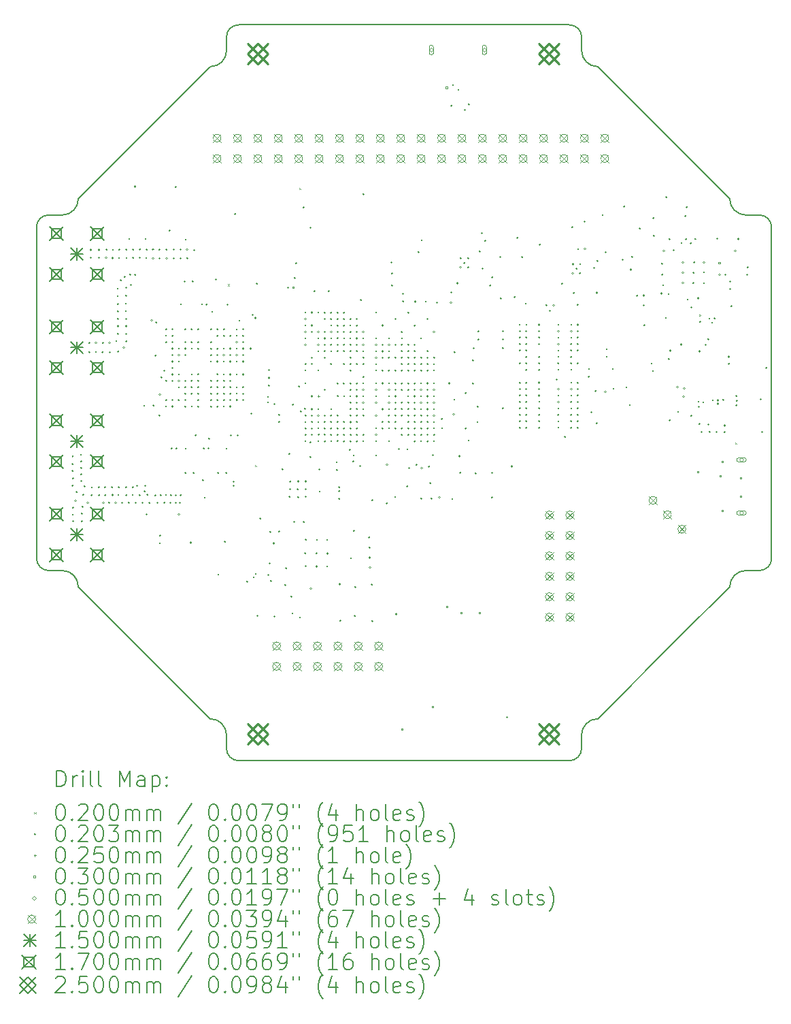
<source format=gbr>
%TF.GenerationSoftware,KiCad,Pcbnew,8.0.6*%
%TF.CreationDate,2025-01-14T20:30:28-08:00*%
%TF.ProjectId,IO_SDR_1.1,494f5f53-4452-45f3-912e-312e6b696361,rev?*%
%TF.SameCoordinates,Original*%
%TF.FileFunction,Drillmap*%
%TF.FilePolarity,Positive*%
%FSLAX45Y45*%
G04 Gerber Fmt 4.5, Leading zero omitted, Abs format (unit mm)*
G04 Created by KiCad (PCBNEW 8.0.6) date 2025-01-14 20:30:28*
%MOMM*%
%LPD*%
G01*
G04 APERTURE LIST*
%ADD10C,0.200000*%
%ADD11C,0.100000*%
%ADD12C,0.150000*%
%ADD13C,0.170000*%
%ADD14C,0.250000*%
G04 APERTURE END LIST*
D10*
X17595739Y-12598400D02*
X16583043Y-13614400D01*
X11762439Y-13614400D02*
G75*
G02*
X11962430Y-13814400I11J-199980D01*
G01*
X11962436Y-5134400D02*
X11962436Y-5304400D01*
X16167739Y-14134400D02*
X16233043Y-14134400D01*
X16233043Y-4984400D02*
X16167739Y-4984400D01*
X11762436Y-5504400D02*
X10117739Y-7149097D01*
X16583043Y-5504400D02*
X18227739Y-7149097D01*
X18747739Y-7564400D02*
X18747739Y-11554400D01*
X9597739Y-11554400D02*
X9597739Y-11619703D01*
X18747739Y-11619690D02*
G75*
G02*
X18599147Y-11769702I-150039J20D01*
G01*
X16233043Y-4984400D02*
G75*
G02*
X16383040Y-5134400I17J-149980D01*
G01*
X9747737Y-11769703D02*
X9917738Y-11769703D01*
X12112449Y-14134400D02*
G75*
G02*
X11962437Y-13985808I1J150020D01*
G01*
X18747739Y-11619690D02*
X18747739Y-11554400D01*
X12177739Y-4984400D02*
X16167739Y-4984400D01*
X16383043Y-5304400D02*
X16383043Y-5134400D01*
X16383043Y-13984400D02*
G75*
G02*
X16233043Y-14134403I-150003J0D01*
G01*
X16383043Y-13984400D02*
X16383043Y-13814400D01*
X18227739Y-11969700D02*
X17595739Y-12598400D01*
X9597739Y-7499097D02*
X9597739Y-7564400D01*
X18597739Y-7349097D02*
X18427739Y-7349097D01*
X10117739Y-7149097D02*
G75*
G02*
X9917739Y-7349099I-199989J-13D01*
G01*
X9597739Y-7499097D02*
G75*
G02*
X9747740Y-7349099I150011J-13D01*
G01*
X11762439Y-13614400D02*
X10117739Y-11970235D01*
X18597739Y-7349097D02*
G75*
G02*
X18747743Y-7499097I11J-149993D01*
G01*
X12112449Y-14134400D02*
X12177739Y-14134400D01*
X9747737Y-11769703D02*
G75*
G02*
X9597737Y-11619703I13J150013D01*
G01*
X18427739Y-11769703D02*
X18599147Y-11769703D01*
X9597739Y-11554400D02*
X9597739Y-7564400D01*
X11962436Y-5304400D02*
G75*
G02*
X11762436Y-5504406I-200006J0D01*
G01*
X16167739Y-14134400D02*
X12177739Y-14134400D01*
X9917738Y-11769703D02*
G75*
G02*
X10117746Y-11970235I-8J-200017D01*
G01*
X16583043Y-5504400D02*
G75*
G02*
X16383040Y-5304400I-3J200000D01*
G01*
X18227739Y-11969700D02*
G75*
G02*
X18427739Y-11769699I200001J0D01*
G01*
X11962436Y-13814400D02*
X11962436Y-13985808D01*
X16383043Y-13814400D02*
G75*
G02*
X16583043Y-13614403I199997J0D01*
G01*
X9917739Y-7349097D02*
X9747740Y-7349097D01*
X11962436Y-5134400D02*
G75*
G02*
X12112436Y-4984396I150014J-10D01*
G01*
X12177739Y-4984400D02*
X12112436Y-4984400D01*
X18427739Y-7349097D02*
G75*
G02*
X18227743Y-7149097I1J199997D01*
G01*
X18747739Y-7564400D02*
X18747739Y-7499097D01*
D11*
X11980000Y-8209000D02*
X12000000Y-8229000D01*
X12000000Y-8209000D02*
X11980000Y-8229000D01*
X12317000Y-10457000D02*
X12337000Y-10477000D01*
X12337000Y-10457000D02*
X12317000Y-10477000D01*
X12867000Y-7011000D02*
X12887000Y-7031000D01*
X12887000Y-7011000D02*
X12867000Y-7031000D01*
X18292998Y-10180003D02*
X18312998Y-10200003D01*
X18312998Y-10180003D02*
X18292998Y-10200003D01*
X10057057Y-10446873D02*
G75*
G02*
X10036737Y-10446873I-10160J0D01*
G01*
X10036737Y-10446873D02*
G75*
G02*
X10057057Y-10446873I10160J0D01*
G01*
X10057057Y-10533317D02*
G75*
G02*
X10036737Y-10533317I-10160J0D01*
G01*
X10036737Y-10533317D02*
G75*
G02*
X10057057Y-10533317I10160J0D01*
G01*
X10058051Y-10349500D02*
G75*
G02*
X10037731Y-10349500I-10160J0D01*
G01*
X10037731Y-10349500D02*
G75*
G02*
X10058051Y-10349500I10160J0D01*
G01*
X10058051Y-10714153D02*
G75*
G02*
X10037731Y-10714153I-10160J0D01*
G01*
X10037731Y-10714153D02*
G75*
G02*
X10058051Y-10714153I10160J0D01*
G01*
X10059166Y-11074224D02*
G75*
G02*
X10038846Y-11074224I-10160J0D01*
G01*
X10038846Y-11074224D02*
G75*
G02*
X10059166Y-11074224I10160J0D01*
G01*
X10061031Y-10623735D02*
G75*
G02*
X10040711Y-10623735I-10160J0D01*
G01*
X10040711Y-10623735D02*
G75*
G02*
X10061031Y-10623735I10160J0D01*
G01*
X10061154Y-10987780D02*
G75*
G02*
X10040834Y-10987780I-10160J0D01*
G01*
X10040834Y-10987780D02*
G75*
G02*
X10061154Y-10987780I10160J0D01*
G01*
X10062147Y-11157687D02*
G75*
G02*
X10041827Y-11157687I-10160J0D01*
G01*
X10041827Y-11157687D02*
G75*
G02*
X10062147Y-11157687I10160J0D01*
G01*
X10093943Y-10902330D02*
G75*
G02*
X10073623Y-10902330I-10160J0D01*
G01*
X10073623Y-10902330D02*
G75*
G02*
X10093943Y-10902330I10160J0D01*
G01*
X10108725Y-10794636D02*
G75*
G02*
X10088405Y-10794636I-10160J0D01*
G01*
X10088405Y-10794636D02*
G75*
G02*
X10108725Y-10794636I10160J0D01*
G01*
X10161160Y-10330000D02*
G75*
G02*
X10140840Y-10330000I-10160J0D01*
G01*
X10140840Y-10330000D02*
G75*
G02*
X10161160Y-10330000I10160J0D01*
G01*
X10162147Y-10413005D02*
G75*
G02*
X10141827Y-10413005I-10160J0D01*
G01*
X10141827Y-10413005D02*
G75*
G02*
X10162147Y-10413005I10160J0D01*
G01*
X10163043Y-10495026D02*
G75*
G02*
X10142723Y-10495026I-10160J0D01*
G01*
X10142723Y-10495026D02*
G75*
G02*
X10163043Y-10495026I10160J0D01*
G01*
X10163485Y-10574073D02*
G75*
G02*
X10143165Y-10574073I-10160J0D01*
G01*
X10143165Y-10574073D02*
G75*
G02*
X10163485Y-10574073I10160J0D01*
G01*
X10165693Y-10658419D02*
G75*
G02*
X10145373Y-10658419I-10160J0D01*
G01*
X10145373Y-10658419D02*
G75*
G02*
X10165693Y-10658419I10160J0D01*
G01*
X10171444Y-11060313D02*
G75*
G02*
X10151124Y-11060313I-10160J0D01*
G01*
X10151124Y-11060313D02*
G75*
G02*
X10171444Y-11060313I10160J0D01*
G01*
X10171444Y-11158680D02*
G75*
G02*
X10151124Y-11158680I-10160J0D01*
G01*
X10151124Y-11158680D02*
G75*
G02*
X10171444Y-11158680I10160J0D01*
G01*
X10179393Y-10976850D02*
G75*
G02*
X10159073Y-10976850I-10160J0D01*
G01*
X10159073Y-10976850D02*
G75*
G02*
X10179393Y-10976850I10160J0D01*
G01*
X10187219Y-10827425D02*
G75*
G02*
X10166899Y-10827425I-10160J0D01*
G01*
X10166899Y-10827425D02*
G75*
G02*
X10187219Y-10827425I10160J0D01*
G01*
X10205437Y-10723334D02*
G75*
G02*
X10185117Y-10723334I-10160J0D01*
G01*
X10185117Y-10723334D02*
G75*
G02*
X10205437Y-10723334I10160J0D01*
G01*
X10245965Y-10929157D02*
G75*
G02*
X10225645Y-10929157I-10160J0D01*
G01*
X10225645Y-10929157D02*
G75*
G02*
X10245965Y-10929157I10160J0D01*
G01*
X10264334Y-8939443D02*
G75*
G02*
X10244014Y-8939443I-10160J0D01*
G01*
X10244014Y-8939443D02*
G75*
G02*
X10264334Y-8939443I10160J0D01*
G01*
X10264382Y-9054111D02*
G75*
G02*
X10244062Y-9054111I-10160J0D01*
G01*
X10244062Y-9054111D02*
G75*
G02*
X10264382Y-9054111I10160J0D01*
G01*
X10282621Y-7879426D02*
G75*
G02*
X10262301Y-7879426I-10160J0D01*
G01*
X10262301Y-7879426D02*
G75*
G02*
X10282621Y-7879426I10160J0D01*
G01*
X10284160Y-7784000D02*
G75*
G02*
X10263840Y-7784000I-10160J0D01*
G01*
X10263840Y-7784000D02*
G75*
G02*
X10284160Y-7784000I10160J0D01*
G01*
X10293535Y-10831399D02*
G75*
G02*
X10273215Y-10831399I-10160J0D01*
G01*
X10273215Y-10831399D02*
G75*
G02*
X10293535Y-10831399I10160J0D01*
G01*
X10296160Y-10736000D02*
G75*
G02*
X10275840Y-10736000I-10160J0D01*
G01*
X10275840Y-10736000D02*
G75*
G02*
X10296160Y-10736000I10160J0D01*
G01*
X10345858Y-9053118D02*
G75*
G02*
X10325538Y-9053118I-10160J0D01*
G01*
X10325538Y-9053118D02*
G75*
G02*
X10345858Y-9053118I10160J0D01*
G01*
X10347134Y-8939443D02*
G75*
G02*
X10326814Y-8939443I-10160J0D01*
G01*
X10326814Y-8939443D02*
G75*
G02*
X10347134Y-8939443I10160J0D01*
G01*
X10383160Y-10736002D02*
G75*
G02*
X10362840Y-10736002I-10160J0D01*
G01*
X10362840Y-10736002D02*
G75*
G02*
X10383160Y-10736002I10160J0D01*
G01*
X10385160Y-7784000D02*
G75*
G02*
X10364840Y-7784000I-10160J0D01*
G01*
X10364840Y-7784000D02*
G75*
G02*
X10385160Y-7784000I10160J0D01*
G01*
X10386935Y-10831399D02*
G75*
G02*
X10366615Y-10831399I-10160J0D01*
G01*
X10366615Y-10831399D02*
G75*
G02*
X10386935Y-10831399I10160J0D01*
G01*
X10386950Y-7880917D02*
G75*
G02*
X10366630Y-7880917I-10160J0D01*
G01*
X10366630Y-7880917D02*
G75*
G02*
X10386950Y-7880917I10160J0D01*
G01*
X10431308Y-9055105D02*
G75*
G02*
X10410988Y-9055105I-10160J0D01*
G01*
X10410988Y-9055105D02*
G75*
G02*
X10431308Y-9055105I10160J0D01*
G01*
X10433247Y-8940767D02*
G75*
G02*
X10412927Y-8940767I-10160J0D01*
G01*
X10412927Y-8940767D02*
G75*
G02*
X10433247Y-8940767I10160J0D01*
G01*
X10439160Y-10928000D02*
G75*
G02*
X10418840Y-10928000I-10160J0D01*
G01*
X10418840Y-10928000D02*
G75*
G02*
X10439160Y-10928000I10160J0D01*
G01*
X10460684Y-10736026D02*
G75*
G02*
X10440364Y-10736026I-10160J0D01*
G01*
X10440364Y-10736026D02*
G75*
G02*
X10460684Y-10736026I10160J0D01*
G01*
X10464436Y-10832393D02*
G75*
G02*
X10444116Y-10832393I-10160J0D01*
G01*
X10444116Y-10832393D02*
G75*
G02*
X10464436Y-10832393I10160J0D01*
G01*
X10475159Y-7879739D02*
G75*
G02*
X10454839Y-7879739I-10160J0D01*
G01*
X10454839Y-7879739D02*
G75*
G02*
X10475159Y-7879739I10160J0D01*
G01*
X10481160Y-7781000D02*
G75*
G02*
X10460840Y-7781000I-10160J0D01*
G01*
X10460840Y-7781000D02*
G75*
G02*
X10481160Y-7781000I10160J0D01*
G01*
X10509519Y-10927609D02*
G75*
G02*
X10489199Y-10927609I-10160J0D01*
G01*
X10489199Y-10927609D02*
G75*
G02*
X10509519Y-10927609I10160J0D01*
G01*
X10517372Y-8938118D02*
G75*
G02*
X10497052Y-8938118I-10160J0D01*
G01*
X10497052Y-8938118D02*
G75*
G02*
X10517372Y-8938118I10160J0D01*
G01*
X10520733Y-9056099D02*
G75*
G02*
X10500413Y-9056099I-10160J0D01*
G01*
X10500413Y-9056099D02*
G75*
G02*
X10520733Y-9056099I10160J0D01*
G01*
X10548892Y-10735019D02*
G75*
G02*
X10528572Y-10735019I-10160J0D01*
G01*
X10528572Y-10735019D02*
G75*
G02*
X10548892Y-10735019I10160J0D01*
G01*
X10553861Y-10830405D02*
G75*
G02*
X10533541Y-10830405I-10160J0D01*
G01*
X10533541Y-10830405D02*
G75*
G02*
X10553861Y-10830405I10160J0D01*
G01*
X10554647Y-7883051D02*
G75*
G02*
X10534327Y-7883051I-10160J0D01*
G01*
X10534327Y-7883051D02*
G75*
G02*
X10554647Y-7883051I10160J0D01*
G01*
X10558160Y-7783000D02*
G75*
G02*
X10537840Y-7783000I-10160J0D01*
G01*
X10537840Y-7783000D02*
G75*
G02*
X10558160Y-7783000I10160J0D01*
G01*
X10594160Y-10928000D02*
G75*
G02*
X10573840Y-10928000I-10160J0D01*
G01*
X10573840Y-10928000D02*
G75*
G02*
X10594160Y-10928000I10160J0D01*
G01*
X10600173Y-8918246D02*
G75*
G02*
X10579853Y-8918246I-10160J0D01*
G01*
X10579853Y-8918246D02*
G75*
G02*
X10600173Y-8918246I10160J0D01*
G01*
X10616037Y-8265593D02*
G75*
G02*
X10595717Y-8265593I-10160J0D01*
G01*
X10595717Y-8265593D02*
G75*
G02*
X10616037Y-8265593I10160J0D01*
G01*
X10619018Y-8359986D02*
G75*
G02*
X10598698Y-8359986I-10160J0D01*
G01*
X10598698Y-8359986D02*
G75*
G02*
X10619018Y-8359986I10160J0D01*
G01*
X10620045Y-8826171D02*
G75*
G02*
X10599725Y-8826171I-10160J0D01*
G01*
X10599725Y-8826171D02*
G75*
G02*
X10620045Y-8826171I10160J0D01*
G01*
X10620122Y-8456288D02*
G75*
G02*
X10599802Y-8456288I-10160J0D01*
G01*
X10599802Y-8456288D02*
G75*
G02*
X10620122Y-8456288I10160J0D01*
G01*
X10620122Y-8548693D02*
G75*
G02*
X10599802Y-8548693I-10160J0D01*
G01*
X10599802Y-8548693D02*
G75*
G02*
X10620122Y-8548693I10160J0D01*
G01*
X10620122Y-8641099D02*
G75*
G02*
X10599802Y-8641099I-10160J0D01*
G01*
X10599802Y-8641099D02*
G75*
G02*
X10620122Y-8641099I10160J0D01*
G01*
X10623102Y-8730523D02*
G75*
G02*
X10602782Y-8730523I-10160J0D01*
G01*
X10602782Y-8730523D02*
G75*
G02*
X10623102Y-8730523I10160J0D01*
G01*
X10625061Y-9048150D02*
G75*
G02*
X10604741Y-9048150I-10160J0D01*
G01*
X10604741Y-9048150D02*
G75*
G02*
X10625061Y-9048150I10160J0D01*
G01*
X10627387Y-10831399D02*
G75*
G02*
X10607067Y-10831399I-10160J0D01*
G01*
X10607067Y-10831399D02*
G75*
G02*
X10627387Y-10831399I10160J0D01*
G01*
X10631914Y-10735902D02*
G75*
G02*
X10611594Y-10735902I-10160J0D01*
G01*
X10611594Y-10735902D02*
G75*
G02*
X10631914Y-10735902I10160J0D01*
G01*
X10636160Y-7883000D02*
G75*
G02*
X10615840Y-7883000I-10160J0D01*
G01*
X10615840Y-7883000D02*
G75*
G02*
X10636160Y-7883000I10160J0D01*
G01*
X10637160Y-7782000D02*
G75*
G02*
X10616840Y-7782000I-10160J0D01*
G01*
X10616840Y-7782000D02*
G75*
G02*
X10637160Y-7782000I10160J0D01*
G01*
X10658160Y-8163000D02*
G75*
G02*
X10637840Y-8163000I-10160J0D01*
G01*
X10637840Y-8163000D02*
G75*
G02*
X10658160Y-8163000I10160J0D01*
G01*
X10674160Y-10928000D02*
G75*
G02*
X10653840Y-10928000I-10160J0D01*
G01*
X10653840Y-10928000D02*
G75*
G02*
X10674160Y-10928000I10160J0D01*
G01*
X10694614Y-8998469D02*
G75*
G02*
X10674294Y-8998469I-10160J0D01*
G01*
X10674294Y-8998469D02*
G75*
G02*
X10694614Y-8998469I10160J0D01*
G01*
X10705160Y-8119000D02*
G75*
G02*
X10684840Y-8119000I-10160J0D01*
G01*
X10684840Y-8119000D02*
G75*
G02*
X10705160Y-8119000I10160J0D01*
G01*
X10719354Y-8450240D02*
G75*
G02*
X10699034Y-8450240I-10160J0D01*
G01*
X10699034Y-8450240D02*
G75*
G02*
X10719354Y-8450240I10160J0D01*
G01*
X10720347Y-8544633D02*
G75*
G02*
X10700027Y-8544633I-10160J0D01*
G01*
X10700027Y-8544633D02*
G75*
G02*
X10720347Y-8544633I10160J0D01*
G01*
X10721341Y-8351873D02*
G75*
G02*
X10701021Y-8351873I-10160J0D01*
G01*
X10701021Y-8351873D02*
G75*
G02*
X10721341Y-8351873I10160J0D01*
G01*
X10723117Y-8730268D02*
G75*
G02*
X10702797Y-8730268I-10160J0D01*
G01*
X10702797Y-8730268D02*
G75*
G02*
X10723117Y-8730268I10160J0D01*
G01*
X10723160Y-10736000D02*
G75*
G02*
X10702840Y-10736000I-10160J0D01*
G01*
X10702840Y-10736000D02*
G75*
G02*
X10723160Y-10736000I10160J0D01*
G01*
X10723328Y-8254500D02*
G75*
G02*
X10703008Y-8254500I-10160J0D01*
G01*
X10703008Y-8254500D02*
G75*
G02*
X10723328Y-8254500I10160J0D01*
G01*
X10723328Y-8643000D02*
G75*
G02*
X10703008Y-8643000I-10160J0D01*
G01*
X10703008Y-8643000D02*
G75*
G02*
X10723328Y-8643000I10160J0D01*
G01*
X10723328Y-8826818D02*
G75*
G02*
X10703008Y-8826818I-10160J0D01*
G01*
X10703008Y-8826818D02*
G75*
G02*
X10723328Y-8826818I10160J0D01*
G01*
X10726160Y-7781000D02*
G75*
G02*
X10705840Y-7781000I-10160J0D01*
G01*
X10705840Y-7781000D02*
G75*
G02*
X10726160Y-7781000I10160J0D01*
G01*
X10726748Y-10833386D02*
G75*
G02*
X10706428Y-10833386I-10160J0D01*
G01*
X10706428Y-10833386D02*
G75*
G02*
X10726748Y-10833386I10160J0D01*
G01*
X10727403Y-8919974D02*
G75*
G02*
X10707083Y-8919974I-10160J0D01*
G01*
X10707083Y-8919974D02*
G75*
G02*
X10727403Y-8919974I10160J0D01*
G01*
X10728160Y-7883026D02*
G75*
G02*
X10707840Y-7883026I-10160J0D01*
G01*
X10707840Y-7883026D02*
G75*
G02*
X10728160Y-7883026I10160J0D01*
G01*
X10756160Y-10927000D02*
G75*
G02*
X10735840Y-10927000I-10160J0D01*
G01*
X10735840Y-10927000D02*
G75*
G02*
X10756160Y-10927000I10160J0D01*
G01*
X10761757Y-7648601D02*
G75*
G02*
X10741437Y-7648601I-10160J0D01*
G01*
X10741437Y-7648601D02*
G75*
G02*
X10761757Y-7648601I10160J0D01*
G01*
X10772160Y-8091000D02*
G75*
G02*
X10751840Y-8091000I-10160J0D01*
G01*
X10751840Y-8091000D02*
G75*
G02*
X10772160Y-8091000I10160J0D01*
G01*
X10784160Y-8218000D02*
G75*
G02*
X10763840Y-8218000I-10160J0D01*
G01*
X10763840Y-8218000D02*
G75*
G02*
X10784160Y-8218000I10160J0D01*
G01*
X10805243Y-10831399D02*
G75*
G02*
X10784923Y-10831399I-10160J0D01*
G01*
X10784923Y-10831399D02*
G75*
G02*
X10805243Y-10831399I10160J0D01*
G01*
X10807160Y-10736000D02*
G75*
G02*
X10786840Y-10736000I-10160J0D01*
G01*
X10786840Y-10736000D02*
G75*
G02*
X10807160Y-10736000I10160J0D01*
G01*
X10811295Y-7883026D02*
G75*
G02*
X10790975Y-7883026I-10160J0D01*
G01*
X10790975Y-7883026D02*
G75*
G02*
X10811295Y-7883026I10160J0D01*
G01*
X10812160Y-7780000D02*
G75*
G02*
X10791840Y-7780000I-10160J0D01*
G01*
X10791840Y-7780000D02*
G75*
G02*
X10812160Y-7780000I10160J0D01*
G01*
X10833761Y-6994602D02*
G75*
G02*
X10813441Y-6994602I-10160J0D01*
G01*
X10813441Y-6994602D02*
G75*
G02*
X10833761Y-6994602I10160J0D01*
G01*
X10836160Y-8094000D02*
G75*
G02*
X10815840Y-8094000I-10160J0D01*
G01*
X10815840Y-8094000D02*
G75*
G02*
X10836160Y-8094000I10160J0D01*
G01*
X10844034Y-10928934D02*
G75*
G02*
X10823714Y-10928934I-10160J0D01*
G01*
X10823714Y-10928934D02*
G75*
G02*
X10844034Y-10928934I10160J0D01*
G01*
X10860160Y-10718000D02*
G75*
G02*
X10839840Y-10718000I-10160J0D01*
G01*
X10839840Y-10718000D02*
G75*
G02*
X10860160Y-10718000I10160J0D01*
G01*
X10891687Y-10832393D02*
G75*
G02*
X10871367Y-10832393I-10160J0D01*
G01*
X10871367Y-10832393D02*
G75*
G02*
X10891687Y-10832393I10160J0D01*
G01*
X10893433Y-7882363D02*
G75*
G02*
X10873113Y-7882363I-10160J0D01*
G01*
X10873113Y-7882363D02*
G75*
G02*
X10893433Y-7882363I10160J0D01*
G01*
X10896160Y-7778000D02*
G75*
G02*
X10875840Y-7778000I-10160J0D01*
G01*
X10875840Y-7778000D02*
G75*
G02*
X10896160Y-7778000I10160J0D01*
G01*
X10927497Y-10928934D02*
G75*
G02*
X10907177Y-10928934I-10160J0D01*
G01*
X10907177Y-10928934D02*
G75*
G02*
X10927497Y-10928934I10160J0D01*
G01*
X10947399Y-9721880D02*
G75*
G02*
X10927079Y-9721880I-10160J0D01*
G01*
X10927079Y-9721880D02*
G75*
G02*
X10947399Y-9721880I10160J0D01*
G01*
X10956160Y-10786000D02*
G75*
G02*
X10935840Y-10786000I-10160J0D01*
G01*
X10935840Y-10786000D02*
G75*
G02*
X10956160Y-10786000I10160J0D01*
G01*
X10961160Y-10718000D02*
G75*
G02*
X10940840Y-10718000I-10160J0D01*
G01*
X10940840Y-10718000D02*
G75*
G02*
X10961160Y-10718000I10160J0D01*
G01*
X10964759Y-7648601D02*
G75*
G02*
X10944439Y-7648601I-10160J0D01*
G01*
X10944439Y-7648601D02*
G75*
G02*
X10964759Y-7648601I10160J0D01*
G01*
X10975517Y-7884115D02*
G75*
G02*
X10955197Y-7884115I-10160J0D01*
G01*
X10955197Y-7884115D02*
G75*
G02*
X10975517Y-7884115I10160J0D01*
G01*
X10977158Y-11071001D02*
G75*
G02*
X10956838Y-11071001I-10160J0D01*
G01*
X10956838Y-11071001D02*
G75*
G02*
X10977158Y-11071001I10160J0D01*
G01*
X10981160Y-7781000D02*
G75*
G02*
X10960840Y-7781000I-10160J0D01*
G01*
X10960840Y-7781000D02*
G75*
G02*
X10981160Y-7781000I10160J0D01*
G01*
X10988067Y-10830405D02*
G75*
G02*
X10967747Y-10830405I-10160J0D01*
G01*
X10967747Y-10830405D02*
G75*
G02*
X10988067Y-10830405I10160J0D01*
G01*
X11013160Y-10930000D02*
G75*
G02*
X10992840Y-10930000I-10160J0D01*
G01*
X10992840Y-10930000D02*
G75*
G02*
X11013160Y-10930000I10160J0D01*
G01*
X11040160Y-8659000D02*
G75*
G02*
X11019840Y-8659000I-10160J0D01*
G01*
X11019840Y-8659000D02*
G75*
G02*
X11040160Y-8659000I10160J0D01*
G01*
X11056896Y-7778338D02*
G75*
G02*
X11036576Y-7778338I-10160J0D01*
G01*
X11036576Y-7778338D02*
G75*
G02*
X11056896Y-7778338I10160J0D01*
G01*
X11058372Y-7887000D02*
G75*
G02*
X11038052Y-7887000I-10160J0D01*
G01*
X11038052Y-7887000D02*
G75*
G02*
X11058372Y-7887000I10160J0D01*
G01*
X11064239Y-9719340D02*
G75*
G02*
X11043919Y-9719340I-10160J0D01*
G01*
X11043919Y-9719340D02*
G75*
G02*
X11064239Y-9719340I10160J0D01*
G01*
X11084447Y-10836367D02*
G75*
G02*
X11064127Y-10836367I-10160J0D01*
G01*
X11064127Y-10836367D02*
G75*
G02*
X11084447Y-10836367I10160J0D01*
G01*
X11088770Y-9097041D02*
G75*
G02*
X11068450Y-9097041I-10160J0D01*
G01*
X11068450Y-9097041D02*
G75*
G02*
X11088770Y-9097041I10160J0D01*
G01*
X11099160Y-8687000D02*
G75*
G02*
X11078840Y-8687000I-10160J0D01*
G01*
X11078840Y-8687000D02*
G75*
G02*
X11099160Y-8687000I10160J0D01*
G01*
X11114160Y-10928000D02*
G75*
G02*
X11093840Y-10928000I-10160J0D01*
G01*
X11093840Y-10928000D02*
G75*
G02*
X11114160Y-10928000I10160J0D01*
G01*
X11136385Y-7779000D02*
G75*
G02*
X11116065Y-7779000I-10160J0D01*
G01*
X11116065Y-7779000D02*
G75*
G02*
X11136385Y-7779000I10160J0D01*
G01*
X11137861Y-7887662D02*
G75*
G02*
X11117541Y-7887662I-10160J0D01*
G01*
X11117541Y-7887662D02*
G75*
G02*
X11137861Y-7887662I10160J0D01*
G01*
X11137899Y-9841260D02*
G75*
G02*
X11117579Y-9841260I-10160J0D01*
G01*
X11117579Y-9841260D02*
G75*
G02*
X11137899Y-9841260I10160J0D01*
G01*
X11142979Y-9582180D02*
G75*
G02*
X11122659Y-9582180I-10160J0D01*
G01*
X11122659Y-9582180D02*
G75*
G02*
X11142979Y-9582180I10160J0D01*
G01*
X11142979Y-11431300D02*
G75*
G02*
X11122659Y-11431300I-10160J0D01*
G01*
X11122659Y-11431300D02*
G75*
G02*
X11142979Y-11431300I10160J0D01*
G01*
X11146159Y-11338001D02*
G75*
G02*
X11125839Y-11338001I-10160J0D01*
G01*
X11125839Y-11338001D02*
G75*
G02*
X11146159Y-11338001I10160J0D01*
G01*
X11155160Y-10832000D02*
G75*
G02*
X11134840Y-10832000I-10160J0D01*
G01*
X11134840Y-10832000D02*
G75*
G02*
X11155160Y-10832000I10160J0D01*
G01*
X11160759Y-9368820D02*
G75*
G02*
X11140439Y-9368820I-10160J0D01*
G01*
X11140439Y-9368820D02*
G75*
G02*
X11160759Y-9368820I10160J0D01*
G01*
X11198859Y-9285000D02*
G75*
G02*
X11178539Y-9285000I-10160J0D01*
G01*
X11178539Y-9285000D02*
G75*
G02*
X11198859Y-9285000I10160J0D01*
G01*
X11201070Y-10926946D02*
G75*
G02*
X11180750Y-10926946I-10160J0D01*
G01*
X11180750Y-10926946D02*
G75*
G02*
X11201070Y-10926946I10160J0D01*
G01*
X11219160Y-10832000D02*
G75*
G02*
X11198840Y-10832000I-10160J0D01*
G01*
X11198840Y-10832000D02*
G75*
G02*
X11219160Y-10832000I10160J0D01*
G01*
X11219860Y-8771321D02*
G75*
G02*
X11199540Y-8771321I-10160J0D01*
G01*
X11199540Y-8771321D02*
G75*
G02*
X11219860Y-8771321I10160J0D01*
G01*
X11219860Y-8851320D02*
G75*
G02*
X11199540Y-8851320I-10160J0D01*
G01*
X11199540Y-8851320D02*
G75*
G02*
X11219860Y-8851320I10160J0D01*
G01*
X11219860Y-8931320D02*
G75*
G02*
X11199540Y-8931320I-10160J0D01*
G01*
X11199540Y-8931320D02*
G75*
G02*
X11219860Y-8931320I10160J0D01*
G01*
X11219860Y-9411319D02*
G75*
G02*
X11199540Y-9411319I-10160J0D01*
G01*
X11199540Y-9411319D02*
G75*
G02*
X11219860Y-9411319I10160J0D01*
G01*
X11219860Y-9651319D02*
G75*
G02*
X11199540Y-9651319I-10160J0D01*
G01*
X11199540Y-9651319D02*
G75*
G02*
X11219860Y-9651319I10160J0D01*
G01*
X11219860Y-9731319D02*
G75*
G02*
X11199540Y-9731319I-10160J0D01*
G01*
X11199540Y-9731319D02*
G75*
G02*
X11219860Y-9731319I10160J0D01*
G01*
X11226472Y-7779662D02*
G75*
G02*
X11206152Y-7779662I-10160J0D01*
G01*
X11206152Y-7779662D02*
G75*
G02*
X11226472Y-7779662I10160J0D01*
G01*
X11227948Y-7888325D02*
G75*
G02*
X11207628Y-7888325I-10160J0D01*
G01*
X11207628Y-7888325D02*
G75*
G02*
X11227948Y-7888325I10160J0D01*
G01*
X11262558Y-7543598D02*
G75*
G02*
X11242238Y-7543598I-10160J0D01*
G01*
X11242238Y-7543598D02*
G75*
G02*
X11262558Y-7543598I10160J0D01*
G01*
X11274597Y-10926946D02*
G75*
G02*
X11254277Y-10926946I-10160J0D01*
G01*
X11254277Y-10926946D02*
G75*
G02*
X11274597Y-10926946I10160J0D01*
G01*
X11281160Y-10833000D02*
G75*
G02*
X11260840Y-10833000I-10160J0D01*
G01*
X11260840Y-10833000D02*
G75*
G02*
X11281160Y-10833000I10160J0D01*
G01*
X11290070Y-10253238D02*
G75*
G02*
X11269750Y-10253238I-10160J0D01*
G01*
X11269750Y-10253238D02*
G75*
G02*
X11290070Y-10253238I10160J0D01*
G01*
X11299860Y-8771321D02*
G75*
G02*
X11279540Y-8771321I-10160J0D01*
G01*
X11279540Y-8771321D02*
G75*
G02*
X11299860Y-8771321I10160J0D01*
G01*
X11299860Y-8851320D02*
G75*
G02*
X11279540Y-8851320I-10160J0D01*
G01*
X11279540Y-8851320D02*
G75*
G02*
X11299860Y-8851320I10160J0D01*
G01*
X11299860Y-8931320D02*
G75*
G02*
X11279540Y-8931320I-10160J0D01*
G01*
X11279540Y-8931320D02*
G75*
G02*
X11299860Y-8931320I10160J0D01*
G01*
X11299860Y-9011320D02*
G75*
G02*
X11279540Y-9011320I-10160J0D01*
G01*
X11279540Y-9011320D02*
G75*
G02*
X11299860Y-9011320I10160J0D01*
G01*
X11299860Y-9091320D02*
G75*
G02*
X11279540Y-9091320I-10160J0D01*
G01*
X11279540Y-9091320D02*
G75*
G02*
X11299860Y-9091320I10160J0D01*
G01*
X11299860Y-9171320D02*
G75*
G02*
X11279540Y-9171320I-10160J0D01*
G01*
X11279540Y-9171320D02*
G75*
G02*
X11299860Y-9171320I10160J0D01*
G01*
X11299860Y-9251320D02*
G75*
G02*
X11279540Y-9251320I-10160J0D01*
G01*
X11279540Y-9251320D02*
G75*
G02*
X11299860Y-9251320I10160J0D01*
G01*
X11299860Y-9331319D02*
G75*
G02*
X11279540Y-9331319I-10160J0D01*
G01*
X11279540Y-9331319D02*
G75*
G02*
X11299860Y-9331319I10160J0D01*
G01*
X11299860Y-9411319D02*
G75*
G02*
X11279540Y-9411319I-10160J0D01*
G01*
X11279540Y-9411319D02*
G75*
G02*
X11299860Y-9411319I10160J0D01*
G01*
X11299860Y-9651319D02*
G75*
G02*
X11279540Y-9651319I-10160J0D01*
G01*
X11279540Y-9651319D02*
G75*
G02*
X11299860Y-9651319I10160J0D01*
G01*
X11299860Y-9731319D02*
G75*
G02*
X11279540Y-9731319I-10160J0D01*
G01*
X11279540Y-9731319D02*
G75*
G02*
X11299860Y-9731319I10160J0D01*
G01*
X11315896Y-7779000D02*
G75*
G02*
X11295576Y-7779000I-10160J0D01*
G01*
X11295576Y-7779000D02*
G75*
G02*
X11315896Y-7779000I10160J0D01*
G01*
X11317372Y-7887662D02*
G75*
G02*
X11297052Y-7887662I-10160J0D01*
G01*
X11297052Y-7887662D02*
G75*
G02*
X11317372Y-7887662I10160J0D01*
G01*
X11338759Y-7000601D02*
G75*
G02*
X11318439Y-7000601I-10160J0D01*
G01*
X11318439Y-7000601D02*
G75*
G02*
X11338759Y-7000601I10160J0D01*
G01*
X11341160Y-10929000D02*
G75*
G02*
X11320840Y-10929000I-10160J0D01*
G01*
X11320840Y-10929000D02*
G75*
G02*
X11341160Y-10929000I10160J0D01*
G01*
X11342160Y-10837000D02*
G75*
G02*
X11321840Y-10837000I-10160J0D01*
G01*
X11321840Y-10837000D02*
G75*
G02*
X11342160Y-10837000I10160J0D01*
G01*
X11347093Y-10253238D02*
G75*
G02*
X11326773Y-10253238I-10160J0D01*
G01*
X11326773Y-10253238D02*
G75*
G02*
X11347093Y-10253238I10160J0D01*
G01*
X11379859Y-9011320D02*
G75*
G02*
X11359539Y-9011320I-10160J0D01*
G01*
X11359539Y-9011320D02*
G75*
G02*
X11379859Y-9011320I10160J0D01*
G01*
X11379859Y-9091320D02*
G75*
G02*
X11359539Y-9091320I-10160J0D01*
G01*
X11359539Y-9091320D02*
G75*
G02*
X11379859Y-9091320I10160J0D01*
G01*
X11379859Y-9171320D02*
G75*
G02*
X11359539Y-9171320I-10160J0D01*
G01*
X11359539Y-9171320D02*
G75*
G02*
X11379859Y-9171320I10160J0D01*
G01*
X11379859Y-9331319D02*
G75*
G02*
X11359539Y-9331319I-10160J0D01*
G01*
X11359539Y-9331319D02*
G75*
G02*
X11379859Y-9331319I10160J0D01*
G01*
X11379859Y-9411319D02*
G75*
G02*
X11359539Y-9411319I-10160J0D01*
G01*
X11359539Y-9411319D02*
G75*
G02*
X11379859Y-9411319I10160J0D01*
G01*
X11379859Y-9491319D02*
G75*
G02*
X11359539Y-9491319I-10160J0D01*
G01*
X11359539Y-9491319D02*
G75*
G02*
X11379859Y-9491319I10160J0D01*
G01*
X11379859Y-9651319D02*
G75*
G02*
X11359539Y-9651319I-10160J0D01*
G01*
X11359539Y-9651319D02*
G75*
G02*
X11379859Y-9651319I10160J0D01*
G01*
X11380159Y-11071001D02*
G75*
G02*
X11359839Y-11071001I-10160J0D01*
G01*
X11359839Y-11071001D02*
G75*
G02*
X11380159Y-11071001I10160J0D01*
G01*
X11393160Y-10929000D02*
G75*
G02*
X11372840Y-10929000I-10160J0D01*
G01*
X11372840Y-10929000D02*
G75*
G02*
X11393160Y-10929000I10160J0D01*
G01*
X11400684Y-7778338D02*
G75*
G02*
X11380364Y-7778338I-10160J0D01*
G01*
X11380364Y-7778338D02*
G75*
G02*
X11400684Y-7778338I10160J0D01*
G01*
X11402160Y-7887000D02*
G75*
G02*
X11381840Y-7887000I-10160J0D01*
G01*
X11381840Y-7887000D02*
G75*
G02*
X11402160Y-7887000I10160J0D01*
G01*
X11403160Y-10834000D02*
G75*
G02*
X11382840Y-10834000I-10160J0D01*
G01*
X11382840Y-10834000D02*
G75*
G02*
X11403160Y-10834000I10160J0D01*
G01*
X11406160Y-8459000D02*
G75*
G02*
X11385840Y-8459000I-10160J0D01*
G01*
X11385840Y-8459000D02*
G75*
G02*
X11406160Y-8459000I10160J0D01*
G01*
X11452860Y-8175000D02*
G75*
G02*
X11432540Y-8175000I-10160J0D01*
G01*
X11432540Y-8175000D02*
G75*
G02*
X11452860Y-8175000I10160J0D01*
G01*
X11459859Y-8771321D02*
G75*
G02*
X11439539Y-8771321I-10160J0D01*
G01*
X11439539Y-8771321D02*
G75*
G02*
X11459859Y-8771321I10160J0D01*
G01*
X11459859Y-8931320D02*
G75*
G02*
X11439539Y-8931320I-10160J0D01*
G01*
X11439539Y-8931320D02*
G75*
G02*
X11459859Y-8931320I10160J0D01*
G01*
X11459859Y-9011320D02*
G75*
G02*
X11439539Y-9011320I-10160J0D01*
G01*
X11439539Y-9011320D02*
G75*
G02*
X11459859Y-9011320I10160J0D01*
G01*
X11459859Y-9091320D02*
G75*
G02*
X11439539Y-9091320I-10160J0D01*
G01*
X11439539Y-9091320D02*
G75*
G02*
X11459859Y-9091320I10160J0D01*
G01*
X11459859Y-9411319D02*
G75*
G02*
X11439539Y-9411319I-10160J0D01*
G01*
X11439539Y-9411319D02*
G75*
G02*
X11459859Y-9411319I10160J0D01*
G01*
X11459859Y-9491319D02*
G75*
G02*
X11439539Y-9491319I-10160J0D01*
G01*
X11439539Y-9491319D02*
G75*
G02*
X11459859Y-9491319I10160J0D01*
G01*
X11459859Y-9571319D02*
G75*
G02*
X11439539Y-9571319I-10160J0D01*
G01*
X11439539Y-9571319D02*
G75*
G02*
X11459859Y-9571319I10160J0D01*
G01*
X11459859Y-9651319D02*
G75*
G02*
X11439539Y-9651319I-10160J0D01*
G01*
X11439539Y-9651319D02*
G75*
G02*
X11459859Y-9651319I10160J0D01*
G01*
X11459859Y-9731319D02*
G75*
G02*
X11439539Y-9731319I-10160J0D01*
G01*
X11439539Y-9731319D02*
G75*
G02*
X11459859Y-9731319I10160J0D01*
G01*
X11464213Y-10253238D02*
G75*
G02*
X11443893Y-10253238I-10160J0D01*
G01*
X11443893Y-10253238D02*
G75*
G02*
X11464213Y-10253238I10160J0D01*
G01*
X11464213Y-10557540D02*
G75*
G02*
X11443893Y-10557540I-10160J0D01*
G01*
X11443893Y-10557540D02*
G75*
G02*
X11464213Y-10557540I10160J0D01*
G01*
X11465759Y-7654600D02*
G75*
G02*
X11445439Y-7654600I-10160J0D01*
G01*
X11445439Y-7654600D02*
G75*
G02*
X11465759Y-7654600I10160J0D01*
G01*
X11482160Y-7779000D02*
G75*
G02*
X11461840Y-7779000I-10160J0D01*
G01*
X11461840Y-7779000D02*
G75*
G02*
X11482160Y-7779000I10160J0D01*
G01*
X11483636Y-7887662D02*
G75*
G02*
X11463316Y-7887662I-10160J0D01*
G01*
X11463316Y-7887662D02*
G75*
G02*
X11483636Y-7887662I10160J0D01*
G01*
X11529059Y-11423680D02*
G75*
G02*
X11508739Y-11423680I-10160J0D01*
G01*
X11508739Y-11423680D02*
G75*
G02*
X11529059Y-11423680I10160J0D01*
G01*
X11539859Y-8771321D02*
G75*
G02*
X11519539Y-8771321I-10160J0D01*
G01*
X11519539Y-8771321D02*
G75*
G02*
X11539859Y-8771321I10160J0D01*
G01*
X11539859Y-8931320D02*
G75*
G02*
X11519539Y-8931320I-10160J0D01*
G01*
X11519539Y-8931320D02*
G75*
G02*
X11539859Y-8931320I10160J0D01*
G01*
X11539859Y-9011320D02*
G75*
G02*
X11519539Y-9011320I-10160J0D01*
G01*
X11519539Y-9011320D02*
G75*
G02*
X11539859Y-9011320I10160J0D01*
G01*
X11539859Y-9331319D02*
G75*
G02*
X11519539Y-9331319I-10160J0D01*
G01*
X11519539Y-9331319D02*
G75*
G02*
X11539859Y-9331319I10160J0D01*
G01*
X11539859Y-9411319D02*
G75*
G02*
X11519539Y-9411319I-10160J0D01*
G01*
X11519539Y-9411319D02*
G75*
G02*
X11539859Y-9411319I10160J0D01*
G01*
X11539859Y-9491319D02*
G75*
G02*
X11519539Y-9491319I-10160J0D01*
G01*
X11519539Y-9491319D02*
G75*
G02*
X11539859Y-9491319I10160J0D01*
G01*
X11539859Y-9571319D02*
G75*
G02*
X11519539Y-9571319I-10160J0D01*
G01*
X11519539Y-9571319D02*
G75*
G02*
X11539859Y-9571319I10160J0D01*
G01*
X11539859Y-9731319D02*
G75*
G02*
X11519539Y-9731319I-10160J0D01*
G01*
X11519539Y-9731319D02*
G75*
G02*
X11539859Y-9731319I10160J0D01*
G01*
X11552604Y-8175000D02*
G75*
G02*
X11532284Y-8175000I-10160J0D01*
G01*
X11532284Y-8175000D02*
G75*
G02*
X11552604Y-8175000I10160J0D01*
G01*
X11565813Y-10557540D02*
G75*
G02*
X11545493Y-10557540I-10160J0D01*
G01*
X11545493Y-10557540D02*
G75*
G02*
X11565813Y-10557540I10160J0D01*
G01*
X11571229Y-7785453D02*
G75*
G02*
X11550909Y-7785453I-10160J0D01*
G01*
X11550909Y-7785453D02*
G75*
G02*
X11571229Y-7785453I10160J0D01*
G01*
X11588160Y-10088001D02*
G75*
G02*
X11567840Y-10088001I-10160J0D01*
G01*
X11567840Y-10088001D02*
G75*
G02*
X11588160Y-10088001I10160J0D01*
G01*
X11619859Y-8771321D02*
G75*
G02*
X11599539Y-8771321I-10160J0D01*
G01*
X11599539Y-8771321D02*
G75*
G02*
X11619859Y-8771321I10160J0D01*
G01*
X11619859Y-8931320D02*
G75*
G02*
X11599539Y-8931320I-10160J0D01*
G01*
X11599539Y-8931320D02*
G75*
G02*
X11619859Y-8931320I10160J0D01*
G01*
X11619859Y-9011320D02*
G75*
G02*
X11599539Y-9011320I-10160J0D01*
G01*
X11599539Y-9011320D02*
G75*
G02*
X11619859Y-9011320I10160J0D01*
G01*
X11619859Y-9331319D02*
G75*
G02*
X11599539Y-9331319I-10160J0D01*
G01*
X11599539Y-9331319D02*
G75*
G02*
X11619859Y-9331319I10160J0D01*
G01*
X11619859Y-9411319D02*
G75*
G02*
X11599539Y-9411319I-10160J0D01*
G01*
X11599539Y-9411319D02*
G75*
G02*
X11619859Y-9411319I10160J0D01*
G01*
X11619859Y-9491319D02*
G75*
G02*
X11599539Y-9491319I-10160J0D01*
G01*
X11599539Y-9491319D02*
G75*
G02*
X11619859Y-9491319I10160J0D01*
G01*
X11619859Y-9571319D02*
G75*
G02*
X11599539Y-9571319I-10160J0D01*
G01*
X11599539Y-9571319D02*
G75*
G02*
X11619859Y-9571319I10160J0D01*
G01*
X11619859Y-9651319D02*
G75*
G02*
X11599539Y-9651319I-10160J0D01*
G01*
X11599539Y-9651319D02*
G75*
G02*
X11619859Y-9651319I10160J0D01*
G01*
X11619859Y-9731319D02*
G75*
G02*
X11599539Y-9731319I-10160J0D01*
G01*
X11599539Y-9731319D02*
G75*
G02*
X11619859Y-9731319I10160J0D01*
G01*
X11668187Y-8462040D02*
G75*
G02*
X11647867Y-8462040I-10160J0D01*
G01*
X11647867Y-8462040D02*
G75*
G02*
X11668187Y-8462040I10160J0D01*
G01*
X11679160Y-10645000D02*
G75*
G02*
X11658840Y-10645000I-10160J0D01*
G01*
X11658840Y-10645000D02*
G75*
G02*
X11679160Y-10645000I10160J0D01*
G01*
X11691000Y-10252740D02*
G75*
G02*
X11670680Y-10252740I-10160J0D01*
G01*
X11670680Y-10252740D02*
G75*
G02*
X11691000Y-10252740I10160J0D01*
G01*
X11700160Y-10865000D02*
G75*
G02*
X11679840Y-10865000I-10160J0D01*
G01*
X11679840Y-10865000D02*
G75*
G02*
X11700160Y-10865000I10160J0D01*
G01*
X11725210Y-8462040D02*
G75*
G02*
X11704890Y-8462040I-10160J0D01*
G01*
X11704890Y-8462040D02*
G75*
G02*
X11725210Y-8462040I10160J0D01*
G01*
X11748023Y-10252740D02*
G75*
G02*
X11727703Y-10252740I-10160J0D01*
G01*
X11727703Y-10252740D02*
G75*
G02*
X11748023Y-10252740I10160J0D01*
G01*
X11753158Y-10130998D02*
G75*
G02*
X11732838Y-10130998I-10160J0D01*
G01*
X11732838Y-10130998D02*
G75*
G02*
X11753158Y-10130998I10160J0D01*
G01*
X11779859Y-8771321D02*
G75*
G02*
X11759539Y-8771321I-10160J0D01*
G01*
X11759539Y-8771321D02*
G75*
G02*
X11779859Y-8771321I10160J0D01*
G01*
X11779859Y-8931320D02*
G75*
G02*
X11759539Y-8931320I-10160J0D01*
G01*
X11759539Y-8931320D02*
G75*
G02*
X11779859Y-8931320I10160J0D01*
G01*
X11779859Y-9011320D02*
G75*
G02*
X11759539Y-9011320I-10160J0D01*
G01*
X11759539Y-9011320D02*
G75*
G02*
X11779859Y-9011320I10160J0D01*
G01*
X11779859Y-9091320D02*
G75*
G02*
X11759539Y-9091320I-10160J0D01*
G01*
X11759539Y-9091320D02*
G75*
G02*
X11779859Y-9091320I10160J0D01*
G01*
X11779859Y-9171320D02*
G75*
G02*
X11759539Y-9171320I-10160J0D01*
G01*
X11759539Y-9171320D02*
G75*
G02*
X11779859Y-9171320I10160J0D01*
G01*
X11779859Y-9411319D02*
G75*
G02*
X11759539Y-9411319I-10160J0D01*
G01*
X11759539Y-9411319D02*
G75*
G02*
X11779859Y-9411319I10160J0D01*
G01*
X11779859Y-9491319D02*
G75*
G02*
X11759539Y-9491319I-10160J0D01*
G01*
X11759539Y-9491319D02*
G75*
G02*
X11779859Y-9491319I10160J0D01*
G01*
X11779859Y-9571319D02*
G75*
G02*
X11759539Y-9571319I-10160J0D01*
G01*
X11759539Y-9571319D02*
G75*
G02*
X11779859Y-9571319I10160J0D01*
G01*
X11779859Y-9651319D02*
G75*
G02*
X11759539Y-9651319I-10160J0D01*
G01*
X11759539Y-9651319D02*
G75*
G02*
X11779859Y-9651319I10160J0D01*
G01*
X11779859Y-9731319D02*
G75*
G02*
X11759539Y-9731319I-10160J0D01*
G01*
X11759539Y-9731319D02*
G75*
G02*
X11779859Y-9731319I10160J0D01*
G01*
X11793219Y-8553480D02*
G75*
G02*
X11772899Y-8553480I-10160J0D01*
G01*
X11772899Y-8553480D02*
G75*
G02*
X11793219Y-8553480I10160J0D01*
G01*
X11841479Y-8149327D02*
G75*
G02*
X11821159Y-8149327I-10160J0D01*
G01*
X11821159Y-8149327D02*
G75*
G02*
X11841479Y-8149327I10160J0D01*
G01*
X11859858Y-8771321D02*
G75*
G02*
X11839538Y-8771321I-10160J0D01*
G01*
X11839538Y-8771321D02*
G75*
G02*
X11859858Y-8771321I10160J0D01*
G01*
X11859858Y-8851320D02*
G75*
G02*
X11839538Y-8851320I-10160J0D01*
G01*
X11839538Y-8851320D02*
G75*
G02*
X11859858Y-8851320I10160J0D01*
G01*
X11859858Y-9011320D02*
G75*
G02*
X11839538Y-9011320I-10160J0D01*
G01*
X11839538Y-9011320D02*
G75*
G02*
X11859858Y-9011320I10160J0D01*
G01*
X11859858Y-9091320D02*
G75*
G02*
X11839538Y-9091320I-10160J0D01*
G01*
X11839538Y-9091320D02*
G75*
G02*
X11859858Y-9091320I10160J0D01*
G01*
X11859858Y-9171320D02*
G75*
G02*
X11839538Y-9171320I-10160J0D01*
G01*
X11839538Y-9171320D02*
G75*
G02*
X11859858Y-9171320I10160J0D01*
G01*
X11859858Y-9331319D02*
G75*
G02*
X11839538Y-9331319I-10160J0D01*
G01*
X11839538Y-9331319D02*
G75*
G02*
X11859858Y-9331319I10160J0D01*
G01*
X11859858Y-9411319D02*
G75*
G02*
X11839538Y-9411319I-10160J0D01*
G01*
X11839538Y-9411319D02*
G75*
G02*
X11859858Y-9411319I10160J0D01*
G01*
X11859858Y-9491319D02*
G75*
G02*
X11839538Y-9491319I-10160J0D01*
G01*
X11839538Y-9491319D02*
G75*
G02*
X11859858Y-9491319I10160J0D01*
G01*
X11859858Y-9571319D02*
G75*
G02*
X11839538Y-9571319I-10160J0D01*
G01*
X11839538Y-9571319D02*
G75*
G02*
X11859858Y-9571319I10160J0D01*
G01*
X11859858Y-9651319D02*
G75*
G02*
X11839538Y-9651319I-10160J0D01*
G01*
X11839538Y-9651319D02*
G75*
G02*
X11859858Y-9651319I10160J0D01*
G01*
X11859858Y-9731319D02*
G75*
G02*
X11839538Y-9731319I-10160J0D01*
G01*
X11839538Y-9731319D02*
G75*
G02*
X11859858Y-9731319I10160J0D01*
G01*
X11870615Y-10557540D02*
G75*
G02*
X11850295Y-10557540I-10160J0D01*
G01*
X11850295Y-10557540D02*
G75*
G02*
X11870615Y-10557540I10160J0D01*
G01*
X11873160Y-11821000D02*
G75*
G02*
X11852840Y-11821000I-10160J0D01*
G01*
X11852840Y-11821000D02*
G75*
G02*
X11873160Y-11821000I10160J0D01*
G01*
X11939858Y-8771321D02*
G75*
G02*
X11919538Y-8771321I-10160J0D01*
G01*
X11919538Y-8771321D02*
G75*
G02*
X11939858Y-8771321I10160J0D01*
G01*
X11939858Y-8851320D02*
G75*
G02*
X11919538Y-8851320I-10160J0D01*
G01*
X11919538Y-8851320D02*
G75*
G02*
X11939858Y-8851320I10160J0D01*
G01*
X11939858Y-9011320D02*
G75*
G02*
X11919538Y-9011320I-10160J0D01*
G01*
X11919538Y-9011320D02*
G75*
G02*
X11939858Y-9011320I10160J0D01*
G01*
X11939858Y-9091320D02*
G75*
G02*
X11919538Y-9091320I-10160J0D01*
G01*
X11919538Y-9091320D02*
G75*
G02*
X11939858Y-9091320I10160J0D01*
G01*
X11939858Y-9171320D02*
G75*
G02*
X11919538Y-9171320I-10160J0D01*
G01*
X11919538Y-9171320D02*
G75*
G02*
X11939858Y-9171320I10160J0D01*
G01*
X11939858Y-9331319D02*
G75*
G02*
X11919538Y-9331319I-10160J0D01*
G01*
X11919538Y-9331319D02*
G75*
G02*
X11939858Y-9331319I10160J0D01*
G01*
X11939858Y-9411319D02*
G75*
G02*
X11919538Y-9411319I-10160J0D01*
G01*
X11919538Y-9411319D02*
G75*
G02*
X11939858Y-9411319I10160J0D01*
G01*
X11939858Y-9491319D02*
G75*
G02*
X11919538Y-9491319I-10160J0D01*
G01*
X11919538Y-9491319D02*
G75*
G02*
X11939858Y-9491319I10160J0D01*
G01*
X11939858Y-9571319D02*
G75*
G02*
X11919538Y-9571319I-10160J0D01*
G01*
X11919538Y-9571319D02*
G75*
G02*
X11939858Y-9571319I10160J0D01*
G01*
X11939858Y-9651319D02*
G75*
G02*
X11919538Y-9651319I-10160J0D01*
G01*
X11919538Y-9651319D02*
G75*
G02*
X11939858Y-9651319I10160J0D01*
G01*
X11939858Y-9731319D02*
G75*
G02*
X11919538Y-9731319I-10160J0D01*
G01*
X11919538Y-9731319D02*
G75*
G02*
X11939858Y-9731319I10160J0D01*
G01*
X11954159Y-11413000D02*
G75*
G02*
X11933839Y-11413000I-10160J0D01*
G01*
X11933839Y-11413000D02*
G75*
G02*
X11954159Y-11413000I10160J0D01*
G01*
X11972214Y-10253241D02*
G75*
G02*
X11951894Y-10253241I-10160J0D01*
G01*
X11951894Y-10253241D02*
G75*
G02*
X11972214Y-10253241I10160J0D01*
G01*
X11972214Y-10557041D02*
G75*
G02*
X11951894Y-10557041I-10160J0D01*
G01*
X11951894Y-10557041D02*
G75*
G02*
X11972214Y-10557041I10160J0D01*
G01*
X11986259Y-8464580D02*
G75*
G02*
X11965939Y-8464580I-10160J0D01*
G01*
X11965939Y-8464580D02*
G75*
G02*
X11986259Y-8464580I10160J0D01*
G01*
X12019858Y-8851320D02*
G75*
G02*
X11999538Y-8851320I-10160J0D01*
G01*
X11999538Y-8851320D02*
G75*
G02*
X12019858Y-8851320I10160J0D01*
G01*
X12019858Y-9011320D02*
G75*
G02*
X11999538Y-9011320I-10160J0D01*
G01*
X11999538Y-9011320D02*
G75*
G02*
X12019858Y-9011320I10160J0D01*
G01*
X12019858Y-9091320D02*
G75*
G02*
X11999538Y-9091320I-10160J0D01*
G01*
X11999538Y-9091320D02*
G75*
G02*
X12019858Y-9091320I10160J0D01*
G01*
X12019858Y-9171320D02*
G75*
G02*
X11999538Y-9171320I-10160J0D01*
G01*
X11999538Y-9171320D02*
G75*
G02*
X12019858Y-9171320I10160J0D01*
G01*
X12019858Y-9331319D02*
G75*
G02*
X11999538Y-9331319I-10160J0D01*
G01*
X11999538Y-9331319D02*
G75*
G02*
X12019858Y-9331319I10160J0D01*
G01*
X12019858Y-9411319D02*
G75*
G02*
X11999538Y-9411319I-10160J0D01*
G01*
X11999538Y-9411319D02*
G75*
G02*
X12019858Y-9411319I10160J0D01*
G01*
X12019858Y-9491319D02*
G75*
G02*
X11999538Y-9491319I-10160J0D01*
G01*
X11999538Y-9491319D02*
G75*
G02*
X12019858Y-9491319I10160J0D01*
G01*
X12019858Y-9571319D02*
G75*
G02*
X11999538Y-9571319I-10160J0D01*
G01*
X11999538Y-9571319D02*
G75*
G02*
X12019858Y-9571319I10160J0D01*
G01*
X12019858Y-9651319D02*
G75*
G02*
X11999538Y-9651319I-10160J0D01*
G01*
X11999538Y-9651319D02*
G75*
G02*
X12019858Y-9651319I10160J0D01*
G01*
X12019858Y-9731319D02*
G75*
G02*
X11999538Y-9731319I-10160J0D01*
G01*
X11999538Y-9731319D02*
G75*
G02*
X12019858Y-9731319I10160J0D01*
G01*
X12029160Y-10089000D02*
G75*
G02*
X12008840Y-10089000I-10160J0D01*
G01*
X12008840Y-10089000D02*
G75*
G02*
X12029160Y-10089000I10160J0D01*
G01*
X12061160Y-10665000D02*
G75*
G02*
X12040840Y-10665000I-10160J0D01*
G01*
X12040840Y-10665000D02*
G75*
G02*
X12061160Y-10665000I10160J0D01*
G01*
X12061160Y-10716000D02*
G75*
G02*
X12040840Y-10716000I-10160J0D01*
G01*
X12040840Y-10716000D02*
G75*
G02*
X12061160Y-10716000I10160J0D01*
G01*
X12081160Y-7335000D02*
G75*
G02*
X12060840Y-7335000I-10160J0D01*
G01*
X12060840Y-7335000D02*
G75*
G02*
X12081160Y-7335000I10160J0D01*
G01*
X12099858Y-8771321D02*
G75*
G02*
X12079538Y-8771321I-10160J0D01*
G01*
X12079538Y-8771321D02*
G75*
G02*
X12099858Y-8771321I10160J0D01*
G01*
X12099858Y-8851320D02*
G75*
G02*
X12079538Y-8851320I-10160J0D01*
G01*
X12079538Y-8851320D02*
G75*
G02*
X12099858Y-8851320I10160J0D01*
G01*
X12099858Y-8931320D02*
G75*
G02*
X12079538Y-8931320I-10160J0D01*
G01*
X12079538Y-8931320D02*
G75*
G02*
X12099858Y-8931320I10160J0D01*
G01*
X12099858Y-9011320D02*
G75*
G02*
X12079538Y-9011320I-10160J0D01*
G01*
X12079538Y-9011320D02*
G75*
G02*
X12099858Y-9011320I10160J0D01*
G01*
X12099858Y-9091320D02*
G75*
G02*
X12079538Y-9091320I-10160J0D01*
G01*
X12079538Y-9091320D02*
G75*
G02*
X12099858Y-9091320I10160J0D01*
G01*
X12099858Y-9171320D02*
G75*
G02*
X12079538Y-9171320I-10160J0D01*
G01*
X12079538Y-9171320D02*
G75*
G02*
X12099858Y-9171320I10160J0D01*
G01*
X12099858Y-9331319D02*
G75*
G02*
X12079538Y-9331319I-10160J0D01*
G01*
X12079538Y-9331319D02*
G75*
G02*
X12099858Y-9331319I10160J0D01*
G01*
X12099858Y-9491319D02*
G75*
G02*
X12079538Y-9491319I-10160J0D01*
G01*
X12079538Y-9491319D02*
G75*
G02*
X12099858Y-9491319I10160J0D01*
G01*
X12099858Y-9571319D02*
G75*
G02*
X12079538Y-9571319I-10160J0D01*
G01*
X12079538Y-9571319D02*
G75*
G02*
X12099858Y-9571319I10160J0D01*
G01*
X12099858Y-9651319D02*
G75*
G02*
X12079538Y-9651319I-10160J0D01*
G01*
X12079538Y-9651319D02*
G75*
G02*
X12099858Y-9651319I10160J0D01*
G01*
X12113157Y-10089001D02*
G75*
G02*
X12092837Y-10089001I-10160J0D01*
G01*
X12092837Y-10089001D02*
G75*
G02*
X12113157Y-10089001I10160J0D01*
G01*
X12133579Y-8662700D02*
G75*
G02*
X12113259Y-8662700I-10160J0D01*
G01*
X12113259Y-8662700D02*
G75*
G02*
X12133579Y-8662700I10160J0D01*
G01*
X12179858Y-8771321D02*
G75*
G02*
X12159538Y-8771321I-10160J0D01*
G01*
X12159538Y-8771321D02*
G75*
G02*
X12179858Y-8771321I10160J0D01*
G01*
X12179858Y-8851320D02*
G75*
G02*
X12159538Y-8851320I-10160J0D01*
G01*
X12159538Y-8851320D02*
G75*
G02*
X12179858Y-8851320I10160J0D01*
G01*
X12179858Y-8931320D02*
G75*
G02*
X12159538Y-8931320I-10160J0D01*
G01*
X12159538Y-8931320D02*
G75*
G02*
X12179858Y-8931320I10160J0D01*
G01*
X12179858Y-9011320D02*
G75*
G02*
X12159538Y-9011320I-10160J0D01*
G01*
X12159538Y-9011320D02*
G75*
G02*
X12179858Y-9011320I10160J0D01*
G01*
X12179858Y-9091320D02*
G75*
G02*
X12159538Y-9091320I-10160J0D01*
G01*
X12159538Y-9091320D02*
G75*
G02*
X12179858Y-9091320I10160J0D01*
G01*
X12179858Y-9171320D02*
G75*
G02*
X12159538Y-9171320I-10160J0D01*
G01*
X12159538Y-9171320D02*
G75*
G02*
X12179858Y-9171320I10160J0D01*
G01*
X12179858Y-9331319D02*
G75*
G02*
X12159538Y-9331319I-10160J0D01*
G01*
X12159538Y-9331319D02*
G75*
G02*
X12179858Y-9331319I10160J0D01*
G01*
X12179858Y-9491319D02*
G75*
G02*
X12159538Y-9491319I-10160J0D01*
G01*
X12159538Y-9491319D02*
G75*
G02*
X12179858Y-9491319I10160J0D01*
G01*
X12179858Y-9571319D02*
G75*
G02*
X12159538Y-9571319I-10160J0D01*
G01*
X12159538Y-9571319D02*
G75*
G02*
X12179858Y-9571319I10160J0D01*
G01*
X12179858Y-9651319D02*
G75*
G02*
X12159538Y-9651319I-10160J0D01*
G01*
X12159538Y-9651319D02*
G75*
G02*
X12179858Y-9651319I10160J0D01*
G01*
X12227160Y-11909000D02*
G75*
G02*
X12206840Y-11909000I-10160J0D01*
G01*
X12206840Y-11909000D02*
G75*
G02*
X12227160Y-11909000I10160J0D01*
G01*
X12273277Y-9011320D02*
G75*
G02*
X12252957Y-9011320I-10160J0D01*
G01*
X12252957Y-9011320D02*
G75*
G02*
X12273277Y-9011320I10160J0D01*
G01*
X12280899Y-9818400D02*
G75*
G02*
X12260579Y-9818400I-10160J0D01*
G01*
X12260579Y-9818400D02*
G75*
G02*
X12280899Y-9818400I10160J0D01*
G01*
X12297113Y-8592280D02*
G75*
G02*
X12276793Y-8592280I-10160J0D01*
G01*
X12276793Y-8592280D02*
G75*
G02*
X12297113Y-8592280I10160J0D01*
G01*
X12310182Y-11856022D02*
G75*
G02*
X12289862Y-11856022I-10160J0D01*
G01*
X12289862Y-11856022D02*
G75*
G02*
X12310182Y-11856022I10160J0D01*
G01*
X12332422Y-8628733D02*
G75*
G02*
X12312102Y-8628733I-10160J0D01*
G01*
X12312102Y-8628733D02*
G75*
G02*
X12332422Y-8628733I10160J0D01*
G01*
X12337411Y-11811050D02*
G75*
G02*
X12317091Y-11811050I-10160J0D01*
G01*
X12317091Y-11811050D02*
G75*
G02*
X12337411Y-11811050I10160J0D01*
G01*
X12352160Y-8204000D02*
G75*
G02*
X12331840Y-8204000I-10160J0D01*
G01*
X12331840Y-8204000D02*
G75*
G02*
X12352160Y-8204000I10160J0D01*
G01*
X12358160Y-12336000D02*
G75*
G02*
X12337840Y-12336000I-10160J0D01*
G01*
X12337840Y-12336000D02*
G75*
G02*
X12358160Y-12336000I10160J0D01*
G01*
X12395160Y-11125000D02*
G75*
G02*
X12374840Y-11125000I-10160J0D01*
G01*
X12374840Y-11125000D02*
G75*
G02*
X12395160Y-11125000I10160J0D01*
G01*
X12489179Y-9610120D02*
G75*
G02*
X12468859Y-9610120I-10160J0D01*
G01*
X12468859Y-9610120D02*
G75*
G02*
X12489179Y-9610120I10160J0D01*
G01*
X12489179Y-9681240D02*
G75*
G02*
X12468859Y-9681240I-10160J0D01*
G01*
X12468859Y-9681240D02*
G75*
G02*
X12489179Y-9681240I10160J0D01*
G01*
X12495160Y-11825000D02*
G75*
G02*
X12474840Y-11825000I-10160J0D01*
G01*
X12474840Y-11825000D02*
G75*
G02*
X12495160Y-11825000I10160J0D01*
G01*
X12499861Y-9468322D02*
G75*
G02*
X12479541Y-9468322I-10160J0D01*
G01*
X12479541Y-9468322D02*
G75*
G02*
X12499861Y-9468322I10160J0D01*
G01*
X12501491Y-9279045D02*
G75*
G02*
X12481171Y-9279045I-10160J0D01*
G01*
X12481171Y-9279045D02*
G75*
G02*
X12501491Y-9279045I10160J0D01*
G01*
X12502160Y-9373859D02*
G75*
G02*
X12481840Y-9373859I-10160J0D01*
G01*
X12481840Y-9373859D02*
G75*
G02*
X12502160Y-9373859I10160J0D01*
G01*
X12509408Y-11681000D02*
G75*
G02*
X12489088Y-11681000I-10160J0D01*
G01*
X12489088Y-11681000D02*
G75*
G02*
X12509408Y-11681000I10160J0D01*
G01*
X12517160Y-11289000D02*
G75*
G02*
X12496840Y-11289000I-10160J0D01*
G01*
X12496840Y-11289000D02*
G75*
G02*
X12517160Y-11289000I10160J0D01*
G01*
X12524160Y-11900000D02*
G75*
G02*
X12503840Y-11900000I-10160J0D01*
G01*
X12503840Y-11900000D02*
G75*
G02*
X12524160Y-11900000I10160J0D01*
G01*
X12561160Y-11432000D02*
G75*
G02*
X12540840Y-11432000I-10160J0D01*
G01*
X12540840Y-11432000D02*
G75*
G02*
X12561160Y-11432000I10160J0D01*
G01*
X12568160Y-12343000D02*
G75*
G02*
X12547840Y-12343000I-10160J0D01*
G01*
X12547840Y-12343000D02*
G75*
G02*
X12568160Y-12343000I10160J0D01*
G01*
X12570041Y-9700738D02*
G75*
G02*
X12549721Y-9700738I-10160J0D01*
G01*
X12549721Y-9700738D02*
G75*
G02*
X12570041Y-9700738I10160J0D01*
G01*
X12625160Y-9834000D02*
G75*
G02*
X12604840Y-9834000I-10160J0D01*
G01*
X12604840Y-9834000D02*
G75*
G02*
X12625160Y-9834000I10160J0D01*
G01*
X12626161Y-11285001D02*
G75*
G02*
X12605841Y-11285001I-10160J0D01*
G01*
X12605841Y-11285001D02*
G75*
G02*
X12626161Y-11285001I10160J0D01*
G01*
X12628160Y-9923000D02*
G75*
G02*
X12607840Y-9923000I-10160J0D01*
G01*
X12607840Y-9923000D02*
G75*
G02*
X12628160Y-9923000I10160J0D01*
G01*
X12668158Y-10511002D02*
G75*
G02*
X12647838Y-10511002I-10160J0D01*
G01*
X12647838Y-10511002D02*
G75*
G02*
X12668158Y-10511002I10160J0D01*
G01*
X12704160Y-11951000D02*
G75*
G02*
X12683840Y-11951000I-10160J0D01*
G01*
X12683840Y-11951000D02*
G75*
G02*
X12704160Y-11951000I10160J0D01*
G01*
X12715158Y-11741998D02*
G75*
G02*
X12694838Y-11741998I-10160J0D01*
G01*
X12694838Y-11741998D02*
G75*
G02*
X12715158Y-11741998I10160J0D01*
G01*
X12739160Y-8255000D02*
G75*
G02*
X12718840Y-8255000I-10160J0D01*
G01*
X12718840Y-8255000D02*
G75*
G02*
X12739160Y-8255000I10160J0D01*
G01*
X12755258Y-10320799D02*
G75*
G02*
X12734938Y-10320799I-10160J0D01*
G01*
X12734938Y-10320799D02*
G75*
G02*
X12755258Y-10320799I10160J0D01*
G01*
X12758709Y-10854502D02*
G75*
G02*
X12738389Y-10854502I-10160J0D01*
G01*
X12738389Y-10854502D02*
G75*
G02*
X12758709Y-10854502I10160J0D01*
G01*
X12763387Y-10758596D02*
G75*
G02*
X12743067Y-10758596I-10160J0D01*
G01*
X12743067Y-10758596D02*
G75*
G02*
X12763387Y-10758596I10160J0D01*
G01*
X12765729Y-10664245D02*
G75*
G02*
X12745409Y-10664245I-10160J0D01*
G01*
X12745409Y-10664245D02*
G75*
G02*
X12765729Y-10664245I10160J0D01*
G01*
X12778160Y-12094050D02*
G75*
G02*
X12757840Y-12094050I-10160J0D01*
G01*
X12757840Y-12094050D02*
G75*
G02*
X12778160Y-12094050I10160J0D01*
G01*
X12796160Y-12304000D02*
G75*
G02*
X12775840Y-12304000I-10160J0D01*
G01*
X12775840Y-12304000D02*
G75*
G02*
X12796160Y-12304000I10160J0D01*
G01*
X12799059Y-9706640D02*
G75*
G02*
X12778739Y-9706640I-10160J0D01*
G01*
X12778739Y-9706640D02*
G75*
G02*
X12799059Y-9706640I10160J0D01*
G01*
X12815158Y-11163000D02*
G75*
G02*
X12794838Y-11163000I-10160J0D01*
G01*
X12794838Y-11163000D02*
G75*
G02*
X12815158Y-11163000I10160J0D01*
G01*
X12821160Y-8133000D02*
G75*
G02*
X12800840Y-8133000I-10160J0D01*
G01*
X12800840Y-8133000D02*
G75*
G02*
X12821160Y-8133000I10160J0D01*
G01*
X12837160Y-7949000D02*
G75*
G02*
X12816840Y-7949000I-10160J0D01*
G01*
X12816840Y-7949000D02*
G75*
G02*
X12837160Y-7949000I10160J0D01*
G01*
X12860019Y-10759439D02*
G75*
G02*
X12839699Y-10759439I-10160J0D01*
G01*
X12839699Y-10759439D02*
G75*
G02*
X12860019Y-10759439I10160J0D01*
G01*
X12863194Y-10857621D02*
G75*
G02*
X12842874Y-10857621I-10160J0D01*
G01*
X12842874Y-10857621D02*
G75*
G02*
X12863194Y-10857621I10160J0D01*
G01*
X12865536Y-10662686D02*
G75*
G02*
X12845216Y-10662686I-10160J0D01*
G01*
X12845216Y-10662686D02*
G75*
G02*
X12865536Y-10662686I10160J0D01*
G01*
X12876199Y-9482802D02*
G75*
G02*
X12855879Y-9482802I-10160J0D01*
G01*
X12855879Y-9482802D02*
G75*
G02*
X12876199Y-9482802I10160J0D01*
G01*
X12886160Y-12355000D02*
G75*
G02*
X12865840Y-12355000I-10160J0D01*
G01*
X12865840Y-12355000D02*
G75*
G02*
X12886160Y-12355000I10160J0D01*
G01*
X12899031Y-9791588D02*
G75*
G02*
X12878711Y-9791588I-10160J0D01*
G01*
X12878711Y-9791588D02*
G75*
G02*
X12899031Y-9791588I10160J0D01*
G01*
X12932160Y-7256000D02*
G75*
G02*
X12911840Y-7256000I-10160J0D01*
G01*
X12911840Y-7256000D02*
G75*
G02*
X12932160Y-7256000I10160J0D01*
G01*
X12934162Y-11167998D02*
G75*
G02*
X12913842Y-11167998I-10160J0D01*
G01*
X12913842Y-11167998D02*
G75*
G02*
X12934162Y-11167998I10160J0D01*
G01*
X12949177Y-9756078D02*
G75*
G02*
X12928857Y-9756078I-10160J0D01*
G01*
X12928857Y-9756078D02*
G75*
G02*
X12949177Y-9756078I10160J0D01*
G01*
X12953130Y-11556136D02*
G75*
G02*
X12932810Y-11556136I-10160J0D01*
G01*
X12932810Y-11556136D02*
G75*
G02*
X12953130Y-11556136I10160J0D01*
G01*
X12955165Y-10163096D02*
G75*
G02*
X12934845Y-10163096I-10160J0D01*
G01*
X12934845Y-10163096D02*
G75*
G02*
X12955165Y-10163096I10160J0D01*
G01*
X12955467Y-8563168D02*
G75*
G02*
X12935147Y-8563168I-10160J0D01*
G01*
X12935147Y-8563168D02*
G75*
G02*
X12955467Y-8563168I10160J0D01*
G01*
X12955467Y-8643167D02*
G75*
G02*
X12935147Y-8643167I-10160J0D01*
G01*
X12935147Y-8643167D02*
G75*
G02*
X12955467Y-8643167I10160J0D01*
G01*
X12955467Y-8723167D02*
G75*
G02*
X12935147Y-8723167I-10160J0D01*
G01*
X12935147Y-8723167D02*
G75*
G02*
X12955467Y-8723167I10160J0D01*
G01*
X12955467Y-8803167D02*
G75*
G02*
X12935147Y-8803167I-10160J0D01*
G01*
X12935147Y-8803167D02*
G75*
G02*
X12955467Y-8803167I10160J0D01*
G01*
X12955467Y-8883167D02*
G75*
G02*
X12935147Y-8883167I-10160J0D01*
G01*
X12935147Y-8883167D02*
G75*
G02*
X12955467Y-8883167I10160J0D01*
G01*
X12955467Y-8963167D02*
G75*
G02*
X12935147Y-8963167I-10160J0D01*
G01*
X12935147Y-8963167D02*
G75*
G02*
X12955467Y-8963167I10160J0D01*
G01*
X12955467Y-9203166D02*
G75*
G02*
X12935147Y-9203166I-10160J0D01*
G01*
X12935147Y-9203166D02*
G75*
G02*
X12955467Y-9203166I10160J0D01*
G01*
X12955467Y-9283166D02*
G75*
G02*
X12935147Y-9283166I-10160J0D01*
G01*
X12935147Y-9283166D02*
G75*
G02*
X12955467Y-9283166I10160J0D01*
G01*
X12955467Y-9443166D02*
G75*
G02*
X12935147Y-9443166I-10160J0D01*
G01*
X12935147Y-9443166D02*
G75*
G02*
X12955467Y-9443166I10160J0D01*
G01*
X12955467Y-9843165D02*
G75*
G02*
X12935147Y-9843165I-10160J0D01*
G01*
X12935147Y-9843165D02*
G75*
G02*
X12955467Y-9843165I10160J0D01*
G01*
X12955467Y-10003165D02*
G75*
G02*
X12935147Y-10003165I-10160J0D01*
G01*
X12935147Y-10003165D02*
G75*
G02*
X12955467Y-10003165I10160J0D01*
G01*
X12955467Y-10083164D02*
G75*
G02*
X12935147Y-10083164I-10160J0D01*
G01*
X12935147Y-10083164D02*
G75*
G02*
X12955467Y-10083164I10160J0D01*
G01*
X12956172Y-9923870D02*
G75*
G02*
X12935852Y-9923870I-10160J0D01*
G01*
X12935852Y-9923870D02*
G75*
G02*
X12956172Y-9923870I10160J0D01*
G01*
X12958322Y-10850600D02*
G75*
G02*
X12938002Y-10850600I-10160J0D01*
G01*
X12938002Y-10850600D02*
G75*
G02*
X12958322Y-10850600I10160J0D01*
G01*
X12958977Y-11714027D02*
G75*
G02*
X12938657Y-11714027I-10160J0D01*
G01*
X12938657Y-11714027D02*
G75*
G02*
X12958977Y-11714027I10160J0D01*
G01*
X12959099Y-10662686D02*
G75*
G02*
X12938779Y-10662686I-10160J0D01*
G01*
X12938779Y-10662686D02*
G75*
G02*
X12959099Y-10662686I10160J0D01*
G01*
X12960146Y-11388882D02*
G75*
G02*
X12939826Y-11388882I-10160J0D01*
G01*
X12939826Y-11388882D02*
G75*
G02*
X12960146Y-11388882I10160J0D01*
G01*
X12960659Y-10758596D02*
G75*
G02*
X12940339Y-10758596I-10160J0D01*
G01*
X12940339Y-10758596D02*
G75*
G02*
X12960659Y-10758596I10160J0D01*
G01*
X13014959Y-10359420D02*
G75*
G02*
X12994639Y-10359420I-10160J0D01*
G01*
X12994639Y-10359420D02*
G75*
G02*
X13014959Y-10359420I10160J0D01*
G01*
X13016160Y-10178000D02*
G75*
G02*
X12995840Y-10178000I-10160J0D01*
G01*
X12995840Y-10178000D02*
G75*
G02*
X13016160Y-10178000I10160J0D01*
G01*
X13019021Y-7508888D02*
G75*
G02*
X12998701Y-7508888I-10160J0D01*
G01*
X12998701Y-7508888D02*
G75*
G02*
X13019021Y-7508888I10160J0D01*
G01*
X13022579Y-11995180D02*
G75*
G02*
X13002259Y-11995180I-10160J0D01*
G01*
X13002259Y-11995180D02*
G75*
G02*
X13022579Y-11995180I10160J0D01*
G01*
X13035467Y-8563168D02*
G75*
G02*
X13015147Y-8563168I-10160J0D01*
G01*
X13015147Y-8563168D02*
G75*
G02*
X13035467Y-8563168I10160J0D01*
G01*
X13035467Y-8723167D02*
G75*
G02*
X13015147Y-8723167I-10160J0D01*
G01*
X13015147Y-8723167D02*
G75*
G02*
X13035467Y-8723167I10160J0D01*
G01*
X13035467Y-8803167D02*
G75*
G02*
X13015147Y-8803167I-10160J0D01*
G01*
X13015147Y-8803167D02*
G75*
G02*
X13035467Y-8803167I10160J0D01*
G01*
X13035467Y-9123166D02*
G75*
G02*
X13015147Y-9123166I-10160J0D01*
G01*
X13015147Y-9123166D02*
G75*
G02*
X13035467Y-9123166I10160J0D01*
G01*
X13035467Y-9203166D02*
G75*
G02*
X13015147Y-9203166I-10160J0D01*
G01*
X13015147Y-9203166D02*
G75*
G02*
X13035467Y-9203166I10160J0D01*
G01*
X13035467Y-9603165D02*
G75*
G02*
X13015147Y-9603165I-10160J0D01*
G01*
X13015147Y-9603165D02*
G75*
G02*
X13035467Y-9603165I10160J0D01*
G01*
X13035467Y-9763165D02*
G75*
G02*
X13015147Y-9763165I-10160J0D01*
G01*
X13015147Y-9763165D02*
G75*
G02*
X13035467Y-9763165I10160J0D01*
G01*
X13035467Y-9843165D02*
G75*
G02*
X13015147Y-9843165I-10160J0D01*
G01*
X13015147Y-9843165D02*
G75*
G02*
X13035467Y-9843165I10160J0D01*
G01*
X13035467Y-9923165D02*
G75*
G02*
X13015147Y-9923165I-10160J0D01*
G01*
X13015147Y-9923165D02*
G75*
G02*
X13035467Y-9923165I10160J0D01*
G01*
X13035467Y-10003165D02*
G75*
G02*
X13015147Y-10003165I-10160J0D01*
G01*
X13015147Y-10003165D02*
G75*
G02*
X13035467Y-10003165I10160J0D01*
G01*
X13035467Y-10083164D02*
G75*
G02*
X13015147Y-10083164I-10160J0D01*
G01*
X13015147Y-10083164D02*
G75*
G02*
X13035467Y-10083164I10160J0D01*
G01*
X13065759Y-8296940D02*
G75*
G02*
X13045439Y-8296940I-10160J0D01*
G01*
X13045439Y-8296940D02*
G75*
G02*
X13065759Y-8296940I10160J0D01*
G01*
X13092160Y-11554998D02*
G75*
G02*
X13071840Y-11554998I-10160J0D01*
G01*
X13071840Y-11554998D02*
G75*
G02*
X13092160Y-11554998I10160J0D01*
G01*
X13094649Y-11719880D02*
G75*
G02*
X13074329Y-11719880I-10160J0D01*
G01*
X13074329Y-11719880D02*
G75*
G02*
X13094649Y-11719880I10160J0D01*
G01*
X13100496Y-11388882D02*
G75*
G02*
X13080176Y-11388882I-10160J0D01*
G01*
X13080176Y-11388882D02*
G75*
G02*
X13100496Y-11388882I10160J0D01*
G01*
X13115467Y-8563168D02*
G75*
G02*
X13095147Y-8563168I-10160J0D01*
G01*
X13095147Y-8563168D02*
G75*
G02*
X13115467Y-8563168I10160J0D01*
G01*
X13115467Y-8803167D02*
G75*
G02*
X13095147Y-8803167I-10160J0D01*
G01*
X13095147Y-8803167D02*
G75*
G02*
X13115467Y-8803167I10160J0D01*
G01*
X13115467Y-8883167D02*
G75*
G02*
X13095147Y-8883167I-10160J0D01*
G01*
X13095147Y-8883167D02*
G75*
G02*
X13115467Y-8883167I10160J0D01*
G01*
X13115467Y-8963167D02*
G75*
G02*
X13095147Y-8963167I-10160J0D01*
G01*
X13095147Y-8963167D02*
G75*
G02*
X13115467Y-8963167I10160J0D01*
G01*
X13115467Y-9043167D02*
G75*
G02*
X13095147Y-9043167I-10160J0D01*
G01*
X13095147Y-9043167D02*
G75*
G02*
X13115467Y-9043167I10160J0D01*
G01*
X13115467Y-9283166D02*
G75*
G02*
X13095147Y-9283166I-10160J0D01*
G01*
X13095147Y-9283166D02*
G75*
G02*
X13115467Y-9283166I10160J0D01*
G01*
X13115467Y-9763165D02*
G75*
G02*
X13095147Y-9763165I-10160J0D01*
G01*
X13095147Y-9763165D02*
G75*
G02*
X13115467Y-9763165I10160J0D01*
G01*
X13115467Y-9843165D02*
G75*
G02*
X13095147Y-9843165I-10160J0D01*
G01*
X13095147Y-9843165D02*
G75*
G02*
X13115467Y-9843165I10160J0D01*
G01*
X13115467Y-9923165D02*
G75*
G02*
X13095147Y-9923165I-10160J0D01*
G01*
X13095147Y-9923165D02*
G75*
G02*
X13115467Y-9923165I10160J0D01*
G01*
X13115467Y-10003165D02*
G75*
G02*
X13095147Y-10003165I-10160J0D01*
G01*
X13095147Y-10003165D02*
G75*
G02*
X13115467Y-10003165I10160J0D01*
G01*
X13115467Y-10163164D02*
G75*
G02*
X13095147Y-10163164I-10160J0D01*
G01*
X13095147Y-10163164D02*
G75*
G02*
X13115467Y-10163164I10160J0D01*
G01*
X13121160Y-10078000D02*
G75*
G02*
X13100840Y-10078000I-10160J0D01*
G01*
X13100840Y-10078000D02*
G75*
G02*
X13121160Y-10078000I10160J0D01*
G01*
X13129259Y-10511820D02*
G75*
G02*
X13108939Y-10511820I-10160J0D01*
G01*
X13108939Y-10511820D02*
G75*
G02*
X13129259Y-10511820I10160J0D01*
G01*
X13134015Y-10788108D02*
G75*
G02*
X13113695Y-10788108I-10160J0D01*
G01*
X13113695Y-10788108D02*
G75*
G02*
X13134015Y-10788108I10160J0D01*
G01*
X13193863Y-10079669D02*
G75*
G02*
X13173543Y-10079669I-10160J0D01*
G01*
X13173543Y-10079669D02*
G75*
G02*
X13193863Y-10079669I10160J0D01*
G01*
X13195467Y-8563168D02*
G75*
G02*
X13175147Y-8563168I-10160J0D01*
G01*
X13175147Y-8563168D02*
G75*
G02*
X13195467Y-8563168I10160J0D01*
G01*
X13195467Y-8643167D02*
G75*
G02*
X13175147Y-8643167I-10160J0D01*
G01*
X13175147Y-8643167D02*
G75*
G02*
X13195467Y-8643167I10160J0D01*
G01*
X13195467Y-8803167D02*
G75*
G02*
X13175147Y-8803167I-10160J0D01*
G01*
X13175147Y-8803167D02*
G75*
G02*
X13195467Y-8803167I10160J0D01*
G01*
X13195467Y-8883167D02*
G75*
G02*
X13175147Y-8883167I-10160J0D01*
G01*
X13175147Y-8883167D02*
G75*
G02*
X13195467Y-8883167I10160J0D01*
G01*
X13195467Y-8963167D02*
G75*
G02*
X13175147Y-8963167I-10160J0D01*
G01*
X13175147Y-8963167D02*
G75*
G02*
X13195467Y-8963167I10160J0D01*
G01*
X13195467Y-9043167D02*
G75*
G02*
X13175147Y-9043167I-10160J0D01*
G01*
X13175147Y-9043167D02*
G75*
G02*
X13195467Y-9043167I10160J0D01*
G01*
X13195467Y-9123166D02*
G75*
G02*
X13175147Y-9123166I-10160J0D01*
G01*
X13175147Y-9123166D02*
G75*
G02*
X13195467Y-9123166I10160J0D01*
G01*
X13195467Y-9523166D02*
G75*
G02*
X13175147Y-9523166I-10160J0D01*
G01*
X13175147Y-9523166D02*
G75*
G02*
X13195467Y-9523166I10160J0D01*
G01*
X13195467Y-9843165D02*
G75*
G02*
X13175147Y-9843165I-10160J0D01*
G01*
X13175147Y-9843165D02*
G75*
G02*
X13195467Y-9843165I10160J0D01*
G01*
X13195467Y-9923165D02*
G75*
G02*
X13175147Y-9923165I-10160J0D01*
G01*
X13175147Y-9923165D02*
G75*
G02*
X13195467Y-9923165I10160J0D01*
G01*
X13195467Y-10003165D02*
G75*
G02*
X13175147Y-10003165I-10160J0D01*
G01*
X13175147Y-10003165D02*
G75*
G02*
X13195467Y-10003165I10160J0D01*
G01*
X13197160Y-10164000D02*
G75*
G02*
X13176840Y-10164000I-10160J0D01*
G01*
X13176840Y-10164000D02*
G75*
G02*
X13197160Y-10164000I10160J0D01*
G01*
X13225647Y-11387714D02*
G75*
G02*
X13205327Y-11387714I-10160J0D01*
G01*
X13205327Y-11387714D02*
G75*
G02*
X13225647Y-11387714I10160J0D01*
G01*
X13226815Y-11719880D02*
G75*
G02*
X13206495Y-11719880I-10160J0D01*
G01*
X13206495Y-11719880D02*
G75*
G02*
X13226815Y-11719880I10160J0D01*
G01*
X13230326Y-11558473D02*
G75*
G02*
X13210006Y-11558473I-10160J0D01*
G01*
X13210006Y-11558473D02*
G75*
G02*
X13230326Y-11558473I10160J0D01*
G01*
X13243559Y-8296940D02*
G75*
G02*
X13223239Y-8296940I-10160J0D01*
G01*
X13223239Y-8296940D02*
G75*
G02*
X13243559Y-8296940I10160J0D01*
G01*
X13275467Y-8563168D02*
G75*
G02*
X13255147Y-8563168I-10160J0D01*
G01*
X13255147Y-8563168D02*
G75*
G02*
X13275467Y-8563168I10160J0D01*
G01*
X13275467Y-8643167D02*
G75*
G02*
X13255147Y-8643167I-10160J0D01*
G01*
X13255147Y-8643167D02*
G75*
G02*
X13275467Y-8643167I10160J0D01*
G01*
X13275467Y-8723167D02*
G75*
G02*
X13255147Y-8723167I-10160J0D01*
G01*
X13255147Y-8723167D02*
G75*
G02*
X13275467Y-8723167I10160J0D01*
G01*
X13275467Y-8803167D02*
G75*
G02*
X13255147Y-8803167I-10160J0D01*
G01*
X13255147Y-8803167D02*
G75*
G02*
X13275467Y-8803167I10160J0D01*
G01*
X13275467Y-8883167D02*
G75*
G02*
X13255147Y-8883167I-10160J0D01*
G01*
X13255147Y-8883167D02*
G75*
G02*
X13275467Y-8883167I10160J0D01*
G01*
X13275467Y-8963167D02*
G75*
G02*
X13255147Y-8963167I-10160J0D01*
G01*
X13255147Y-8963167D02*
G75*
G02*
X13275467Y-8963167I10160J0D01*
G01*
X13275467Y-9043167D02*
G75*
G02*
X13255147Y-9043167I-10160J0D01*
G01*
X13255147Y-9043167D02*
G75*
G02*
X13275467Y-9043167I10160J0D01*
G01*
X13275467Y-9203166D02*
G75*
G02*
X13255147Y-9203166I-10160J0D01*
G01*
X13255147Y-9203166D02*
G75*
G02*
X13275467Y-9203166I10160J0D01*
G01*
X13275467Y-9763165D02*
G75*
G02*
X13255147Y-9763165I-10160J0D01*
G01*
X13255147Y-9763165D02*
G75*
G02*
X13275467Y-9763165I10160J0D01*
G01*
X13275467Y-9843165D02*
G75*
G02*
X13255147Y-9843165I-10160J0D01*
G01*
X13255147Y-9843165D02*
G75*
G02*
X13275467Y-9843165I10160J0D01*
G01*
X13275467Y-9923165D02*
G75*
G02*
X13255147Y-9923165I-10160J0D01*
G01*
X13255147Y-9923165D02*
G75*
G02*
X13275467Y-9923165I10160J0D01*
G01*
X13275467Y-10003165D02*
G75*
G02*
X13255147Y-10003165I-10160J0D01*
G01*
X13255147Y-10003165D02*
G75*
G02*
X13275467Y-10003165I10160J0D01*
G01*
X13275467Y-10083164D02*
G75*
G02*
X13255147Y-10083164I-10160J0D01*
G01*
X13255147Y-10083164D02*
G75*
G02*
X13275467Y-10083164I10160J0D01*
G01*
X13278160Y-10162000D02*
G75*
G02*
X13257840Y-10162000I-10160J0D01*
G01*
X13257840Y-10162000D02*
G75*
G02*
X13278160Y-10162000I10160J0D01*
G01*
X13345159Y-10425460D02*
G75*
G02*
X13324839Y-10425460I-10160J0D01*
G01*
X13324839Y-10425460D02*
G75*
G02*
X13345159Y-10425460I10160J0D01*
G01*
X13347699Y-10519440D02*
G75*
G02*
X13327379Y-10519440I-10160J0D01*
G01*
X13327379Y-10519440D02*
G75*
G02*
X13347699Y-10519440I10160J0D01*
G01*
X13355466Y-8563168D02*
G75*
G02*
X13335146Y-8563168I-10160J0D01*
G01*
X13335146Y-8563168D02*
G75*
G02*
X13355466Y-8563168I10160J0D01*
G01*
X13355466Y-8643167D02*
G75*
G02*
X13335146Y-8643167I-10160J0D01*
G01*
X13335146Y-8643167D02*
G75*
G02*
X13355466Y-8643167I10160J0D01*
G01*
X13355466Y-8723167D02*
G75*
G02*
X13335146Y-8723167I-10160J0D01*
G01*
X13335146Y-8723167D02*
G75*
G02*
X13355466Y-8723167I10160J0D01*
G01*
X13355466Y-8803167D02*
G75*
G02*
X13335146Y-8803167I-10160J0D01*
G01*
X13335146Y-8803167D02*
G75*
G02*
X13355466Y-8803167I10160J0D01*
G01*
X13355466Y-8883167D02*
G75*
G02*
X13335146Y-8883167I-10160J0D01*
G01*
X13335146Y-8883167D02*
G75*
G02*
X13355466Y-8883167I10160J0D01*
G01*
X13355466Y-8963167D02*
G75*
G02*
X13335146Y-8963167I-10160J0D01*
G01*
X13335146Y-8963167D02*
G75*
G02*
X13355466Y-8963167I10160J0D01*
G01*
X13355466Y-9043167D02*
G75*
G02*
X13335146Y-9043167I-10160J0D01*
G01*
X13335146Y-9043167D02*
G75*
G02*
X13355466Y-9043167I10160J0D01*
G01*
X13355466Y-9443166D02*
G75*
G02*
X13335146Y-9443166I-10160J0D01*
G01*
X13335146Y-9443166D02*
G75*
G02*
X13355466Y-9443166I10160J0D01*
G01*
X13355466Y-9843165D02*
G75*
G02*
X13335146Y-9843165I-10160J0D01*
G01*
X13335146Y-9843165D02*
G75*
G02*
X13355466Y-9843165I10160J0D01*
G01*
X13355466Y-9923165D02*
G75*
G02*
X13335146Y-9923165I-10160J0D01*
G01*
X13335146Y-9923165D02*
G75*
G02*
X13355466Y-9923165I10160J0D01*
G01*
X13355466Y-10003165D02*
G75*
G02*
X13335146Y-10003165I-10160J0D01*
G01*
X13335146Y-10003165D02*
G75*
G02*
X13355466Y-10003165I10160J0D01*
G01*
X13355466Y-10083164D02*
G75*
G02*
X13335146Y-10083164I-10160J0D01*
G01*
X13335146Y-10083164D02*
G75*
G02*
X13355466Y-10083164I10160J0D01*
G01*
X13356160Y-10161000D02*
G75*
G02*
X13335840Y-10161000I-10160J0D01*
G01*
X13335840Y-10161000D02*
G75*
G02*
X13356160Y-10161000I10160J0D01*
G01*
X13358211Y-9601000D02*
G75*
G02*
X13337891Y-9601000I-10160J0D01*
G01*
X13337891Y-9601000D02*
G75*
G02*
X13358211Y-9601000I10160J0D01*
G01*
X13375015Y-10781069D02*
G75*
G02*
X13354695Y-10781069I-10160J0D01*
G01*
X13354695Y-10781069D02*
G75*
G02*
X13375015Y-10781069I10160J0D01*
G01*
X13375015Y-10879700D02*
G75*
G02*
X13354695Y-10879700I-10160J0D01*
G01*
X13354695Y-10879700D02*
G75*
G02*
X13375015Y-10879700I10160J0D01*
G01*
X13375516Y-10737482D02*
G75*
G02*
X13355196Y-10737482I-10160J0D01*
G01*
X13355196Y-10737482D02*
G75*
G02*
X13375516Y-10737482I10160J0D01*
G01*
X13382475Y-11939260D02*
G75*
G02*
X13362155Y-11939260I-10160J0D01*
G01*
X13362155Y-11939260D02*
G75*
G02*
X13382475Y-11939260I10160J0D01*
G01*
X13389160Y-12396000D02*
G75*
G02*
X13368840Y-12396000I-10160J0D01*
G01*
X13368840Y-12396000D02*
G75*
G02*
X13389160Y-12396000I10160J0D01*
G01*
X13433160Y-9444000D02*
G75*
G02*
X13412840Y-9444000I-10160J0D01*
G01*
X13412840Y-9444000D02*
G75*
G02*
X13433160Y-9444000I10160J0D01*
G01*
X13435466Y-8563168D02*
G75*
G02*
X13415146Y-8563168I-10160J0D01*
G01*
X13415146Y-8563168D02*
G75*
G02*
X13435466Y-8563168I10160J0D01*
G01*
X13435466Y-8643167D02*
G75*
G02*
X13415146Y-8643167I-10160J0D01*
G01*
X13415146Y-8643167D02*
G75*
G02*
X13435466Y-8643167I10160J0D01*
G01*
X13435466Y-8723167D02*
G75*
G02*
X13415146Y-8723167I-10160J0D01*
G01*
X13415146Y-8723167D02*
G75*
G02*
X13435466Y-8723167I10160J0D01*
G01*
X13435466Y-8803167D02*
G75*
G02*
X13415146Y-8803167I-10160J0D01*
G01*
X13415146Y-8803167D02*
G75*
G02*
X13435466Y-8803167I10160J0D01*
G01*
X13435466Y-8883167D02*
G75*
G02*
X13415146Y-8883167I-10160J0D01*
G01*
X13415146Y-8883167D02*
G75*
G02*
X13435466Y-8883167I10160J0D01*
G01*
X13435466Y-8963167D02*
G75*
G02*
X13415146Y-8963167I-10160J0D01*
G01*
X13415146Y-8963167D02*
G75*
G02*
X13435466Y-8963167I10160J0D01*
G01*
X13435466Y-9043167D02*
G75*
G02*
X13415146Y-9043167I-10160J0D01*
G01*
X13415146Y-9043167D02*
G75*
G02*
X13435466Y-9043167I10160J0D01*
G01*
X13435466Y-9203166D02*
G75*
G02*
X13415146Y-9203166I-10160J0D01*
G01*
X13415146Y-9203166D02*
G75*
G02*
X13435466Y-9203166I10160J0D01*
G01*
X13435466Y-9603165D02*
G75*
G02*
X13415146Y-9603165I-10160J0D01*
G01*
X13415146Y-9603165D02*
G75*
G02*
X13435466Y-9603165I10160J0D01*
G01*
X13435466Y-9923165D02*
G75*
G02*
X13415146Y-9923165I-10160J0D01*
G01*
X13415146Y-9923165D02*
G75*
G02*
X13435466Y-9923165I10160J0D01*
G01*
X13435466Y-10003165D02*
G75*
G02*
X13415146Y-10003165I-10160J0D01*
G01*
X13415146Y-10003165D02*
G75*
G02*
X13435466Y-10003165I10160J0D01*
G01*
X13435466Y-10083164D02*
G75*
G02*
X13415146Y-10083164I-10160J0D01*
G01*
X13415146Y-10083164D02*
G75*
G02*
X13435466Y-10083164I10160J0D01*
G01*
X13435466Y-10163164D02*
G75*
G02*
X13415146Y-10163164I-10160J0D01*
G01*
X13415146Y-10163164D02*
G75*
G02*
X13435466Y-10163164I10160J0D01*
G01*
X13506092Y-10269050D02*
G75*
G02*
X13485772Y-10269050I-10160J0D01*
G01*
X13485772Y-10269050D02*
G75*
G02*
X13506092Y-10269050I10160J0D01*
G01*
X13515466Y-8643167D02*
G75*
G02*
X13495146Y-8643167I-10160J0D01*
G01*
X13495146Y-8643167D02*
G75*
G02*
X13515466Y-8643167I10160J0D01*
G01*
X13515466Y-8723167D02*
G75*
G02*
X13495146Y-8723167I-10160J0D01*
G01*
X13495146Y-8723167D02*
G75*
G02*
X13515466Y-8723167I10160J0D01*
G01*
X13515466Y-8803167D02*
G75*
G02*
X13495146Y-8803167I-10160J0D01*
G01*
X13495146Y-8803167D02*
G75*
G02*
X13515466Y-8803167I10160J0D01*
G01*
X13515466Y-8883167D02*
G75*
G02*
X13495146Y-8883167I-10160J0D01*
G01*
X13495146Y-8883167D02*
G75*
G02*
X13515466Y-8883167I10160J0D01*
G01*
X13515466Y-8963167D02*
G75*
G02*
X13495146Y-8963167I-10160J0D01*
G01*
X13495146Y-8963167D02*
G75*
G02*
X13515466Y-8963167I10160J0D01*
G01*
X13515466Y-9043167D02*
G75*
G02*
X13495146Y-9043167I-10160J0D01*
G01*
X13495146Y-9043167D02*
G75*
G02*
X13515466Y-9043167I10160J0D01*
G01*
X13515466Y-9123166D02*
G75*
G02*
X13495146Y-9123166I-10160J0D01*
G01*
X13495146Y-9123166D02*
G75*
G02*
X13515466Y-9123166I10160J0D01*
G01*
X13515466Y-9203166D02*
G75*
G02*
X13495146Y-9203166I-10160J0D01*
G01*
X13495146Y-9203166D02*
G75*
G02*
X13515466Y-9203166I10160J0D01*
G01*
X13515466Y-9283166D02*
G75*
G02*
X13495146Y-9283166I-10160J0D01*
G01*
X13495146Y-9283166D02*
G75*
G02*
X13515466Y-9283166I10160J0D01*
G01*
X13515466Y-9443166D02*
G75*
G02*
X13495146Y-9443166I-10160J0D01*
G01*
X13495146Y-9443166D02*
G75*
G02*
X13515466Y-9443166I10160J0D01*
G01*
X13515466Y-9523166D02*
G75*
G02*
X13495146Y-9523166I-10160J0D01*
G01*
X13495146Y-9523166D02*
G75*
G02*
X13515466Y-9523166I10160J0D01*
G01*
X13515466Y-9603165D02*
G75*
G02*
X13495146Y-9603165I-10160J0D01*
G01*
X13495146Y-9603165D02*
G75*
G02*
X13515466Y-9603165I10160J0D01*
G01*
X13515466Y-9683165D02*
G75*
G02*
X13495146Y-9683165I-10160J0D01*
G01*
X13495146Y-9683165D02*
G75*
G02*
X13515466Y-9683165I10160J0D01*
G01*
X13515466Y-9763165D02*
G75*
G02*
X13495146Y-9763165I-10160J0D01*
G01*
X13495146Y-9763165D02*
G75*
G02*
X13515466Y-9763165I10160J0D01*
G01*
X13515466Y-9843165D02*
G75*
G02*
X13495146Y-9843165I-10160J0D01*
G01*
X13495146Y-9843165D02*
G75*
G02*
X13515466Y-9843165I10160J0D01*
G01*
X13515466Y-10003165D02*
G75*
G02*
X13495146Y-10003165I-10160J0D01*
G01*
X13495146Y-10003165D02*
G75*
G02*
X13515466Y-10003165I10160J0D01*
G01*
X13515466Y-10163164D02*
G75*
G02*
X13495146Y-10163164I-10160J0D01*
G01*
X13495146Y-10163164D02*
G75*
G02*
X13515466Y-10163164I10160J0D01*
G01*
X13518456Y-9925255D02*
G75*
G02*
X13498136Y-9925255I-10160J0D01*
G01*
X13498136Y-9925255D02*
G75*
G02*
X13518456Y-9925255I10160J0D01*
G01*
X13519160Y-10083000D02*
G75*
G02*
X13498840Y-10083000I-10160J0D01*
G01*
X13498840Y-10083000D02*
G75*
G02*
X13519160Y-10083000I10160J0D01*
G01*
X13520714Y-11618046D02*
G75*
G02*
X13500394Y-11618046I-10160J0D01*
G01*
X13500394Y-11618046D02*
G75*
G02*
X13520714Y-11618046I10160J0D01*
G01*
X13550157Y-10413999D02*
G75*
G02*
X13529837Y-10413999I-10160J0D01*
G01*
X13529837Y-10413999D02*
G75*
G02*
X13550157Y-10413999I10160J0D01*
G01*
X13557158Y-10339999D02*
G75*
G02*
X13536838Y-10339999I-10160J0D01*
G01*
X13536838Y-10339999D02*
G75*
G02*
X13557158Y-10339999I10160J0D01*
G01*
X13558158Y-11278001D02*
G75*
G02*
X13537838Y-11278001I-10160J0D01*
G01*
X13537838Y-11278001D02*
G75*
G02*
X13558158Y-11278001I10160J0D01*
G01*
X13571160Y-12335000D02*
G75*
G02*
X13550840Y-12335000I-10160J0D01*
G01*
X13550840Y-12335000D02*
G75*
G02*
X13571160Y-12335000I10160J0D01*
G01*
X13576160Y-11976000D02*
G75*
G02*
X13555840Y-11976000I-10160J0D01*
G01*
X13555840Y-11976000D02*
G75*
G02*
X13576160Y-11976000I10160J0D01*
G01*
X13595466Y-8643167D02*
G75*
G02*
X13575146Y-8643167I-10160J0D01*
G01*
X13575146Y-8643167D02*
G75*
G02*
X13595466Y-8643167I10160J0D01*
G01*
X13595466Y-8723167D02*
G75*
G02*
X13575146Y-8723167I-10160J0D01*
G01*
X13575146Y-8723167D02*
G75*
G02*
X13595466Y-8723167I10160J0D01*
G01*
X13595466Y-8803167D02*
G75*
G02*
X13575146Y-8803167I-10160J0D01*
G01*
X13575146Y-8803167D02*
G75*
G02*
X13595466Y-8803167I10160J0D01*
G01*
X13595466Y-8883167D02*
G75*
G02*
X13575146Y-8883167I-10160J0D01*
G01*
X13575146Y-8883167D02*
G75*
G02*
X13595466Y-8883167I10160J0D01*
G01*
X13595466Y-8963167D02*
G75*
G02*
X13575146Y-8963167I-10160J0D01*
G01*
X13575146Y-8963167D02*
G75*
G02*
X13595466Y-8963167I10160J0D01*
G01*
X13595466Y-9043167D02*
G75*
G02*
X13575146Y-9043167I-10160J0D01*
G01*
X13575146Y-9043167D02*
G75*
G02*
X13595466Y-9043167I10160J0D01*
G01*
X13595466Y-9203166D02*
G75*
G02*
X13575146Y-9203166I-10160J0D01*
G01*
X13575146Y-9203166D02*
G75*
G02*
X13595466Y-9203166I10160J0D01*
G01*
X13595466Y-9443166D02*
G75*
G02*
X13575146Y-9443166I-10160J0D01*
G01*
X13575146Y-9443166D02*
G75*
G02*
X13595466Y-9443166I10160J0D01*
G01*
X13595466Y-9523166D02*
G75*
G02*
X13575146Y-9523166I-10160J0D01*
G01*
X13575146Y-9523166D02*
G75*
G02*
X13595466Y-9523166I10160J0D01*
G01*
X13595466Y-9603165D02*
G75*
G02*
X13575146Y-9603165I-10160J0D01*
G01*
X13575146Y-9603165D02*
G75*
G02*
X13595466Y-9603165I10160J0D01*
G01*
X13595466Y-9683165D02*
G75*
G02*
X13575146Y-9683165I-10160J0D01*
G01*
X13575146Y-9683165D02*
G75*
G02*
X13595466Y-9683165I10160J0D01*
G01*
X13595466Y-9763165D02*
G75*
G02*
X13575146Y-9763165I-10160J0D01*
G01*
X13575146Y-9763165D02*
G75*
G02*
X13595466Y-9763165I10160J0D01*
G01*
X13595466Y-9843165D02*
G75*
G02*
X13575146Y-9843165I-10160J0D01*
G01*
X13575146Y-9843165D02*
G75*
G02*
X13595466Y-9843165I10160J0D01*
G01*
X13595466Y-9923165D02*
G75*
G02*
X13575146Y-9923165I-10160J0D01*
G01*
X13575146Y-9923165D02*
G75*
G02*
X13595466Y-9923165I10160J0D01*
G01*
X13595466Y-10003165D02*
G75*
G02*
X13575146Y-10003165I-10160J0D01*
G01*
X13575146Y-10003165D02*
G75*
G02*
X13595466Y-10003165I10160J0D01*
G01*
X13595466Y-10083164D02*
G75*
G02*
X13575146Y-10083164I-10160J0D01*
G01*
X13575146Y-10083164D02*
G75*
G02*
X13595466Y-10083164I10160J0D01*
G01*
X13595466Y-10163164D02*
G75*
G02*
X13575146Y-10163164I-10160J0D01*
G01*
X13575146Y-10163164D02*
G75*
G02*
X13595466Y-10163164I10160J0D01*
G01*
X13634719Y-10471180D02*
G75*
G02*
X13614399Y-10471180I-10160J0D01*
G01*
X13614399Y-10471180D02*
G75*
G02*
X13634719Y-10471180I10160J0D01*
G01*
X13647419Y-8406160D02*
G75*
G02*
X13627099Y-8406160I-10160J0D01*
G01*
X13627099Y-8406160D02*
G75*
G02*
X13647419Y-8406160I10160J0D01*
G01*
X13675466Y-8803167D02*
G75*
G02*
X13655146Y-8803167I-10160J0D01*
G01*
X13655146Y-8803167D02*
G75*
G02*
X13675466Y-8803167I10160J0D01*
G01*
X13675466Y-8883167D02*
G75*
G02*
X13655146Y-8883167I-10160J0D01*
G01*
X13655146Y-8883167D02*
G75*
G02*
X13675466Y-8883167I10160J0D01*
G01*
X13675466Y-8963167D02*
G75*
G02*
X13655146Y-8963167I-10160J0D01*
G01*
X13655146Y-8963167D02*
G75*
G02*
X13675466Y-8963167I10160J0D01*
G01*
X13675466Y-9043167D02*
G75*
G02*
X13655146Y-9043167I-10160J0D01*
G01*
X13655146Y-9043167D02*
G75*
G02*
X13675466Y-9043167I10160J0D01*
G01*
X13675466Y-9123166D02*
G75*
G02*
X13655146Y-9123166I-10160J0D01*
G01*
X13655146Y-9123166D02*
G75*
G02*
X13675466Y-9123166I10160J0D01*
G01*
X13675466Y-9203166D02*
G75*
G02*
X13655146Y-9203166I-10160J0D01*
G01*
X13655146Y-9203166D02*
G75*
G02*
X13675466Y-9203166I10160J0D01*
G01*
X13675466Y-9363166D02*
G75*
G02*
X13655146Y-9363166I-10160J0D01*
G01*
X13655146Y-9363166D02*
G75*
G02*
X13675466Y-9363166I10160J0D01*
G01*
X13675466Y-9443166D02*
G75*
G02*
X13655146Y-9443166I-10160J0D01*
G01*
X13655146Y-9443166D02*
G75*
G02*
X13675466Y-9443166I10160J0D01*
G01*
X13675466Y-9523166D02*
G75*
G02*
X13655146Y-9523166I-10160J0D01*
G01*
X13655146Y-9523166D02*
G75*
G02*
X13675466Y-9523166I10160J0D01*
G01*
X13675466Y-9603165D02*
G75*
G02*
X13655146Y-9603165I-10160J0D01*
G01*
X13655146Y-9603165D02*
G75*
G02*
X13675466Y-9603165I10160J0D01*
G01*
X13675466Y-9683165D02*
G75*
G02*
X13655146Y-9683165I-10160J0D01*
G01*
X13655146Y-9683165D02*
G75*
G02*
X13675466Y-9683165I10160J0D01*
G01*
X13675466Y-9763165D02*
G75*
G02*
X13655146Y-9763165I-10160J0D01*
G01*
X13655146Y-9763165D02*
G75*
G02*
X13675466Y-9763165I10160J0D01*
G01*
X13675466Y-9843165D02*
G75*
G02*
X13655146Y-9843165I-10160J0D01*
G01*
X13655146Y-9843165D02*
G75*
G02*
X13675466Y-9843165I10160J0D01*
G01*
X13675466Y-10083164D02*
G75*
G02*
X13655146Y-10083164I-10160J0D01*
G01*
X13655146Y-10083164D02*
G75*
G02*
X13675466Y-10083164I10160J0D01*
G01*
X13675466Y-10163164D02*
G75*
G02*
X13655146Y-10163164I-10160J0D01*
G01*
X13655146Y-10163164D02*
G75*
G02*
X13675466Y-10163164I10160J0D01*
G01*
X13676160Y-7091000D02*
G75*
G02*
X13655840Y-7091000I-10160J0D01*
G01*
X13655840Y-7091000D02*
G75*
G02*
X13676160Y-7091000I10160J0D01*
G01*
X13748440Y-11359078D02*
G75*
G02*
X13728120Y-11359078I-10160J0D01*
G01*
X13728120Y-11359078D02*
G75*
G02*
X13748440Y-11359078I10160J0D01*
G01*
X13752438Y-11484081D02*
G75*
G02*
X13732118Y-11484081I-10160J0D01*
G01*
X13732118Y-11484081D02*
G75*
G02*
X13752438Y-11484081I10160J0D01*
G01*
X13755440Y-11610080D02*
G75*
G02*
X13735120Y-11610080I-10160J0D01*
G01*
X13735120Y-11610080D02*
G75*
G02*
X13755440Y-11610080I10160J0D01*
G01*
X13758442Y-11732082D02*
G75*
G02*
X13738122Y-11732082I-10160J0D01*
G01*
X13738122Y-11732082D02*
G75*
G02*
X13758442Y-11732082I10160J0D01*
G01*
X13782160Y-11947000D02*
G75*
G02*
X13761840Y-11947000I-10160J0D01*
G01*
X13761840Y-11947000D02*
G75*
G02*
X13782160Y-11947000I10160J0D01*
G01*
X13785160Y-10896000D02*
G75*
G02*
X13764840Y-10896000I-10160J0D01*
G01*
X13764840Y-10896000D02*
G75*
G02*
X13785160Y-10896000I10160J0D01*
G01*
X13787160Y-12399000D02*
G75*
G02*
X13766840Y-12399000I-10160J0D01*
G01*
X13766840Y-12399000D02*
G75*
G02*
X13787160Y-12399000I10160J0D01*
G01*
X13835161Y-10339999D02*
G75*
G02*
X13814841Y-10339999I-10160J0D01*
G01*
X13814841Y-10339999D02*
G75*
G02*
X13835161Y-10339999I10160J0D01*
G01*
X13835465Y-8563168D02*
G75*
G02*
X13815145Y-8563168I-10160J0D01*
G01*
X13815145Y-8563168D02*
G75*
G02*
X13835465Y-8563168I10160J0D01*
G01*
X13835465Y-8883167D02*
G75*
G02*
X13815145Y-8883167I-10160J0D01*
G01*
X13815145Y-8883167D02*
G75*
G02*
X13835465Y-8883167I10160J0D01*
G01*
X13835465Y-8963167D02*
G75*
G02*
X13815145Y-8963167I-10160J0D01*
G01*
X13815145Y-8963167D02*
G75*
G02*
X13835465Y-8963167I10160J0D01*
G01*
X13835465Y-9043167D02*
G75*
G02*
X13815145Y-9043167I-10160J0D01*
G01*
X13815145Y-9043167D02*
G75*
G02*
X13835465Y-9043167I10160J0D01*
G01*
X13835465Y-9123166D02*
G75*
G02*
X13815145Y-9123166I-10160J0D01*
G01*
X13815145Y-9123166D02*
G75*
G02*
X13835465Y-9123166I10160J0D01*
G01*
X13835465Y-9203166D02*
G75*
G02*
X13815145Y-9203166I-10160J0D01*
G01*
X13815145Y-9203166D02*
G75*
G02*
X13835465Y-9203166I10160J0D01*
G01*
X13835465Y-9283166D02*
G75*
G02*
X13815145Y-9283166I-10160J0D01*
G01*
X13815145Y-9283166D02*
G75*
G02*
X13835465Y-9283166I10160J0D01*
G01*
X13835465Y-9443166D02*
G75*
G02*
X13815145Y-9443166I-10160J0D01*
G01*
X13815145Y-9443166D02*
G75*
G02*
X13835465Y-9443166I10160J0D01*
G01*
X13835465Y-9523166D02*
G75*
G02*
X13815145Y-9523166I-10160J0D01*
G01*
X13815145Y-9523166D02*
G75*
G02*
X13835465Y-9523166I10160J0D01*
G01*
X13835465Y-9603165D02*
G75*
G02*
X13815145Y-9603165I-10160J0D01*
G01*
X13815145Y-9603165D02*
G75*
G02*
X13835465Y-9603165I10160J0D01*
G01*
X13835465Y-9683165D02*
G75*
G02*
X13815145Y-9683165I-10160J0D01*
G01*
X13815145Y-9683165D02*
G75*
G02*
X13835465Y-9683165I10160J0D01*
G01*
X13835465Y-9843165D02*
G75*
G02*
X13815145Y-9843165I-10160J0D01*
G01*
X13815145Y-9843165D02*
G75*
G02*
X13835465Y-9843165I10160J0D01*
G01*
X13835465Y-10003165D02*
G75*
G02*
X13815145Y-10003165I-10160J0D01*
G01*
X13815145Y-10003165D02*
G75*
G02*
X13835465Y-10003165I10160J0D01*
G01*
X13835465Y-10083164D02*
G75*
G02*
X13815145Y-10083164I-10160J0D01*
G01*
X13815145Y-10083164D02*
G75*
G02*
X13835465Y-10083164I10160J0D01*
G01*
X13835465Y-10163164D02*
G75*
G02*
X13815145Y-10163164I-10160J0D01*
G01*
X13815145Y-10163164D02*
G75*
G02*
X13835465Y-10163164I10160J0D01*
G01*
X13915465Y-8723167D02*
G75*
G02*
X13895145Y-8723167I-10160J0D01*
G01*
X13895145Y-8723167D02*
G75*
G02*
X13915465Y-8723167I10160J0D01*
G01*
X13915465Y-8963167D02*
G75*
G02*
X13895145Y-8963167I-10160J0D01*
G01*
X13895145Y-8963167D02*
G75*
G02*
X13915465Y-8963167I10160J0D01*
G01*
X13915465Y-9043167D02*
G75*
G02*
X13895145Y-9043167I-10160J0D01*
G01*
X13895145Y-9043167D02*
G75*
G02*
X13915465Y-9043167I10160J0D01*
G01*
X13915465Y-9123166D02*
G75*
G02*
X13895145Y-9123166I-10160J0D01*
G01*
X13895145Y-9123166D02*
G75*
G02*
X13915465Y-9123166I10160J0D01*
G01*
X13915465Y-9283166D02*
G75*
G02*
X13895145Y-9283166I-10160J0D01*
G01*
X13895145Y-9283166D02*
G75*
G02*
X13915465Y-9283166I10160J0D01*
G01*
X13915465Y-9443166D02*
G75*
G02*
X13895145Y-9443166I-10160J0D01*
G01*
X13895145Y-9443166D02*
G75*
G02*
X13915465Y-9443166I10160J0D01*
G01*
X13915465Y-9763165D02*
G75*
G02*
X13895145Y-9763165I-10160J0D01*
G01*
X13895145Y-9763165D02*
G75*
G02*
X13915465Y-9763165I10160J0D01*
G01*
X13915465Y-9923165D02*
G75*
G02*
X13895145Y-9923165I-10160J0D01*
G01*
X13895145Y-9923165D02*
G75*
G02*
X13915465Y-9923165I10160J0D01*
G01*
X13915465Y-10003165D02*
G75*
G02*
X13895145Y-10003165I-10160J0D01*
G01*
X13895145Y-10003165D02*
G75*
G02*
X13915465Y-10003165I10160J0D01*
G01*
X13969160Y-10934000D02*
G75*
G02*
X13948840Y-10934000I-10160J0D01*
G01*
X13948840Y-10934000D02*
G75*
G02*
X13969160Y-10934000I10160J0D01*
G01*
X13971157Y-10453999D02*
G75*
G02*
X13950837Y-10453999I-10160J0D01*
G01*
X13950837Y-10453999D02*
G75*
G02*
X13971157Y-10453999I10160J0D01*
G01*
X13995160Y-10002000D02*
G75*
G02*
X13974840Y-10002000I-10160J0D01*
G01*
X13974840Y-10002000D02*
G75*
G02*
X13995160Y-10002000I10160J0D01*
G01*
X13995465Y-8883167D02*
G75*
G02*
X13975145Y-8883167I-10160J0D01*
G01*
X13975145Y-8883167D02*
G75*
G02*
X13995465Y-8883167I10160J0D01*
G01*
X13995465Y-8963167D02*
G75*
G02*
X13975145Y-8963167I-10160J0D01*
G01*
X13975145Y-8963167D02*
G75*
G02*
X13995465Y-8963167I10160J0D01*
G01*
X13995465Y-9043167D02*
G75*
G02*
X13975145Y-9043167I-10160J0D01*
G01*
X13975145Y-9043167D02*
G75*
G02*
X13995465Y-9043167I10160J0D01*
G01*
X13995465Y-9123166D02*
G75*
G02*
X13975145Y-9123166I-10160J0D01*
G01*
X13975145Y-9123166D02*
G75*
G02*
X13995465Y-9123166I10160J0D01*
G01*
X13995465Y-9283166D02*
G75*
G02*
X13975145Y-9283166I-10160J0D01*
G01*
X13975145Y-9283166D02*
G75*
G02*
X13995465Y-9283166I10160J0D01*
G01*
X13995465Y-9443166D02*
G75*
G02*
X13975145Y-9443166I-10160J0D01*
G01*
X13975145Y-9443166D02*
G75*
G02*
X13995465Y-9443166I10160J0D01*
G01*
X13995465Y-9523166D02*
G75*
G02*
X13975145Y-9523166I-10160J0D01*
G01*
X13975145Y-9523166D02*
G75*
G02*
X13995465Y-9523166I10160J0D01*
G01*
X13995465Y-9603165D02*
G75*
G02*
X13975145Y-9603165I-10160J0D01*
G01*
X13975145Y-9603165D02*
G75*
G02*
X13995465Y-9603165I10160J0D01*
G01*
X13995465Y-9683165D02*
G75*
G02*
X13975145Y-9683165I-10160J0D01*
G01*
X13975145Y-9683165D02*
G75*
G02*
X13995465Y-9683165I10160J0D01*
G01*
X13995465Y-9763165D02*
G75*
G02*
X13975145Y-9763165I-10160J0D01*
G01*
X13975145Y-9763165D02*
G75*
G02*
X13995465Y-9763165I10160J0D01*
G01*
X13995465Y-9843165D02*
G75*
G02*
X13975145Y-9843165I-10160J0D01*
G01*
X13975145Y-9843165D02*
G75*
G02*
X13995465Y-9843165I10160J0D01*
G01*
X13995465Y-9923165D02*
G75*
G02*
X13975145Y-9923165I-10160J0D01*
G01*
X13975145Y-9923165D02*
G75*
G02*
X13995465Y-9923165I10160J0D01*
G01*
X13995465Y-10163164D02*
G75*
G02*
X13975145Y-10163164I-10160J0D01*
G01*
X13975145Y-10163164D02*
G75*
G02*
X13995465Y-10163164I10160J0D01*
G01*
X14025879Y-7938800D02*
G75*
G02*
X14005559Y-7938800I-10160J0D01*
G01*
X14005559Y-7938800D02*
G75*
G02*
X14025879Y-7938800I10160J0D01*
G01*
X14030959Y-8075960D02*
G75*
G02*
X14010639Y-8075960I-10160J0D01*
G01*
X14010639Y-8075960D02*
G75*
G02*
X14030959Y-8075960I10160J0D01*
G01*
X14030959Y-8225820D02*
G75*
G02*
X14010639Y-8225820I-10160J0D01*
G01*
X14010639Y-8225820D02*
G75*
G02*
X14030959Y-8225820I10160J0D01*
G01*
X14071599Y-10855672D02*
G75*
G02*
X14051279Y-10855672I-10160J0D01*
G01*
X14051279Y-10855672D02*
G75*
G02*
X14071599Y-10855672I10160J0D01*
G01*
X14075465Y-8643167D02*
G75*
G02*
X14055145Y-8643167I-10160J0D01*
G01*
X14055145Y-8643167D02*
G75*
G02*
X14075465Y-8643167I10160J0D01*
G01*
X14075465Y-9123166D02*
G75*
G02*
X14055145Y-9123166I-10160J0D01*
G01*
X14055145Y-9123166D02*
G75*
G02*
X14075465Y-9123166I10160J0D01*
G01*
X14075465Y-9283166D02*
G75*
G02*
X14055145Y-9283166I-10160J0D01*
G01*
X14055145Y-9283166D02*
G75*
G02*
X14075465Y-9283166I10160J0D01*
G01*
X14075465Y-9443166D02*
G75*
G02*
X14055145Y-9443166I-10160J0D01*
G01*
X14055145Y-9443166D02*
G75*
G02*
X14075465Y-9443166I10160J0D01*
G01*
X14075465Y-9523166D02*
G75*
G02*
X14055145Y-9523166I-10160J0D01*
G01*
X14055145Y-9523166D02*
G75*
G02*
X14075465Y-9523166I10160J0D01*
G01*
X14075465Y-9603165D02*
G75*
G02*
X14055145Y-9603165I-10160J0D01*
G01*
X14055145Y-9603165D02*
G75*
G02*
X14075465Y-9603165I10160J0D01*
G01*
X14075465Y-9683165D02*
G75*
G02*
X14055145Y-9683165I-10160J0D01*
G01*
X14055145Y-9683165D02*
G75*
G02*
X14075465Y-9683165I10160J0D01*
G01*
X14075465Y-9763165D02*
G75*
G02*
X14055145Y-9763165I-10160J0D01*
G01*
X14055145Y-9763165D02*
G75*
G02*
X14075465Y-9763165I10160J0D01*
G01*
X14075465Y-9843165D02*
G75*
G02*
X14055145Y-9843165I-10160J0D01*
G01*
X14055145Y-9843165D02*
G75*
G02*
X14075465Y-9843165I10160J0D01*
G01*
X14075465Y-9923165D02*
G75*
G02*
X14055145Y-9923165I-10160J0D01*
G01*
X14055145Y-9923165D02*
G75*
G02*
X14075465Y-9923165I10160J0D01*
G01*
X14075465Y-10003165D02*
G75*
G02*
X14055145Y-10003165I-10160J0D01*
G01*
X14055145Y-10003165D02*
G75*
G02*
X14075465Y-10003165I10160J0D01*
G01*
X14076072Y-8962560D02*
G75*
G02*
X14055752Y-8962560I-10160J0D01*
G01*
X14055752Y-8962560D02*
G75*
G02*
X14076072Y-8962560I10160J0D01*
G01*
X14083800Y-12312307D02*
G75*
G02*
X14063480Y-12312307I-10160J0D01*
G01*
X14063480Y-12312307D02*
G75*
G02*
X14083800Y-12312307I10160J0D01*
G01*
X14119859Y-10260360D02*
G75*
G02*
X14099539Y-10260360I-10160J0D01*
G01*
X14099539Y-10260360D02*
G75*
G02*
X14119859Y-10260360I10160J0D01*
G01*
X14155465Y-8803167D02*
G75*
G02*
X14135145Y-8803167I-10160J0D01*
G01*
X14135145Y-8803167D02*
G75*
G02*
X14155465Y-8803167I10160J0D01*
G01*
X14155465Y-8883167D02*
G75*
G02*
X14135145Y-8883167I-10160J0D01*
G01*
X14135145Y-8883167D02*
G75*
G02*
X14155465Y-8883167I10160J0D01*
G01*
X14155465Y-8963167D02*
G75*
G02*
X14135145Y-8963167I-10160J0D01*
G01*
X14135145Y-8963167D02*
G75*
G02*
X14155465Y-8963167I10160J0D01*
G01*
X14155465Y-9043167D02*
G75*
G02*
X14135145Y-9043167I-10160J0D01*
G01*
X14135145Y-9043167D02*
G75*
G02*
X14155465Y-9043167I10160J0D01*
G01*
X14155465Y-9123166D02*
G75*
G02*
X14135145Y-9123166I-10160J0D01*
G01*
X14135145Y-9123166D02*
G75*
G02*
X14155465Y-9123166I10160J0D01*
G01*
X14155465Y-9203166D02*
G75*
G02*
X14135145Y-9203166I-10160J0D01*
G01*
X14135145Y-9203166D02*
G75*
G02*
X14155465Y-9203166I10160J0D01*
G01*
X14155465Y-9283166D02*
G75*
G02*
X14135145Y-9283166I-10160J0D01*
G01*
X14135145Y-9283166D02*
G75*
G02*
X14155465Y-9283166I10160J0D01*
G01*
X14155465Y-9443166D02*
G75*
G02*
X14135145Y-9443166I-10160J0D01*
G01*
X14135145Y-9443166D02*
G75*
G02*
X14155465Y-9443166I10160J0D01*
G01*
X14155465Y-9523166D02*
G75*
G02*
X14135145Y-9523166I-10160J0D01*
G01*
X14135145Y-9523166D02*
G75*
G02*
X14155465Y-9523166I10160J0D01*
G01*
X14155465Y-9683165D02*
G75*
G02*
X14135145Y-9683165I-10160J0D01*
G01*
X14135145Y-9683165D02*
G75*
G02*
X14155465Y-9683165I10160J0D01*
G01*
X14155465Y-9763165D02*
G75*
G02*
X14135145Y-9763165I-10160J0D01*
G01*
X14135145Y-9763165D02*
G75*
G02*
X14155465Y-9763165I10160J0D01*
G01*
X14155465Y-9843165D02*
G75*
G02*
X14135145Y-9843165I-10160J0D01*
G01*
X14135145Y-9843165D02*
G75*
G02*
X14155465Y-9843165I10160J0D01*
G01*
X14155465Y-10003165D02*
G75*
G02*
X14135145Y-10003165I-10160J0D01*
G01*
X14135145Y-10003165D02*
G75*
G02*
X14155465Y-10003165I10160J0D01*
G01*
X14155465Y-10083164D02*
G75*
G02*
X14135145Y-10083164I-10160J0D01*
G01*
X14135145Y-10083164D02*
G75*
G02*
X14155465Y-10083164I10160J0D01*
G01*
X14170659Y-8329960D02*
G75*
G02*
X14150339Y-8329960I-10160J0D01*
G01*
X14150339Y-8329960D02*
G75*
G02*
X14170659Y-8329960I10160J0D01*
G01*
X14173199Y-8423940D02*
G75*
G02*
X14152879Y-8423940I-10160J0D01*
G01*
X14152879Y-8423940D02*
G75*
G02*
X14173199Y-8423940I10160J0D01*
G01*
X14222160Y-10723001D02*
G75*
G02*
X14201840Y-10723001I-10160J0D01*
G01*
X14201840Y-10723001D02*
G75*
G02*
X14222160Y-10723001I10160J0D01*
G01*
X14223999Y-10262900D02*
G75*
G02*
X14203679Y-10262900I-10160J0D01*
G01*
X14203679Y-10262900D02*
G75*
G02*
X14223999Y-10262900I10160J0D01*
G01*
X14235465Y-8563168D02*
G75*
G02*
X14215145Y-8563168I-10160J0D01*
G01*
X14215145Y-8563168D02*
G75*
G02*
X14235465Y-8563168I10160J0D01*
G01*
X14235465Y-8963167D02*
G75*
G02*
X14215145Y-8963167I-10160J0D01*
G01*
X14215145Y-8963167D02*
G75*
G02*
X14235465Y-8963167I10160J0D01*
G01*
X14235465Y-9043167D02*
G75*
G02*
X14215145Y-9043167I-10160J0D01*
G01*
X14215145Y-9043167D02*
G75*
G02*
X14235465Y-9043167I10160J0D01*
G01*
X14235465Y-9123166D02*
G75*
G02*
X14215145Y-9123166I-10160J0D01*
G01*
X14215145Y-9123166D02*
G75*
G02*
X14235465Y-9123166I10160J0D01*
G01*
X14235465Y-9203166D02*
G75*
G02*
X14215145Y-9203166I-10160J0D01*
G01*
X14215145Y-9203166D02*
G75*
G02*
X14235465Y-9203166I10160J0D01*
G01*
X14235465Y-9283166D02*
G75*
G02*
X14215145Y-9283166I-10160J0D01*
G01*
X14215145Y-9283166D02*
G75*
G02*
X14235465Y-9283166I10160J0D01*
G01*
X14235465Y-9443166D02*
G75*
G02*
X14215145Y-9443166I-10160J0D01*
G01*
X14215145Y-9443166D02*
G75*
G02*
X14235465Y-9443166I10160J0D01*
G01*
X14235465Y-9523166D02*
G75*
G02*
X14215145Y-9523166I-10160J0D01*
G01*
X14215145Y-9523166D02*
G75*
G02*
X14235465Y-9523166I10160J0D01*
G01*
X14235465Y-9603165D02*
G75*
G02*
X14215145Y-9603165I-10160J0D01*
G01*
X14215145Y-9603165D02*
G75*
G02*
X14235465Y-9603165I10160J0D01*
G01*
X14235465Y-9683165D02*
G75*
G02*
X14215145Y-9683165I-10160J0D01*
G01*
X14215145Y-9683165D02*
G75*
G02*
X14235465Y-9683165I10160J0D01*
G01*
X14235465Y-9763165D02*
G75*
G02*
X14215145Y-9763165I-10160J0D01*
G01*
X14215145Y-9763165D02*
G75*
G02*
X14235465Y-9763165I10160J0D01*
G01*
X14235465Y-9843165D02*
G75*
G02*
X14215145Y-9843165I-10160J0D01*
G01*
X14215145Y-9843165D02*
G75*
G02*
X14235465Y-9843165I10160J0D01*
G01*
X14235465Y-9923165D02*
G75*
G02*
X14215145Y-9923165I-10160J0D01*
G01*
X14215145Y-9923165D02*
G75*
G02*
X14235465Y-9923165I10160J0D01*
G01*
X14235465Y-10003165D02*
G75*
G02*
X14215145Y-10003165I-10160J0D01*
G01*
X14215145Y-10003165D02*
G75*
G02*
X14235465Y-10003165I10160J0D01*
G01*
X14235465Y-10083164D02*
G75*
G02*
X14215145Y-10083164I-10160J0D01*
G01*
X14215145Y-10083164D02*
G75*
G02*
X14235465Y-10083164I10160J0D01*
G01*
X14245157Y-10496001D02*
G75*
G02*
X14224837Y-10496001I-10160J0D01*
G01*
X14224837Y-10496001D02*
G75*
G02*
X14245157Y-10496001I10160J0D01*
G01*
X14315464Y-8723167D02*
G75*
G02*
X14295144Y-8723167I-10160J0D01*
G01*
X14295144Y-8723167D02*
G75*
G02*
X14315464Y-8723167I10160J0D01*
G01*
X14315464Y-8963167D02*
G75*
G02*
X14295144Y-8963167I-10160J0D01*
G01*
X14295144Y-8963167D02*
G75*
G02*
X14315464Y-8963167I10160J0D01*
G01*
X14315464Y-9043167D02*
G75*
G02*
X14295144Y-9043167I-10160J0D01*
G01*
X14295144Y-9043167D02*
G75*
G02*
X14315464Y-9043167I10160J0D01*
G01*
X14315464Y-9123166D02*
G75*
G02*
X14295144Y-9123166I-10160J0D01*
G01*
X14295144Y-9123166D02*
G75*
G02*
X14315464Y-9123166I10160J0D01*
G01*
X14315464Y-9203166D02*
G75*
G02*
X14295144Y-9203166I-10160J0D01*
G01*
X14295144Y-9203166D02*
G75*
G02*
X14315464Y-9203166I10160J0D01*
G01*
X14315464Y-9283166D02*
G75*
G02*
X14295144Y-9283166I-10160J0D01*
G01*
X14295144Y-9283166D02*
G75*
G02*
X14315464Y-9283166I10160J0D01*
G01*
X14315464Y-9443166D02*
G75*
G02*
X14295144Y-9443166I-10160J0D01*
G01*
X14295144Y-9443166D02*
G75*
G02*
X14315464Y-9443166I10160J0D01*
G01*
X14315464Y-9523166D02*
G75*
G02*
X14295144Y-9523166I-10160J0D01*
G01*
X14295144Y-9523166D02*
G75*
G02*
X14315464Y-9523166I10160J0D01*
G01*
X14315464Y-9603165D02*
G75*
G02*
X14295144Y-9603165I-10160J0D01*
G01*
X14295144Y-9603165D02*
G75*
G02*
X14315464Y-9603165I10160J0D01*
G01*
X14315464Y-9683165D02*
G75*
G02*
X14295144Y-9683165I-10160J0D01*
G01*
X14295144Y-9683165D02*
G75*
G02*
X14315464Y-9683165I10160J0D01*
G01*
X14315464Y-9763165D02*
G75*
G02*
X14295144Y-9763165I-10160J0D01*
G01*
X14295144Y-9763165D02*
G75*
G02*
X14315464Y-9763165I10160J0D01*
G01*
X14315464Y-9843165D02*
G75*
G02*
X14295144Y-9843165I-10160J0D01*
G01*
X14295144Y-9843165D02*
G75*
G02*
X14315464Y-9843165I10160J0D01*
G01*
X14315464Y-9923165D02*
G75*
G02*
X14295144Y-9923165I-10160J0D01*
G01*
X14295144Y-9923165D02*
G75*
G02*
X14315464Y-9923165I10160J0D01*
G01*
X14315464Y-10003165D02*
G75*
G02*
X14295144Y-10003165I-10160J0D01*
G01*
X14295144Y-10003165D02*
G75*
G02*
X14315464Y-10003165I10160J0D01*
G01*
X14315464Y-10083164D02*
G75*
G02*
X14295144Y-10083164I-10160J0D01*
G01*
X14295144Y-10083164D02*
G75*
G02*
X14315464Y-10083164I10160J0D01*
G01*
X14315464Y-10163164D02*
G75*
G02*
X14295144Y-10163164I-10160J0D01*
G01*
X14295144Y-10163164D02*
G75*
G02*
X14315464Y-10163164I10160J0D01*
G01*
X14323059Y-8426480D02*
G75*
G02*
X14302739Y-8426480I-10160J0D01*
G01*
X14302739Y-8426480D02*
G75*
G02*
X14323059Y-8426480I10160J0D01*
G01*
X14335759Y-10455940D02*
G75*
G02*
X14315439Y-10455940I-10160J0D01*
G01*
X14315439Y-10455940D02*
G75*
G02*
X14335759Y-10455940I10160J0D01*
G01*
X14363699Y-7809260D02*
G75*
G02*
X14343379Y-7809260I-10160J0D01*
G01*
X14343379Y-7809260D02*
G75*
G02*
X14363699Y-7809260I10160J0D01*
G01*
X14395464Y-8883167D02*
G75*
G02*
X14375144Y-8883167I-10160J0D01*
G01*
X14375144Y-8883167D02*
G75*
G02*
X14395464Y-8883167I10160J0D01*
G01*
X14395464Y-9123166D02*
G75*
G02*
X14375144Y-9123166I-10160J0D01*
G01*
X14375144Y-9123166D02*
G75*
G02*
X14395464Y-9123166I10160J0D01*
G01*
X14395464Y-9203166D02*
G75*
G02*
X14375144Y-9203166I-10160J0D01*
G01*
X14375144Y-9203166D02*
G75*
G02*
X14395464Y-9203166I10160J0D01*
G01*
X14395464Y-9283166D02*
G75*
G02*
X14375144Y-9283166I-10160J0D01*
G01*
X14375144Y-9283166D02*
G75*
G02*
X14395464Y-9283166I10160J0D01*
G01*
X14395464Y-9443166D02*
G75*
G02*
X14375144Y-9443166I-10160J0D01*
G01*
X14375144Y-9443166D02*
G75*
G02*
X14395464Y-9443166I10160J0D01*
G01*
X14395464Y-9523166D02*
G75*
G02*
X14375144Y-9523166I-10160J0D01*
G01*
X14375144Y-9523166D02*
G75*
G02*
X14395464Y-9523166I10160J0D01*
G01*
X14395464Y-9603165D02*
G75*
G02*
X14375144Y-9603165I-10160J0D01*
G01*
X14375144Y-9603165D02*
G75*
G02*
X14395464Y-9603165I10160J0D01*
G01*
X14395464Y-9683165D02*
G75*
G02*
X14375144Y-9683165I-10160J0D01*
G01*
X14375144Y-9683165D02*
G75*
G02*
X14395464Y-9683165I10160J0D01*
G01*
X14395464Y-9763165D02*
G75*
G02*
X14375144Y-9763165I-10160J0D01*
G01*
X14375144Y-9763165D02*
G75*
G02*
X14395464Y-9763165I10160J0D01*
G01*
X14395464Y-9843165D02*
G75*
G02*
X14375144Y-9843165I-10160J0D01*
G01*
X14375144Y-9843165D02*
G75*
G02*
X14395464Y-9843165I10160J0D01*
G01*
X14395464Y-9923165D02*
G75*
G02*
X14375144Y-9923165I-10160J0D01*
G01*
X14375144Y-9923165D02*
G75*
G02*
X14395464Y-9923165I10160J0D01*
G01*
X14395464Y-10003165D02*
G75*
G02*
X14375144Y-10003165I-10160J0D01*
G01*
X14375144Y-10003165D02*
G75*
G02*
X14395464Y-10003165I10160J0D01*
G01*
X14395464Y-10083164D02*
G75*
G02*
X14375144Y-10083164I-10160J0D01*
G01*
X14375144Y-10083164D02*
G75*
G02*
X14395464Y-10083164I10160J0D01*
G01*
X14395464Y-10163164D02*
G75*
G02*
X14375144Y-10163164I-10160J0D01*
G01*
X14375144Y-10163164D02*
G75*
G02*
X14395464Y-10163164I10160J0D01*
G01*
X14396719Y-10875040D02*
G75*
G02*
X14376399Y-10875040I-10160J0D01*
G01*
X14376399Y-10875040D02*
G75*
G02*
X14396719Y-10875040I10160J0D01*
G01*
X14401799Y-7664480D02*
G75*
G02*
X14381479Y-7664480I-10160J0D01*
G01*
X14381479Y-7664480D02*
G75*
G02*
X14401799Y-7664480I10160J0D01*
G01*
X14401799Y-10496580D02*
G75*
G02*
X14381479Y-10496580I-10160J0D01*
G01*
X14381479Y-10496580D02*
G75*
G02*
X14401799Y-10496580I10160J0D01*
G01*
X14455139Y-8426480D02*
G75*
G02*
X14434819Y-8426480I-10160J0D01*
G01*
X14434819Y-8426480D02*
G75*
G02*
X14455139Y-8426480I10160J0D01*
G01*
X14475464Y-8643167D02*
G75*
G02*
X14455144Y-8643167I-10160J0D01*
G01*
X14455144Y-8643167D02*
G75*
G02*
X14475464Y-8643167I10160J0D01*
G01*
X14475464Y-9043167D02*
G75*
G02*
X14455144Y-9043167I-10160J0D01*
G01*
X14455144Y-9043167D02*
G75*
G02*
X14475464Y-9043167I10160J0D01*
G01*
X14475464Y-9123166D02*
G75*
G02*
X14455144Y-9123166I-10160J0D01*
G01*
X14455144Y-9123166D02*
G75*
G02*
X14475464Y-9123166I10160J0D01*
G01*
X14475464Y-9203166D02*
G75*
G02*
X14455144Y-9203166I-10160J0D01*
G01*
X14455144Y-9203166D02*
G75*
G02*
X14475464Y-9203166I10160J0D01*
G01*
X14475464Y-9283166D02*
G75*
G02*
X14455144Y-9283166I-10160J0D01*
G01*
X14455144Y-9283166D02*
G75*
G02*
X14475464Y-9283166I10160J0D01*
G01*
X14475464Y-9443166D02*
G75*
G02*
X14455144Y-9443166I-10160J0D01*
G01*
X14455144Y-9443166D02*
G75*
G02*
X14475464Y-9443166I10160J0D01*
G01*
X14475464Y-9523166D02*
G75*
G02*
X14455144Y-9523166I-10160J0D01*
G01*
X14455144Y-9523166D02*
G75*
G02*
X14475464Y-9523166I10160J0D01*
G01*
X14475464Y-9603165D02*
G75*
G02*
X14455144Y-9603165I-10160J0D01*
G01*
X14455144Y-9603165D02*
G75*
G02*
X14475464Y-9603165I10160J0D01*
G01*
X14475464Y-9683165D02*
G75*
G02*
X14455144Y-9683165I-10160J0D01*
G01*
X14455144Y-9683165D02*
G75*
G02*
X14475464Y-9683165I10160J0D01*
G01*
X14475464Y-9763165D02*
G75*
G02*
X14455144Y-9763165I-10160J0D01*
G01*
X14455144Y-9763165D02*
G75*
G02*
X14475464Y-9763165I10160J0D01*
G01*
X14475464Y-9843165D02*
G75*
G02*
X14455144Y-9843165I-10160J0D01*
G01*
X14455144Y-9843165D02*
G75*
G02*
X14475464Y-9843165I10160J0D01*
G01*
X14475464Y-9923165D02*
G75*
G02*
X14455144Y-9923165I-10160J0D01*
G01*
X14455144Y-9923165D02*
G75*
G02*
X14475464Y-9923165I10160J0D01*
G01*
X14475464Y-10003165D02*
G75*
G02*
X14455144Y-10003165I-10160J0D01*
G01*
X14455144Y-10003165D02*
G75*
G02*
X14475464Y-10003165I10160J0D01*
G01*
X14475464Y-10083164D02*
G75*
G02*
X14455144Y-10083164I-10160J0D01*
G01*
X14455144Y-10083164D02*
G75*
G02*
X14475464Y-10083164I10160J0D01*
G01*
X14475464Y-10163164D02*
G75*
G02*
X14455144Y-10163164I-10160J0D01*
G01*
X14455144Y-10163164D02*
G75*
G02*
X14475464Y-10163164I10160J0D01*
G01*
X14492960Y-10477800D02*
G75*
G02*
X14472640Y-10477800I-10160J0D01*
G01*
X14472640Y-10477800D02*
G75*
G02*
X14492960Y-10477800I10160J0D01*
G01*
X14511161Y-10684997D02*
G75*
G02*
X14490841Y-10684997I-10160J0D01*
G01*
X14490841Y-10684997D02*
G75*
G02*
X14511161Y-10684997I10160J0D01*
G01*
X14523414Y-10873875D02*
G75*
G02*
X14503094Y-10873875I-10160J0D01*
G01*
X14503094Y-10873875D02*
G75*
G02*
X14523414Y-10873875I10160J0D01*
G01*
X14544161Y-10336001D02*
G75*
G02*
X14523841Y-10336001I-10160J0D01*
G01*
X14523841Y-10336001D02*
G75*
G02*
X14544161Y-10336001I10160J0D01*
G01*
X14555464Y-8803167D02*
G75*
G02*
X14535144Y-8803167I-10160J0D01*
G01*
X14535144Y-8803167D02*
G75*
G02*
X14555464Y-8803167I10160J0D01*
G01*
X14555464Y-9123166D02*
G75*
G02*
X14535144Y-9123166I-10160J0D01*
G01*
X14535144Y-9123166D02*
G75*
G02*
X14555464Y-9123166I10160J0D01*
G01*
X14555464Y-9203166D02*
G75*
G02*
X14535144Y-9203166I-10160J0D01*
G01*
X14535144Y-9203166D02*
G75*
G02*
X14555464Y-9203166I10160J0D01*
G01*
X14555464Y-9283166D02*
G75*
G02*
X14535144Y-9283166I-10160J0D01*
G01*
X14535144Y-9283166D02*
G75*
G02*
X14555464Y-9283166I10160J0D01*
G01*
X14555464Y-9443166D02*
G75*
G02*
X14535144Y-9443166I-10160J0D01*
G01*
X14535144Y-9443166D02*
G75*
G02*
X14555464Y-9443166I10160J0D01*
G01*
X14555464Y-9523166D02*
G75*
G02*
X14535144Y-9523166I-10160J0D01*
G01*
X14535144Y-9523166D02*
G75*
G02*
X14555464Y-9523166I10160J0D01*
G01*
X14555464Y-9603165D02*
G75*
G02*
X14535144Y-9603165I-10160J0D01*
G01*
X14535144Y-9603165D02*
G75*
G02*
X14555464Y-9603165I10160J0D01*
G01*
X14555464Y-9683165D02*
G75*
G02*
X14535144Y-9683165I-10160J0D01*
G01*
X14535144Y-9683165D02*
G75*
G02*
X14555464Y-9683165I10160J0D01*
G01*
X14555464Y-9763165D02*
G75*
G02*
X14535144Y-9763165I-10160J0D01*
G01*
X14535144Y-9763165D02*
G75*
G02*
X14555464Y-9763165I10160J0D01*
G01*
X14555464Y-9843165D02*
G75*
G02*
X14535144Y-9843165I-10160J0D01*
G01*
X14535144Y-9843165D02*
G75*
G02*
X14555464Y-9843165I10160J0D01*
G01*
X14555464Y-9923165D02*
G75*
G02*
X14535144Y-9923165I-10160J0D01*
G01*
X14535144Y-9923165D02*
G75*
G02*
X14555464Y-9923165I10160J0D01*
G01*
X14555464Y-10003165D02*
G75*
G02*
X14535144Y-10003165I-10160J0D01*
G01*
X14535144Y-10003165D02*
G75*
G02*
X14555464Y-10003165I10160J0D01*
G01*
X14555464Y-10083164D02*
G75*
G02*
X14535144Y-10083164I-10160J0D01*
G01*
X14535144Y-10083164D02*
G75*
G02*
X14555464Y-10083164I10160J0D01*
G01*
X14555464Y-10163164D02*
G75*
G02*
X14535144Y-10163164I-10160J0D01*
G01*
X14535144Y-10163164D02*
G75*
G02*
X14555464Y-10163164I10160J0D01*
G01*
X14594839Y-8439180D02*
G75*
G02*
X14574519Y-8439180I-10160J0D01*
G01*
X14574519Y-8439180D02*
G75*
G02*
X14594839Y-8439180I10160J0D01*
G01*
X14623183Y-10860204D02*
G75*
G02*
X14602863Y-10860204I-10160J0D01*
G01*
X14602863Y-10860204D02*
G75*
G02*
X14623183Y-10860204I10160J0D01*
G01*
X14655799Y-9884440D02*
G75*
G02*
X14635479Y-9884440I-10160J0D01*
G01*
X14635479Y-9884440D02*
G75*
G02*
X14655799Y-9884440I10160J0D01*
G01*
X14655799Y-10001280D02*
G75*
G02*
X14635479Y-10001280I-10160J0D01*
G01*
X14635479Y-10001280D02*
G75*
G02*
X14655799Y-10001280I10160J0D01*
G01*
X14744699Y-9442480D02*
G75*
G02*
X14724379Y-9442480I-10160J0D01*
G01*
X14724379Y-9442480D02*
G75*
G02*
X14744699Y-9442480I10160J0D01*
G01*
X14767559Y-8439180D02*
G75*
G02*
X14747239Y-8439180I-10160J0D01*
G01*
X14747239Y-8439180D02*
G75*
G02*
X14767559Y-8439180I10160J0D01*
G01*
X14771756Y-5989997D02*
G75*
G02*
X14751436Y-5989997I-10160J0D01*
G01*
X14751436Y-5989997D02*
G75*
G02*
X14771756Y-5989997I10160J0D01*
G01*
X14772639Y-8312180D02*
G75*
G02*
X14752319Y-8312180I-10160J0D01*
G01*
X14752319Y-8312180D02*
G75*
G02*
X14772639Y-8312180I10160J0D01*
G01*
X14784312Y-10882622D02*
G75*
G02*
X14763992Y-10882622I-10160J0D01*
G01*
X14763992Y-10882622D02*
G75*
G02*
X14784312Y-10882622I10160J0D01*
G01*
X14791653Y-5732894D02*
G75*
G02*
X14771333Y-5732894I-10160J0D01*
G01*
X14771333Y-5732894D02*
G75*
G02*
X14791653Y-5732894I10160J0D01*
G01*
X14800579Y-9826020D02*
G75*
G02*
X14780259Y-9826020I-10160J0D01*
G01*
X14780259Y-9826020D02*
G75*
G02*
X14800579Y-9826020I10160J0D01*
G01*
X14808199Y-9645680D02*
G75*
G02*
X14787879Y-9645680I-10160J0D01*
G01*
X14787879Y-9645680D02*
G75*
G02*
X14808199Y-9645680I10160J0D01*
G01*
X14810739Y-9053860D02*
G75*
G02*
X14790419Y-9053860I-10160J0D01*
G01*
X14790419Y-9053860D02*
G75*
G02*
X14810739Y-9053860I10160J0D01*
G01*
X14846299Y-8197880D02*
G75*
G02*
X14825979Y-8197880I-10160J0D01*
G01*
X14825979Y-8197880D02*
G75*
G02*
X14846299Y-8197880I10160J0D01*
G01*
X14859701Y-5793940D02*
G75*
G02*
X14839381Y-5793940I-10160J0D01*
G01*
X14839381Y-5793940D02*
G75*
G02*
X14859701Y-5793940I10160J0D01*
G01*
X14873157Y-10349001D02*
G75*
G02*
X14852837Y-10349001I-10160J0D01*
G01*
X14852837Y-10349001D02*
G75*
G02*
X14873157Y-10349001I10160J0D01*
G01*
X14882159Y-10553999D02*
G75*
G02*
X14861839Y-10553999I-10160J0D01*
G01*
X14861839Y-10553999D02*
G75*
G02*
X14882159Y-10553999I10160J0D01*
G01*
X14884770Y-7999201D02*
G75*
G02*
X14864450Y-7999201I-10160J0D01*
G01*
X14864450Y-7999201D02*
G75*
G02*
X14884770Y-7999201I10160J0D01*
G01*
X14888798Y-7886288D02*
G75*
G02*
X14868478Y-7886288I-10160J0D01*
G01*
X14868478Y-7886288D02*
G75*
G02*
X14888798Y-7886288I10160J0D01*
G01*
X14932872Y-7945307D02*
G75*
G02*
X14912552Y-7945307I-10160J0D01*
G01*
X14912552Y-7945307D02*
G75*
G02*
X14932872Y-7945307I10160J0D01*
G01*
X14940798Y-6044399D02*
G75*
G02*
X14920478Y-6044399I-10160J0D01*
G01*
X14920478Y-6044399D02*
G75*
G02*
X14940798Y-6044399I10160J0D01*
G01*
X14950439Y-9563166D02*
G75*
G02*
X14930119Y-9563166I-10160J0D01*
G01*
X14930119Y-9563166D02*
G75*
G02*
X14950439Y-9563166I10160J0D01*
G01*
X14950439Y-10003165D02*
G75*
G02*
X14930119Y-10003165I-10160J0D01*
G01*
X14930119Y-10003165D02*
G75*
G02*
X14950439Y-10003165I10160J0D01*
G01*
X14980284Y-7886288D02*
G75*
G02*
X14959964Y-7886288I-10160J0D01*
G01*
X14959964Y-7886288D02*
G75*
G02*
X14980284Y-7886288I10160J0D01*
G01*
X14980675Y-8001543D02*
G75*
G02*
X14960355Y-8001543I-10160J0D01*
G01*
X14960355Y-8001543D02*
G75*
G02*
X14980675Y-8001543I10160J0D01*
G01*
X14989058Y-5973279D02*
G75*
G02*
X14968738Y-5973279I-10160J0D01*
G01*
X14968738Y-5973279D02*
G75*
G02*
X14989058Y-5973279I10160J0D01*
G01*
X14989332Y-10153416D02*
G75*
G02*
X14969012Y-10153416I-10160J0D01*
G01*
X14969012Y-10153416D02*
G75*
G02*
X14989332Y-10153416I10160J0D01*
G01*
X15039055Y-9445304D02*
G75*
G02*
X15018735Y-9445304I-10160J0D01*
G01*
X15018735Y-9445304D02*
G75*
G02*
X15039055Y-9445304I10160J0D01*
G01*
X15039339Y-9158000D02*
G75*
G02*
X15019019Y-9158000I-10160J0D01*
G01*
X15019019Y-9158000D02*
G75*
G02*
X15039339Y-9158000I10160J0D01*
G01*
X15049499Y-9005600D02*
G75*
G02*
X15029179Y-9005600I-10160J0D01*
G01*
X15029179Y-9005600D02*
G75*
G02*
X15049499Y-9005600I10160J0D01*
G01*
X15074157Y-10563001D02*
G75*
G02*
X15053837Y-10563001I-10160J0D01*
G01*
X15053837Y-10563001D02*
G75*
G02*
X15074157Y-10563001I10160J0D01*
G01*
X15097759Y-9732040D02*
G75*
G02*
X15077439Y-9732040I-10160J0D01*
G01*
X15077439Y-9732040D02*
G75*
G02*
X15097759Y-9732040I10160J0D01*
G01*
X15097759Y-9925405D02*
G75*
G02*
X15077439Y-9925405I-10160J0D01*
G01*
X15077439Y-9925405D02*
G75*
G02*
X15097759Y-9925405I10160J0D01*
G01*
X15107917Y-8797138D02*
G75*
G02*
X15087597Y-8797138I-10160J0D01*
G01*
X15087597Y-8797138D02*
G75*
G02*
X15107917Y-8797138I10160J0D01*
G01*
X15107917Y-8899078D02*
G75*
G02*
X15087597Y-8899078I-10160J0D01*
G01*
X15087597Y-8899078D02*
G75*
G02*
X15107917Y-8899078I10160J0D01*
G01*
X15123159Y-7801640D02*
G75*
G02*
X15102839Y-7801640I-10160J0D01*
G01*
X15102839Y-7801640D02*
G75*
G02*
X15123159Y-7801640I10160J0D01*
G01*
X15151099Y-7575580D02*
G75*
G02*
X15130779Y-7575580I-10160J0D01*
G01*
X15130779Y-7575580D02*
G75*
G02*
X15151099Y-7575580I10160J0D01*
G01*
X15161259Y-8015000D02*
G75*
G02*
X15140939Y-8015000I-10160J0D01*
G01*
X15140939Y-8015000D02*
G75*
G02*
X15161259Y-8015000I10160J0D01*
G01*
X15191739Y-7669560D02*
G75*
G02*
X15171419Y-7669560I-10160J0D01*
G01*
X15171419Y-7669560D02*
G75*
G02*
X15191739Y-7669560I10160J0D01*
G01*
X15255239Y-8225820D02*
G75*
G02*
X15234919Y-8225820I-10160J0D01*
G01*
X15234919Y-8225820D02*
G75*
G02*
X15255239Y-8225820I10160J0D01*
G01*
X15277033Y-10863685D02*
G75*
G02*
X15256713Y-10863685I-10160J0D01*
G01*
X15256713Y-10863685D02*
G75*
G02*
X15277033Y-10863685I10160J0D01*
G01*
X15278099Y-10555000D02*
G75*
G02*
X15257779Y-10555000I-10160J0D01*
G01*
X15257779Y-10555000D02*
G75*
G02*
X15278099Y-10555000I10160J0D01*
G01*
X15280639Y-8124220D02*
G75*
G02*
X15260319Y-8124220I-10160J0D01*
G01*
X15260319Y-8124220D02*
G75*
G02*
X15280639Y-8124220I10160J0D01*
G01*
X15379699Y-7872760D02*
G75*
G02*
X15359379Y-7872760I-10160J0D01*
G01*
X15359379Y-7872760D02*
G75*
G02*
X15379699Y-7872760I10160J0D01*
G01*
X15388157Y-8385002D02*
G75*
G02*
X15367837Y-8385002I-10160J0D01*
G01*
X15367837Y-8385002D02*
G75*
G02*
X15388157Y-8385002I10160J0D01*
G01*
X15411848Y-9754219D02*
G75*
G02*
X15391528Y-9754219I-10160J0D01*
G01*
X15391528Y-9754219D02*
G75*
G02*
X15411848Y-9754219I10160J0D01*
G01*
X15412719Y-8794221D02*
G75*
G02*
X15392399Y-8794221I-10160J0D01*
G01*
X15392399Y-8794221D02*
G75*
G02*
X15412719Y-8794221I10160J0D01*
G01*
X15412719Y-8896161D02*
G75*
G02*
X15392399Y-8896161I-10160J0D01*
G01*
X15392399Y-8896161D02*
G75*
G02*
X15412719Y-8896161I10160J0D01*
G01*
X15413719Y-9004141D02*
G75*
G02*
X15393399Y-9004141I-10160J0D01*
G01*
X15393399Y-9004141D02*
G75*
G02*
X15413719Y-9004141I10160J0D01*
G01*
X15465160Y-13597063D02*
G75*
G02*
X15444840Y-13597063I-10160J0D01*
G01*
X15444840Y-13597063D02*
G75*
G02*
X15465160Y-13597063I10160J0D01*
G01*
X15524479Y-10476260D02*
G75*
G02*
X15504159Y-10476260I-10160J0D01*
G01*
X15504159Y-10476260D02*
G75*
G02*
X15524479Y-10476260I10160J0D01*
G01*
X15559160Y-8367999D02*
G75*
G02*
X15538840Y-8367999I-10160J0D01*
G01*
X15538840Y-8367999D02*
G75*
G02*
X15559160Y-8367999I10160J0D01*
G01*
X15593059Y-7631460D02*
G75*
G02*
X15572739Y-7631460I-10160J0D01*
G01*
X15572739Y-7631460D02*
G75*
G02*
X15593059Y-7631460I10160J0D01*
G01*
X15624240Y-8714221D02*
G75*
G02*
X15603920Y-8714221I-10160J0D01*
G01*
X15603920Y-8714221D02*
G75*
G02*
X15624240Y-8714221I10160J0D01*
G01*
X15624240Y-8794221D02*
G75*
G02*
X15603920Y-8794221I-10160J0D01*
G01*
X15603920Y-8794221D02*
G75*
G02*
X15624240Y-8794221I10160J0D01*
G01*
X15624240Y-8874221D02*
G75*
G02*
X15603920Y-8874221I-10160J0D01*
G01*
X15603920Y-8874221D02*
G75*
G02*
X15624240Y-8874221I10160J0D01*
G01*
X15624240Y-8954221D02*
G75*
G02*
X15603920Y-8954221I-10160J0D01*
G01*
X15603920Y-8954221D02*
G75*
G02*
X15624240Y-8954221I10160J0D01*
G01*
X15624240Y-9034221D02*
G75*
G02*
X15603920Y-9034221I-10160J0D01*
G01*
X15603920Y-9034221D02*
G75*
G02*
X15624240Y-9034221I10160J0D01*
G01*
X15624240Y-9194220D02*
G75*
G02*
X15603920Y-9194220I-10160J0D01*
G01*
X15603920Y-9194220D02*
G75*
G02*
X15624240Y-9194220I10160J0D01*
G01*
X15624240Y-9434220D02*
G75*
G02*
X15603920Y-9434220I-10160J0D01*
G01*
X15603920Y-9434220D02*
G75*
G02*
X15624240Y-9434220I10160J0D01*
G01*
X15624240Y-9514220D02*
G75*
G02*
X15603920Y-9514220I-10160J0D01*
G01*
X15603920Y-9514220D02*
G75*
G02*
X15624240Y-9514220I10160J0D01*
G01*
X15624240Y-9594220D02*
G75*
G02*
X15603920Y-9594220I-10160J0D01*
G01*
X15603920Y-9594220D02*
G75*
G02*
X15624240Y-9594220I10160J0D01*
G01*
X15624240Y-9674219D02*
G75*
G02*
X15603920Y-9674219I-10160J0D01*
G01*
X15603920Y-9674219D02*
G75*
G02*
X15624240Y-9674219I10160J0D01*
G01*
X15624240Y-9754219D02*
G75*
G02*
X15603920Y-9754219I-10160J0D01*
G01*
X15603920Y-9754219D02*
G75*
G02*
X15624240Y-9754219I10160J0D01*
G01*
X15624240Y-9834219D02*
G75*
G02*
X15603920Y-9834219I-10160J0D01*
G01*
X15603920Y-9834219D02*
G75*
G02*
X15624240Y-9834219I10160J0D01*
G01*
X15624240Y-9914219D02*
G75*
G02*
X15603920Y-9914219I-10160J0D01*
G01*
X15603920Y-9914219D02*
G75*
G02*
X15624240Y-9914219I10160J0D01*
G01*
X15624240Y-9994219D02*
G75*
G02*
X15603920Y-9994219I-10160J0D01*
G01*
X15603920Y-9994219D02*
G75*
G02*
X15624240Y-9994219I10160J0D01*
G01*
X15654161Y-7872999D02*
G75*
G02*
X15633841Y-7872999I-10160J0D01*
G01*
X15633841Y-7872999D02*
G75*
G02*
X15654161Y-7872999I10160J0D01*
G01*
X15698159Y-8452002D02*
G75*
G02*
X15677839Y-8452002I-10160J0D01*
G01*
X15677839Y-8452002D02*
G75*
G02*
X15698159Y-8452002I10160J0D01*
G01*
X15704240Y-8714221D02*
G75*
G02*
X15683920Y-8714221I-10160J0D01*
G01*
X15683920Y-8714221D02*
G75*
G02*
X15704240Y-8714221I10160J0D01*
G01*
X15704240Y-8794221D02*
G75*
G02*
X15683920Y-8794221I-10160J0D01*
G01*
X15683920Y-8794221D02*
G75*
G02*
X15704240Y-8794221I10160J0D01*
G01*
X15704240Y-8874221D02*
G75*
G02*
X15683920Y-8874221I-10160J0D01*
G01*
X15683920Y-8874221D02*
G75*
G02*
X15704240Y-8874221I10160J0D01*
G01*
X15704240Y-8954221D02*
G75*
G02*
X15683920Y-8954221I-10160J0D01*
G01*
X15683920Y-8954221D02*
G75*
G02*
X15704240Y-8954221I10160J0D01*
G01*
X15704240Y-9034221D02*
G75*
G02*
X15683920Y-9034221I-10160J0D01*
G01*
X15683920Y-9034221D02*
G75*
G02*
X15704240Y-9034221I10160J0D01*
G01*
X15704240Y-9114221D02*
G75*
G02*
X15683920Y-9114221I-10160J0D01*
G01*
X15683920Y-9114221D02*
G75*
G02*
X15704240Y-9114221I10160J0D01*
G01*
X15704240Y-9194220D02*
G75*
G02*
X15683920Y-9194220I-10160J0D01*
G01*
X15683920Y-9194220D02*
G75*
G02*
X15704240Y-9194220I10160J0D01*
G01*
X15704240Y-9274220D02*
G75*
G02*
X15683920Y-9274220I-10160J0D01*
G01*
X15683920Y-9274220D02*
G75*
G02*
X15704240Y-9274220I10160J0D01*
G01*
X15704240Y-9434220D02*
G75*
G02*
X15683920Y-9434220I-10160J0D01*
G01*
X15683920Y-9434220D02*
G75*
G02*
X15704240Y-9434220I10160J0D01*
G01*
X15704240Y-9514220D02*
G75*
G02*
X15683920Y-9514220I-10160J0D01*
G01*
X15683920Y-9514220D02*
G75*
G02*
X15704240Y-9514220I10160J0D01*
G01*
X15704240Y-9594220D02*
G75*
G02*
X15683920Y-9594220I-10160J0D01*
G01*
X15683920Y-9594220D02*
G75*
G02*
X15704240Y-9594220I10160J0D01*
G01*
X15704240Y-9674219D02*
G75*
G02*
X15683920Y-9674219I-10160J0D01*
G01*
X15683920Y-9674219D02*
G75*
G02*
X15704240Y-9674219I10160J0D01*
G01*
X15704240Y-9754219D02*
G75*
G02*
X15683920Y-9754219I-10160J0D01*
G01*
X15683920Y-9754219D02*
G75*
G02*
X15704240Y-9754219I10160J0D01*
G01*
X15704240Y-9834219D02*
G75*
G02*
X15683920Y-9834219I-10160J0D01*
G01*
X15683920Y-9834219D02*
G75*
G02*
X15704240Y-9834219I10160J0D01*
G01*
X15704240Y-9914219D02*
G75*
G02*
X15683920Y-9914219I-10160J0D01*
G01*
X15683920Y-9914219D02*
G75*
G02*
X15704240Y-9914219I10160J0D01*
G01*
X15704240Y-9994219D02*
G75*
G02*
X15683920Y-9994219I-10160J0D01*
G01*
X15683920Y-9994219D02*
G75*
G02*
X15704240Y-9994219I10160J0D01*
G01*
X15864240Y-8714221D02*
G75*
G02*
X15843920Y-8714221I-10160J0D01*
G01*
X15843920Y-8714221D02*
G75*
G02*
X15864240Y-8714221I10160J0D01*
G01*
X15864240Y-8794221D02*
G75*
G02*
X15843920Y-8794221I-10160J0D01*
G01*
X15843920Y-8794221D02*
G75*
G02*
X15864240Y-8794221I10160J0D01*
G01*
X15864240Y-8874221D02*
G75*
G02*
X15843920Y-8874221I-10160J0D01*
G01*
X15843920Y-8874221D02*
G75*
G02*
X15864240Y-8874221I10160J0D01*
G01*
X15864240Y-8954221D02*
G75*
G02*
X15843920Y-8954221I-10160J0D01*
G01*
X15843920Y-8954221D02*
G75*
G02*
X15864240Y-8954221I10160J0D01*
G01*
X15864240Y-9114221D02*
G75*
G02*
X15843920Y-9114221I-10160J0D01*
G01*
X15843920Y-9114221D02*
G75*
G02*
X15864240Y-9114221I10160J0D01*
G01*
X15864240Y-9194220D02*
G75*
G02*
X15843920Y-9194220I-10160J0D01*
G01*
X15843920Y-9194220D02*
G75*
G02*
X15864240Y-9194220I10160J0D01*
G01*
X15864240Y-9274220D02*
G75*
G02*
X15843920Y-9274220I-10160J0D01*
G01*
X15843920Y-9274220D02*
G75*
G02*
X15864240Y-9274220I10160J0D01*
G01*
X15864240Y-9434220D02*
G75*
G02*
X15843920Y-9434220I-10160J0D01*
G01*
X15843920Y-9434220D02*
G75*
G02*
X15864240Y-9434220I10160J0D01*
G01*
X15864240Y-9514220D02*
G75*
G02*
X15843920Y-9514220I-10160J0D01*
G01*
X15843920Y-9514220D02*
G75*
G02*
X15864240Y-9514220I10160J0D01*
G01*
X15864240Y-9594220D02*
G75*
G02*
X15843920Y-9594220I-10160J0D01*
G01*
X15843920Y-9594220D02*
G75*
G02*
X15864240Y-9594220I10160J0D01*
G01*
X15864240Y-9754219D02*
G75*
G02*
X15843920Y-9754219I-10160J0D01*
G01*
X15843920Y-9754219D02*
G75*
G02*
X15864240Y-9754219I10160J0D01*
G01*
X15864240Y-9834219D02*
G75*
G02*
X15843920Y-9834219I-10160J0D01*
G01*
X15843920Y-9834219D02*
G75*
G02*
X15864240Y-9834219I10160J0D01*
G01*
X15864240Y-9914219D02*
G75*
G02*
X15843920Y-9914219I-10160J0D01*
G01*
X15843920Y-9914219D02*
G75*
G02*
X15864240Y-9914219I10160J0D01*
G01*
X15864240Y-9994219D02*
G75*
G02*
X15843920Y-9994219I-10160J0D01*
G01*
X15843920Y-9994219D02*
G75*
G02*
X15864240Y-9994219I10160J0D01*
G01*
X15868160Y-9672000D02*
G75*
G02*
X15847840Y-9672000I-10160J0D01*
G01*
X15847840Y-9672000D02*
G75*
G02*
X15868160Y-9672000I10160J0D01*
G01*
X15874161Y-7716001D02*
G75*
G02*
X15853841Y-7716001I-10160J0D01*
G01*
X15853841Y-7716001D02*
G75*
G02*
X15874161Y-7716001I10160J0D01*
G01*
X15953739Y-8472200D02*
G75*
G02*
X15933419Y-8472200I-10160J0D01*
G01*
X15933419Y-8472200D02*
G75*
G02*
X15953739Y-8472200I10160J0D01*
G01*
X15999459Y-8540780D02*
G75*
G02*
X15979139Y-8540780I-10160J0D01*
G01*
X15979139Y-8540780D02*
G75*
G02*
X15999459Y-8540780I10160J0D01*
G01*
X16045179Y-8472200D02*
G75*
G02*
X16024859Y-8472200I-10160J0D01*
G01*
X16024859Y-8472200D02*
G75*
G02*
X16045179Y-8472200I10160J0D01*
G01*
X16083279Y-9394220D02*
G75*
G02*
X16062959Y-9394220I-10160J0D01*
G01*
X16062959Y-9394220D02*
G75*
G02*
X16083279Y-9394220I10160J0D01*
G01*
X16104239Y-8714221D02*
G75*
G02*
X16083919Y-8714221I-10160J0D01*
G01*
X16083919Y-8714221D02*
G75*
G02*
X16104239Y-8714221I10160J0D01*
G01*
X16104239Y-8794221D02*
G75*
G02*
X16083919Y-8794221I-10160J0D01*
G01*
X16083919Y-8794221D02*
G75*
G02*
X16104239Y-8794221I10160J0D01*
G01*
X16104239Y-8874221D02*
G75*
G02*
X16083919Y-8874221I-10160J0D01*
G01*
X16083919Y-8874221D02*
G75*
G02*
X16104239Y-8874221I10160J0D01*
G01*
X16104239Y-8954221D02*
G75*
G02*
X16083919Y-8954221I-10160J0D01*
G01*
X16083919Y-8954221D02*
G75*
G02*
X16104239Y-8954221I10160J0D01*
G01*
X16104239Y-9034221D02*
G75*
G02*
X16083919Y-9034221I-10160J0D01*
G01*
X16083919Y-9034221D02*
G75*
G02*
X16104239Y-9034221I10160J0D01*
G01*
X16104239Y-9114221D02*
G75*
G02*
X16083919Y-9114221I-10160J0D01*
G01*
X16083919Y-9114221D02*
G75*
G02*
X16104239Y-9114221I10160J0D01*
G01*
X16104239Y-9194220D02*
G75*
G02*
X16083919Y-9194220I-10160J0D01*
G01*
X16083919Y-9194220D02*
G75*
G02*
X16104239Y-9194220I10160J0D01*
G01*
X16104239Y-9274220D02*
G75*
G02*
X16083919Y-9274220I-10160J0D01*
G01*
X16083919Y-9274220D02*
G75*
G02*
X16104239Y-9274220I10160J0D01*
G01*
X16104239Y-9514220D02*
G75*
G02*
X16083919Y-9514220I-10160J0D01*
G01*
X16083919Y-9514220D02*
G75*
G02*
X16104239Y-9514220I10160J0D01*
G01*
X16104239Y-9594220D02*
G75*
G02*
X16083919Y-9594220I-10160J0D01*
G01*
X16083919Y-9594220D02*
G75*
G02*
X16104239Y-9594220I10160J0D01*
G01*
X16104239Y-9674219D02*
G75*
G02*
X16083919Y-9674219I-10160J0D01*
G01*
X16083919Y-9674219D02*
G75*
G02*
X16104239Y-9674219I10160J0D01*
G01*
X16104239Y-9754219D02*
G75*
G02*
X16083919Y-9754219I-10160J0D01*
G01*
X16083919Y-9754219D02*
G75*
G02*
X16104239Y-9754219I10160J0D01*
G01*
X16104239Y-9834219D02*
G75*
G02*
X16083919Y-9834219I-10160J0D01*
G01*
X16083919Y-9834219D02*
G75*
G02*
X16104239Y-9834219I10160J0D01*
G01*
X16104239Y-9914219D02*
G75*
G02*
X16083919Y-9914219I-10160J0D01*
G01*
X16083919Y-9914219D02*
G75*
G02*
X16104239Y-9914219I10160J0D01*
G01*
X16104239Y-9994219D02*
G75*
G02*
X16083919Y-9994219I-10160J0D01*
G01*
X16083919Y-9994219D02*
G75*
G02*
X16104239Y-9994219I10160J0D01*
G01*
X16149319Y-8205500D02*
G75*
G02*
X16128999Y-8205500I-10160J0D01*
G01*
X16128999Y-8205500D02*
G75*
G02*
X16149319Y-8205500I10160J0D01*
G01*
X16187419Y-10107960D02*
G75*
G02*
X16167099Y-10107960I-10160J0D01*
G01*
X16167099Y-10107960D02*
G75*
G02*
X16187419Y-10107960I10160J0D01*
G01*
X16264239Y-8714221D02*
G75*
G02*
X16243919Y-8714221I-10160J0D01*
G01*
X16243919Y-8714221D02*
G75*
G02*
X16264239Y-8714221I10160J0D01*
G01*
X16264239Y-8794221D02*
G75*
G02*
X16243919Y-8794221I-10160J0D01*
G01*
X16243919Y-8794221D02*
G75*
G02*
X16264239Y-8794221I10160J0D01*
G01*
X16264239Y-8874221D02*
G75*
G02*
X16243919Y-8874221I-10160J0D01*
G01*
X16243919Y-8874221D02*
G75*
G02*
X16264239Y-8874221I10160J0D01*
G01*
X16264239Y-8954221D02*
G75*
G02*
X16243919Y-8954221I-10160J0D01*
G01*
X16243919Y-8954221D02*
G75*
G02*
X16264239Y-8954221I10160J0D01*
G01*
X16264239Y-9034221D02*
G75*
G02*
X16243919Y-9034221I-10160J0D01*
G01*
X16243919Y-9034221D02*
G75*
G02*
X16264239Y-9034221I10160J0D01*
G01*
X16264239Y-9114221D02*
G75*
G02*
X16243919Y-9114221I-10160J0D01*
G01*
X16243919Y-9114221D02*
G75*
G02*
X16264239Y-9114221I10160J0D01*
G01*
X16264239Y-9194220D02*
G75*
G02*
X16243919Y-9194220I-10160J0D01*
G01*
X16243919Y-9194220D02*
G75*
G02*
X16264239Y-9194220I10160J0D01*
G01*
X16264239Y-9274220D02*
G75*
G02*
X16243919Y-9274220I-10160J0D01*
G01*
X16243919Y-9274220D02*
G75*
G02*
X16264239Y-9274220I10160J0D01*
G01*
X16264239Y-9434220D02*
G75*
G02*
X16243919Y-9434220I-10160J0D01*
G01*
X16243919Y-9434220D02*
G75*
G02*
X16264239Y-9434220I10160J0D01*
G01*
X16264239Y-9514220D02*
G75*
G02*
X16243919Y-9514220I-10160J0D01*
G01*
X16243919Y-9514220D02*
G75*
G02*
X16264239Y-9514220I10160J0D01*
G01*
X16264239Y-9594220D02*
G75*
G02*
X16243919Y-9594220I-10160J0D01*
G01*
X16243919Y-9594220D02*
G75*
G02*
X16264239Y-9594220I10160J0D01*
G01*
X16264239Y-9674219D02*
G75*
G02*
X16243919Y-9674219I-10160J0D01*
G01*
X16243919Y-9674219D02*
G75*
G02*
X16264239Y-9674219I10160J0D01*
G01*
X16264239Y-9754219D02*
G75*
G02*
X16243919Y-9754219I-10160J0D01*
G01*
X16243919Y-9754219D02*
G75*
G02*
X16264239Y-9754219I10160J0D01*
G01*
X16264239Y-9834219D02*
G75*
G02*
X16243919Y-9834219I-10160J0D01*
G01*
X16243919Y-9834219D02*
G75*
G02*
X16264239Y-9834219I10160J0D01*
G01*
X16264239Y-9914219D02*
G75*
G02*
X16243919Y-9914219I-10160J0D01*
G01*
X16243919Y-9914219D02*
G75*
G02*
X16264239Y-9914219I10160J0D01*
G01*
X16264239Y-9994219D02*
G75*
G02*
X16243919Y-9994219I-10160J0D01*
G01*
X16243919Y-9994219D02*
G75*
G02*
X16264239Y-9994219I10160J0D01*
G01*
X16274160Y-7501000D02*
G75*
G02*
X16253840Y-7501000I-10160J0D01*
G01*
X16253840Y-7501000D02*
G75*
G02*
X16274160Y-7501000I10160J0D01*
G01*
X16283116Y-8074731D02*
G75*
G02*
X16262796Y-8074731I-10160J0D01*
G01*
X16262796Y-8074731D02*
G75*
G02*
X16283116Y-8074731I10160J0D01*
G01*
X16286581Y-7961411D02*
G75*
G02*
X16266261Y-7961411I-10160J0D01*
G01*
X16266261Y-7961411D02*
G75*
G02*
X16286581Y-7961411I10160J0D01*
G01*
X16297157Y-8318997D02*
G75*
G02*
X16276837Y-8318997I-10160J0D01*
G01*
X16276837Y-8318997D02*
G75*
G02*
X16297157Y-8318997I10160J0D01*
G01*
X16330299Y-8018404D02*
G75*
G02*
X16309979Y-8018404I-10160J0D01*
G01*
X16309979Y-8018404D02*
G75*
G02*
X16330299Y-8018404I10160J0D01*
G01*
X16344239Y-8714221D02*
G75*
G02*
X16323919Y-8714221I-10160J0D01*
G01*
X16323919Y-8714221D02*
G75*
G02*
X16344239Y-8714221I10160J0D01*
G01*
X16344239Y-8794221D02*
G75*
G02*
X16323919Y-8794221I-10160J0D01*
G01*
X16323919Y-8794221D02*
G75*
G02*
X16344239Y-8794221I10160J0D01*
G01*
X16344239Y-8874221D02*
G75*
G02*
X16323919Y-8874221I-10160J0D01*
G01*
X16323919Y-8874221D02*
G75*
G02*
X16344239Y-8874221I10160J0D01*
G01*
X16344239Y-8954221D02*
G75*
G02*
X16323919Y-8954221I-10160J0D01*
G01*
X16323919Y-8954221D02*
G75*
G02*
X16344239Y-8954221I10160J0D01*
G01*
X16344239Y-9034221D02*
G75*
G02*
X16323919Y-9034221I-10160J0D01*
G01*
X16323919Y-9034221D02*
G75*
G02*
X16344239Y-9034221I10160J0D01*
G01*
X16344239Y-9194220D02*
G75*
G02*
X16323919Y-9194220I-10160J0D01*
G01*
X16323919Y-9194220D02*
G75*
G02*
X16344239Y-9194220I10160J0D01*
G01*
X16344239Y-9434220D02*
G75*
G02*
X16323919Y-9434220I-10160J0D01*
G01*
X16323919Y-9434220D02*
G75*
G02*
X16344239Y-9434220I10160J0D01*
G01*
X16344239Y-9514220D02*
G75*
G02*
X16323919Y-9514220I-10160J0D01*
G01*
X16323919Y-9514220D02*
G75*
G02*
X16344239Y-9514220I10160J0D01*
G01*
X16344239Y-9594220D02*
G75*
G02*
X16323919Y-9594220I-10160J0D01*
G01*
X16323919Y-9594220D02*
G75*
G02*
X16344239Y-9594220I10160J0D01*
G01*
X16344239Y-9674219D02*
G75*
G02*
X16323919Y-9674219I-10160J0D01*
G01*
X16323919Y-9674219D02*
G75*
G02*
X16344239Y-9674219I10160J0D01*
G01*
X16344239Y-9754219D02*
G75*
G02*
X16323919Y-9754219I-10160J0D01*
G01*
X16323919Y-9754219D02*
G75*
G02*
X16344239Y-9754219I10160J0D01*
G01*
X16344239Y-9834219D02*
G75*
G02*
X16323919Y-9834219I-10160J0D01*
G01*
X16323919Y-9834219D02*
G75*
G02*
X16344239Y-9834219I10160J0D01*
G01*
X16344239Y-9914219D02*
G75*
G02*
X16323919Y-9914219I-10160J0D01*
G01*
X16323919Y-9914219D02*
G75*
G02*
X16344239Y-9914219I10160J0D01*
G01*
X16344239Y-9994219D02*
G75*
G02*
X16323919Y-9994219I-10160J0D01*
G01*
X16323919Y-9994219D02*
G75*
G02*
X16344239Y-9994219I10160J0D01*
G01*
X16344899Y-8467120D02*
G75*
G02*
X16324579Y-8467120I-10160J0D01*
G01*
X16324579Y-8467120D02*
G75*
G02*
X16344899Y-8467120I10160J0D01*
G01*
X16351158Y-7775000D02*
G75*
G02*
X16330838Y-7775000I-10160J0D01*
G01*
X16330838Y-7775000D02*
G75*
G02*
X16351158Y-7775000I10160J0D01*
G01*
X16373911Y-8072998D02*
G75*
G02*
X16353591Y-8072998I-10160J0D01*
G01*
X16353591Y-8072998D02*
G75*
G02*
X16373911Y-8072998I10160J0D01*
G01*
X16375989Y-7961066D02*
G75*
G02*
X16355669Y-7961066I-10160J0D01*
G01*
X16355669Y-7961066D02*
G75*
G02*
X16375989Y-7961066I10160J0D01*
G01*
X16431157Y-7430998D02*
G75*
G02*
X16410837Y-7430998I-10160J0D01*
G01*
X16410837Y-7430998D02*
G75*
G02*
X16431157Y-7430998I10160J0D01*
G01*
X16435658Y-7770500D02*
G75*
G02*
X16415338Y-7770500I-10160J0D01*
G01*
X16415338Y-7770500D02*
G75*
G02*
X16435658Y-7770500I10160J0D01*
G01*
X16484599Y-9265599D02*
G75*
G02*
X16464279Y-9265599I-10160J0D01*
G01*
X16464279Y-9265599D02*
G75*
G02*
X16484599Y-9265599I10160J0D01*
G01*
X16484599Y-9359280D02*
G75*
G02*
X16464279Y-9359280I-10160J0D01*
G01*
X16464279Y-9359280D02*
G75*
G02*
X16484599Y-9359280I10160J0D01*
G01*
X16515079Y-9800620D02*
G75*
G02*
X16494759Y-9800620I-10160J0D01*
G01*
X16494759Y-9800620D02*
G75*
G02*
X16515079Y-9800620I10160J0D01*
G01*
X16550497Y-8006339D02*
G75*
G02*
X16530177Y-8006339I-10160J0D01*
G01*
X16530177Y-8006339D02*
G75*
G02*
X16550497Y-8006339I10160J0D01*
G01*
X16568419Y-9537379D02*
G75*
G02*
X16548099Y-9537379I-10160J0D01*
G01*
X16548099Y-9537379D02*
G75*
G02*
X16568419Y-9537379I10160J0D01*
G01*
X16581119Y-9940320D02*
G75*
G02*
X16560799Y-9940320I-10160J0D01*
G01*
X16560799Y-9940320D02*
G75*
G02*
X16581119Y-9940320I10160J0D01*
G01*
X16582160Y-8316000D02*
G75*
G02*
X16561840Y-8316000I-10160J0D01*
G01*
X16561840Y-8316000D02*
G75*
G02*
X16582160Y-8316000I10160J0D01*
G01*
X16588658Y-7921000D02*
G75*
G02*
X16568338Y-7921000I-10160J0D01*
G01*
X16568338Y-7921000D02*
G75*
G02*
X16588658Y-7921000I10160J0D01*
G01*
X16655160Y-7351999D02*
G75*
G02*
X16634840Y-7351999I-10160J0D01*
G01*
X16634840Y-7351999D02*
G75*
G02*
X16655160Y-7351999I10160J0D01*
G01*
X16688428Y-9549209D02*
G75*
G02*
X16668108Y-9549209I-10160J0D01*
G01*
X16668108Y-9549209D02*
G75*
G02*
X16688428Y-9549209I10160J0D01*
G01*
X16692661Y-7812501D02*
G75*
G02*
X16672341Y-7812501I-10160J0D01*
G01*
X16672341Y-7812501D02*
G75*
G02*
X16692661Y-7812501I10160J0D01*
G01*
X16705579Y-9018300D02*
G75*
G02*
X16685259Y-9018300I-10160J0D01*
G01*
X16685259Y-9018300D02*
G75*
G02*
X16705579Y-9018300I10160J0D01*
G01*
X16705579Y-9114221D02*
G75*
G02*
X16685259Y-9114221I-10160J0D01*
G01*
X16685259Y-9114221D02*
G75*
G02*
X16705579Y-9114221I10160J0D01*
G01*
X16782620Y-9264141D02*
G75*
G02*
X16762300Y-9264141I-10160J0D01*
G01*
X16762300Y-9264141D02*
G75*
G02*
X16782620Y-9264141I10160J0D01*
G01*
X16789399Y-9511060D02*
G75*
G02*
X16769079Y-9511060I-10160J0D01*
G01*
X16769079Y-9511060D02*
G75*
G02*
X16789399Y-9511060I10160J0D01*
G01*
X16906239Y-7905780D02*
G75*
G02*
X16885919Y-7905780I-10160J0D01*
G01*
X16885919Y-7905780D02*
G75*
G02*
X16906239Y-7905780I10160J0D01*
G01*
X16923161Y-7243998D02*
G75*
G02*
X16902841Y-7243998I-10160J0D01*
G01*
X16902841Y-7243998D02*
G75*
G02*
X16923161Y-7243998I10160J0D01*
G01*
X16951959Y-9493280D02*
G75*
G02*
X16931639Y-9493280I-10160J0D01*
G01*
X16931639Y-9493280D02*
G75*
G02*
X16951959Y-9493280I10160J0D01*
G01*
X16992599Y-9711720D02*
G75*
G02*
X16972279Y-9711720I-10160J0D01*
G01*
X16972279Y-9711720D02*
G75*
G02*
X16992599Y-9711720I10160J0D01*
G01*
X17005299Y-8027700D02*
G75*
G02*
X16984979Y-8027700I-10160J0D01*
G01*
X16984979Y-8027700D02*
G75*
G02*
X17005299Y-8027700I10160J0D01*
G01*
X17020539Y-7870220D02*
G75*
G02*
X17000219Y-7870220I-10160J0D01*
G01*
X17000219Y-7870220D02*
G75*
G02*
X17020539Y-7870220I10160J0D01*
G01*
X17084039Y-8350280D02*
G75*
G02*
X17063719Y-8350280I-10160J0D01*
G01*
X17063719Y-8350280D02*
G75*
G02*
X17084039Y-8350280I10160J0D01*
G01*
X17119599Y-7517160D02*
G75*
G02*
X17099279Y-7517160I-10160J0D01*
G01*
X17099279Y-7517160D02*
G75*
G02*
X17119599Y-7517160I10160J0D01*
G01*
X17167859Y-8350280D02*
G75*
G02*
X17147539Y-8350280I-10160J0D01*
G01*
X17147539Y-8350280D02*
G75*
G02*
X17167859Y-8350280I10160J0D01*
G01*
X17167859Y-8472200D02*
G75*
G02*
X17147539Y-8472200I-10160J0D01*
G01*
X17147539Y-8472200D02*
G75*
G02*
X17167859Y-8472200I10160J0D01*
G01*
X17172939Y-8718580D02*
G75*
G02*
X17152619Y-8718580I-10160J0D01*
G01*
X17152619Y-8718580D02*
G75*
G02*
X17172939Y-8718580I10160J0D01*
G01*
X17264379Y-9198640D02*
G75*
G02*
X17244059Y-9198640I-10160J0D01*
G01*
X17244059Y-9198640D02*
G75*
G02*
X17264379Y-9198640I10160J0D01*
G01*
X17279619Y-9290080D02*
G75*
G02*
X17259299Y-9290080I-10160J0D01*
G01*
X17259299Y-9290080D02*
G75*
G02*
X17279619Y-9290080I10160J0D01*
G01*
X17287239Y-7387620D02*
G75*
G02*
X17266919Y-7387620I-10160J0D01*
G01*
X17266919Y-7387620D02*
G75*
G02*
X17287239Y-7387620I10160J0D01*
G01*
X17291161Y-7607000D02*
G75*
G02*
X17270841Y-7607000I-10160J0D01*
G01*
X17270841Y-7607000D02*
G75*
G02*
X17291161Y-7607000I10160J0D01*
G01*
X17386299Y-8324880D02*
G75*
G02*
X17365979Y-8324880I-10160J0D01*
G01*
X17365979Y-8324880D02*
G75*
G02*
X17386299Y-8324880I10160J0D01*
G01*
X17393919Y-7954040D02*
G75*
G02*
X17373599Y-7954040I-10160J0D01*
G01*
X17373599Y-7954040D02*
G75*
G02*
X17393919Y-7954040I10160J0D01*
G01*
X17398161Y-8090001D02*
G75*
G02*
X17377841Y-8090001I-10160J0D01*
G01*
X17377841Y-8090001D02*
G75*
G02*
X17398161Y-8090001I10160J0D01*
G01*
X17409159Y-8223280D02*
G75*
G02*
X17388839Y-8223280I-10160J0D01*
G01*
X17388839Y-8223280D02*
G75*
G02*
X17409159Y-8223280I10160J0D01*
G01*
X17416779Y-7796560D02*
G75*
G02*
X17396459Y-7796560I-10160J0D01*
G01*
X17396459Y-7796560D02*
G75*
G02*
X17416779Y-7796560I10160J0D01*
G01*
X17442179Y-8627140D02*
G75*
G02*
X17421859Y-8627140I-10160J0D01*
G01*
X17421859Y-8627140D02*
G75*
G02*
X17442179Y-8627140I10160J0D01*
G01*
X17448265Y-7128854D02*
G75*
G02*
X17427945Y-7128854I-10160J0D01*
G01*
X17427945Y-7128854D02*
G75*
G02*
X17448265Y-7128854I10160J0D01*
G01*
X17477160Y-8332998D02*
G75*
G02*
X17456840Y-8332998I-10160J0D01*
G01*
X17456840Y-8332998D02*
G75*
G02*
X17477160Y-8332998I10160J0D01*
G01*
X17478646Y-9140220D02*
G75*
G02*
X17458326Y-9140220I-10160J0D01*
G01*
X17458326Y-9140220D02*
G75*
G02*
X17478646Y-9140220I10160J0D01*
G01*
X17485359Y-7649240D02*
G75*
G02*
X17465039Y-7649240I-10160J0D01*
G01*
X17465039Y-7649240D02*
G75*
G02*
X17485359Y-7649240I10160J0D01*
G01*
X17491160Y-9901000D02*
G75*
G02*
X17470840Y-9901000I-10160J0D01*
G01*
X17470840Y-9901000D02*
G75*
G02*
X17491160Y-9901000I10160J0D01*
G01*
X17496391Y-9036307D02*
G75*
G02*
X17476071Y-9036307I-10160J0D01*
G01*
X17476071Y-9036307D02*
G75*
G02*
X17496391Y-9036307I10160J0D01*
G01*
X17541158Y-7788000D02*
G75*
G02*
X17520838Y-7788000I-10160J0D01*
G01*
X17520838Y-7788000D02*
G75*
G02*
X17541158Y-7788000I10160J0D01*
G01*
X17586959Y-9488200D02*
G75*
G02*
X17566639Y-9488200I-10160J0D01*
G01*
X17566639Y-9488200D02*
G75*
G02*
X17586959Y-9488200I10160J0D01*
G01*
X17594579Y-9795540D02*
G75*
G02*
X17574259Y-9795540I-10160J0D01*
G01*
X17574259Y-9795540D02*
G75*
G02*
X17594579Y-9795540I10160J0D01*
G01*
X17632679Y-8959880D02*
G75*
G02*
X17612359Y-8959880I-10160J0D01*
G01*
X17612359Y-8959880D02*
G75*
G02*
X17632679Y-8959880I10160J0D01*
G01*
X17636159Y-7697002D02*
G75*
G02*
X17615839Y-7697002I-10160J0D01*
G01*
X17615839Y-7697002D02*
G75*
G02*
X17636159Y-7697002I10160J0D01*
G01*
X17652770Y-7939471D02*
G75*
G02*
X17632450Y-7939471I-10160J0D01*
G01*
X17632450Y-7939471D02*
G75*
G02*
X17652770Y-7939471I10160J0D01*
G01*
X17653944Y-8193272D02*
G75*
G02*
X17633624Y-8193272I-10160J0D01*
G01*
X17633624Y-8193272D02*
G75*
G02*
X17653944Y-8193272I10160J0D01*
G01*
X17654386Y-8066257D02*
G75*
G02*
X17634066Y-8066257I-10160J0D01*
G01*
X17634066Y-8066257D02*
G75*
G02*
X17654386Y-8066257I10160J0D01*
G01*
X17663159Y-9607580D02*
G75*
G02*
X17642839Y-9607580I-10160J0D01*
G01*
X17642839Y-9607580D02*
G75*
G02*
X17663159Y-9607580I10160J0D01*
G01*
X17670779Y-9505980D02*
G75*
G02*
X17650459Y-9505980I-10160J0D01*
G01*
X17650459Y-9505980D02*
G75*
G02*
X17670779Y-9505980I10160J0D01*
G01*
X17685161Y-7362002D02*
G75*
G02*
X17664841Y-7362002I-10160J0D01*
G01*
X17664841Y-7362002D02*
G75*
G02*
X17685161Y-7362002I10160J0D01*
G01*
X17693162Y-7648000D02*
G75*
G02*
X17672842Y-7648000I-10160J0D01*
G01*
X17672842Y-7648000D02*
G75*
G02*
X17693162Y-7648000I10160J0D01*
G01*
X17704160Y-7251999D02*
G75*
G02*
X17683840Y-7251999I-10160J0D01*
G01*
X17683840Y-7251999D02*
G75*
G02*
X17704160Y-7251999I10160J0D01*
G01*
X17712923Y-8400999D02*
G75*
G02*
X17692603Y-8400999I-10160J0D01*
G01*
X17692603Y-8400999D02*
G75*
G02*
X17712923Y-8400999I10160J0D01*
G01*
X17753954Y-7700208D02*
G75*
G02*
X17733634Y-7700208I-10160J0D01*
G01*
X17733634Y-7700208D02*
G75*
G02*
X17753954Y-7700208I10160J0D01*
G01*
X17758160Y-9846000D02*
G75*
G02*
X17737840Y-9846000I-10160J0D01*
G01*
X17737840Y-9846000D02*
G75*
G02*
X17758160Y-9846000I10160J0D01*
G01*
X17759679Y-8500140D02*
G75*
G02*
X17739359Y-8500140I-10160J0D01*
G01*
X17739359Y-8500140D02*
G75*
G02*
X17759679Y-8500140I10160J0D01*
G01*
X17782260Y-8195690D02*
G75*
G02*
X17761940Y-8195690I-10160J0D01*
G01*
X17761940Y-8195690D02*
G75*
G02*
X17782260Y-8195690I10160J0D01*
G01*
X17787924Y-8068624D02*
G75*
G02*
X17767604Y-8068624I-10160J0D01*
G01*
X17767604Y-8068624D02*
G75*
G02*
X17787924Y-8068624I10160J0D01*
G01*
X17797073Y-7937601D02*
G75*
G02*
X17776753Y-7937601I-10160J0D01*
G01*
X17776753Y-7937601D02*
G75*
G02*
X17797073Y-7937601I10160J0D01*
G01*
X17807157Y-7649001D02*
G75*
G02*
X17786837Y-7649001I-10160J0D01*
G01*
X17786837Y-7649001D02*
G75*
G02*
X17807157Y-7649001I10160J0D01*
G01*
X17844841Y-8382681D02*
G75*
G02*
X17824521Y-8382681I-10160J0D01*
G01*
X17824521Y-8382681D02*
G75*
G02*
X17844841Y-8382681I10160J0D01*
G01*
X17847898Y-9671049D02*
G75*
G02*
X17827578Y-9671049I-10160J0D01*
G01*
X17827578Y-9671049D02*
G75*
G02*
X17847898Y-9671049I10160J0D01*
G01*
X17853715Y-9735317D02*
G75*
G02*
X17833395Y-9735317I-10160J0D01*
G01*
X17833395Y-9735317D02*
G75*
G02*
X17853715Y-9735317I10160J0D01*
G01*
X17860207Y-9949403D02*
G75*
G02*
X17839887Y-9949403I-10160J0D01*
G01*
X17839887Y-9949403D02*
G75*
G02*
X17860207Y-9949403I10160J0D01*
G01*
X17861279Y-9043700D02*
G75*
G02*
X17840959Y-9043700I-10160J0D01*
G01*
X17840959Y-9043700D02*
G75*
G02*
X17861279Y-9043700I10160J0D01*
G01*
X17866359Y-8677940D02*
G75*
G02*
X17846039Y-8677940I-10160J0D01*
G01*
X17846039Y-8677940D02*
G75*
G02*
X17866359Y-8677940I10160J0D01*
G01*
X17867162Y-8599744D02*
G75*
G02*
X17846842Y-8599744I-10160J0D01*
G01*
X17846842Y-8599744D02*
G75*
G02*
X17867162Y-8599744I10160J0D01*
G01*
X17888160Y-10048000D02*
G75*
G02*
X17867840Y-10048000I-10160J0D01*
G01*
X17867840Y-10048000D02*
G75*
G02*
X17888160Y-10048000I10160J0D01*
G01*
X17909158Y-9679868D02*
G75*
G02*
X17888838Y-9679868I-10160J0D01*
G01*
X17888838Y-9679868D02*
G75*
G02*
X17909158Y-9679868I10160J0D01*
G01*
X17916377Y-8195690D02*
G75*
G02*
X17896057Y-8195690I-10160J0D01*
G01*
X17896057Y-8195690D02*
G75*
G02*
X17916377Y-8195690I10160J0D01*
G01*
X17917159Y-7938998D02*
G75*
G02*
X17896839Y-7938998I-10160J0D01*
G01*
X17896839Y-7938998D02*
G75*
G02*
X17917159Y-7938998I10160J0D01*
G01*
X17917936Y-8063138D02*
G75*
G02*
X17897616Y-8063138I-10160J0D01*
G01*
X17897616Y-8063138D02*
G75*
G02*
X17917936Y-8063138I10160J0D01*
G01*
X17937479Y-8962420D02*
G75*
G02*
X17917159Y-8962420I-10160J0D01*
G01*
X17917159Y-8962420D02*
G75*
G02*
X17937479Y-8962420I10160J0D01*
G01*
X17967959Y-8893840D02*
G75*
G02*
X17947639Y-8893840I-10160J0D01*
G01*
X17947639Y-8893840D02*
G75*
G02*
X17967959Y-8893840I10160J0D01*
G01*
X17970159Y-9954000D02*
G75*
G02*
X17949839Y-9954000I-10160J0D01*
G01*
X17949839Y-9954000D02*
G75*
G02*
X17970159Y-9954000I10160J0D01*
G01*
X17985160Y-10045000D02*
G75*
G02*
X17964840Y-10045000I-10160J0D01*
G01*
X17964840Y-10045000D02*
G75*
G02*
X17985160Y-10045000I10160J0D01*
G01*
X17985160Y-8637000D02*
G75*
G02*
X17964840Y-8637000I-10160J0D01*
G01*
X17964840Y-8637000D02*
G75*
G02*
X17985160Y-8637000I10160J0D01*
G01*
X18016524Y-8688461D02*
G75*
G02*
X17996204Y-8688461I-10160J0D01*
G01*
X17996204Y-8688461D02*
G75*
G02*
X18016524Y-8688461I10160J0D01*
G01*
X18025160Y-9654000D02*
G75*
G02*
X18004840Y-9654000I-10160J0D01*
G01*
X18004840Y-9654000D02*
G75*
G02*
X18025160Y-9654000I10160J0D01*
G01*
X18049361Y-8637000D02*
G75*
G02*
X18029041Y-8637000I-10160J0D01*
G01*
X18029041Y-8637000D02*
G75*
G02*
X18049361Y-8637000I10160J0D01*
G01*
X18073160Y-10049000D02*
G75*
G02*
X18052840Y-10049000I-10160J0D01*
G01*
X18052840Y-10049000D02*
G75*
G02*
X18073160Y-10049000I10160J0D01*
G01*
X18082259Y-7644160D02*
G75*
G02*
X18061939Y-7644160I-10160J0D01*
G01*
X18061939Y-7644160D02*
G75*
G02*
X18082259Y-7644160I10160J0D01*
G01*
X18089160Y-9697000D02*
G75*
G02*
X18068840Y-9697000I-10160J0D01*
G01*
X18068840Y-9697000D02*
G75*
G02*
X18089160Y-9697000I10160J0D01*
G01*
X18091160Y-9654000D02*
G75*
G02*
X18070840Y-9654000I-10160J0D01*
G01*
X18070840Y-9654000D02*
G75*
G02*
X18091160Y-9654000I10160J0D01*
G01*
X18111240Y-8091667D02*
G75*
G02*
X18090920Y-8091667I-10160J0D01*
G01*
X18090920Y-8091667D02*
G75*
G02*
X18111240Y-8091667I10160J0D01*
G01*
X18155160Y-9648000D02*
G75*
G02*
X18134840Y-9648000I-10160J0D01*
G01*
X18134840Y-9648000D02*
G75*
G02*
X18155160Y-9648000I10160J0D01*
G01*
X18172160Y-10048000D02*
G75*
G02*
X18151840Y-10048000I-10160J0D01*
G01*
X18151840Y-10048000D02*
G75*
G02*
X18172160Y-10048000I10160J0D01*
G01*
X18175160Y-9967000D02*
G75*
G02*
X18154840Y-9967000I-10160J0D01*
G01*
X18154840Y-9967000D02*
G75*
G02*
X18175160Y-9967000I10160J0D01*
G01*
X18184159Y-8091002D02*
G75*
G02*
X18163839Y-8091002I-10160J0D01*
G01*
X18163839Y-8091002D02*
G75*
G02*
X18184159Y-8091002I10160J0D01*
G01*
X18224499Y-9112280D02*
G75*
G02*
X18204179Y-9112280I-10160J0D01*
G01*
X18204179Y-9112280D02*
G75*
G02*
X18224499Y-9112280I10160J0D01*
G01*
X18227039Y-9198640D02*
G75*
G02*
X18206719Y-9198640I-10160J0D01*
G01*
X18206719Y-9198640D02*
G75*
G02*
X18227039Y-9198640I10160J0D01*
G01*
X18243158Y-8175899D02*
G75*
G02*
X18222838Y-8175899I-10160J0D01*
G01*
X18222838Y-8175899D02*
G75*
G02*
X18243158Y-8175899I10160J0D01*
G01*
X18244160Y-8269000D02*
G75*
G02*
X18223840Y-8269000I-10160J0D01*
G01*
X18223840Y-8269000D02*
G75*
G02*
X18244160Y-8269000I10160J0D01*
G01*
X18257519Y-8482360D02*
G75*
G02*
X18237199Y-8482360I-10160J0D01*
G01*
X18237199Y-8482360D02*
G75*
G02*
X18257519Y-8482360I10160J0D01*
G01*
X18305779Y-7796560D02*
G75*
G02*
X18285459Y-7796560I-10160J0D01*
G01*
X18285459Y-7796560D02*
G75*
G02*
X18305779Y-7796560I10160J0D01*
G01*
X18320160Y-9714000D02*
G75*
G02*
X18299840Y-9714000I-10160J0D01*
G01*
X18299840Y-9714000D02*
G75*
G02*
X18320160Y-9714000I10160J0D01*
G01*
X18321160Y-9601000D02*
G75*
G02*
X18300840Y-9601000I-10160J0D01*
G01*
X18300840Y-9601000D02*
G75*
G02*
X18321160Y-9601000I10160J0D01*
G01*
X18325160Y-9659000D02*
G75*
G02*
X18304840Y-9659000I-10160J0D01*
G01*
X18304840Y-9659000D02*
G75*
G02*
X18325160Y-9659000I10160J0D01*
G01*
X18343161Y-7647997D02*
G75*
G02*
X18322841Y-7647997I-10160J0D01*
G01*
X18322841Y-7647997D02*
G75*
G02*
X18343161Y-7647997I10160J0D01*
G01*
X18455162Y-8091998D02*
G75*
G02*
X18434842Y-8091998I-10160J0D01*
G01*
X18434842Y-8091998D02*
G75*
G02*
X18455162Y-8091998I10160J0D01*
G01*
X18459820Y-8000461D02*
G75*
G02*
X18439500Y-8000461I-10160J0D01*
G01*
X18439500Y-8000461D02*
G75*
G02*
X18459820Y-8000461I10160J0D01*
G01*
X18623160Y-9640000D02*
G75*
G02*
X18602840Y-9640000I-10160J0D01*
G01*
X18602840Y-9640000D02*
G75*
G02*
X18623160Y-9640000I10160J0D01*
G01*
X18641059Y-10049121D02*
G75*
G02*
X18620739Y-10049121I-10160J0D01*
G01*
X18620739Y-10049121D02*
G75*
G02*
X18641059Y-10049121I10160J0D01*
G01*
X18691859Y-9249440D02*
G75*
G02*
X18671539Y-9249440I-10160J0D01*
G01*
X18671539Y-9249440D02*
G75*
G02*
X18691859Y-9249440I10160J0D01*
G01*
X13107813Y-9587644D02*
X13107813Y-9612644D01*
X13095313Y-9600144D02*
X13120313Y-9600144D01*
X12803607Y-8257607D02*
X12803607Y-8236393D01*
X12782393Y-8236393D01*
X12782393Y-8257607D01*
X12803607Y-8257607D01*
X14158407Y-13752007D02*
X14158407Y-13730793D01*
X14137193Y-13730793D01*
X14137193Y-13752007D01*
X14158407Y-13752007D01*
X14539407Y-13472607D02*
X14539407Y-13451393D01*
X14518193Y-13451393D01*
X14518193Y-13472607D01*
X14539407Y-13472607D01*
X14714207Y-5773605D02*
X14714207Y-5752392D01*
X14692993Y-5752392D01*
X14692993Y-5773605D01*
X14714207Y-5773605D01*
X14717207Y-12228007D02*
X14717207Y-12206793D01*
X14695993Y-12206793D01*
X14695993Y-12228007D01*
X14717207Y-12228007D01*
X14895007Y-12304207D02*
X14895007Y-12282993D01*
X14873793Y-12282993D01*
X14873793Y-12304207D01*
X14895007Y-12304207D01*
X15123607Y-12304207D02*
X15123607Y-12282993D01*
X15102393Y-12282993D01*
X15102393Y-12304207D01*
X15123607Y-12304207D01*
X17841407Y-10551607D02*
X17841407Y-10530393D01*
X17820193Y-10530393D01*
X17820193Y-10551607D01*
X17841407Y-10551607D01*
X18108607Y-7953607D02*
X18108607Y-7932393D01*
X18087393Y-7932393D01*
X18087393Y-7953607D01*
X18108607Y-7953607D01*
X18120807Y-10602407D02*
X18120807Y-10581193D01*
X18099593Y-10581193D01*
X18099593Y-10602407D01*
X18120807Y-10602407D01*
X18146207Y-10424607D02*
X18146207Y-10403393D01*
X18124993Y-10403393D01*
X18124993Y-10424607D01*
X18146207Y-10424607D01*
X18146207Y-11034207D02*
X18146207Y-11012993D01*
X18124993Y-11012993D01*
X18124993Y-11034207D01*
X18146207Y-11034207D01*
X18374807Y-10627807D02*
X18374807Y-10606593D01*
X18353593Y-10606593D01*
X18353593Y-10627807D01*
X18374807Y-10627807D01*
X18374807Y-10856407D02*
X18374807Y-10835193D01*
X18353593Y-10835193D01*
X18353593Y-10856407D01*
X18374807Y-10856407D01*
X14512063Y-5322183D02*
X14537063Y-5297183D01*
X14512063Y-5272183D01*
X14487063Y-5297183D01*
X14512063Y-5322183D01*
X14537063Y-5332183D02*
X14537063Y-5262183D01*
X14487063Y-5262183D02*
G75*
G02*
X14537063Y-5262183I25000J0D01*
G01*
X14487063Y-5262183D02*
X14487063Y-5332183D01*
X14487063Y-5332183D02*
G75*
G03*
X14537063Y-5332183I25000J0D01*
G01*
X15172063Y-5322183D02*
X15197063Y-5297183D01*
X15172063Y-5272183D01*
X15147063Y-5297183D01*
X15172063Y-5322183D01*
X15197063Y-5332183D02*
X15197063Y-5262183D01*
X15147063Y-5262183D02*
G75*
G02*
X15197063Y-5262183I25000J0D01*
G01*
X15147063Y-5262183D02*
X15147063Y-5332183D01*
X15147063Y-5332183D02*
G75*
G03*
X15197063Y-5332183I25000J0D01*
G01*
X18372500Y-10419000D02*
X18397500Y-10394000D01*
X18372500Y-10369000D01*
X18347500Y-10394000D01*
X18372500Y-10419000D01*
X18337500Y-10419000D02*
X18407500Y-10419000D01*
X18407500Y-10369000D02*
G75*
G02*
X18407500Y-10419000I0J-25000D01*
G01*
X18407500Y-10369000D02*
X18337500Y-10369000D01*
X18337500Y-10369000D02*
G75*
G03*
X18337500Y-10419000I0J-25000D01*
G01*
X18372500Y-11079000D02*
X18397500Y-11054000D01*
X18372500Y-11029000D01*
X18347500Y-11054000D01*
X18372500Y-11079000D01*
X18337500Y-11079000D02*
X18407500Y-11079000D01*
X18407500Y-11029000D02*
G75*
G02*
X18407500Y-11079000I0J-25000D01*
G01*
X18407500Y-11029000D02*
X18337500Y-11029000D01*
X18337500Y-11029000D02*
G75*
G03*
X18337500Y-11079000I0J-25000D01*
G01*
X11796000Y-6343000D02*
X11896000Y-6443000D01*
X11896000Y-6343000D02*
X11796000Y-6443000D01*
X11896000Y-6393000D02*
G75*
G02*
X11796000Y-6393000I-50000J0D01*
G01*
X11796000Y-6393000D02*
G75*
G02*
X11896000Y-6393000I50000J0D01*
G01*
X11796000Y-6597000D02*
X11896000Y-6697000D01*
X11896000Y-6597000D02*
X11796000Y-6697000D01*
X11896000Y-6647000D02*
G75*
G02*
X11796000Y-6647000I-50000J0D01*
G01*
X11796000Y-6647000D02*
G75*
G02*
X11896000Y-6647000I50000J0D01*
G01*
X12050000Y-6343000D02*
X12150000Y-6443000D01*
X12150000Y-6343000D02*
X12050000Y-6443000D01*
X12150000Y-6393000D02*
G75*
G02*
X12050000Y-6393000I-50000J0D01*
G01*
X12050000Y-6393000D02*
G75*
G02*
X12150000Y-6393000I50000J0D01*
G01*
X12050000Y-6597000D02*
X12150000Y-6697000D01*
X12150000Y-6597000D02*
X12050000Y-6697000D01*
X12150000Y-6647000D02*
G75*
G02*
X12050000Y-6647000I-50000J0D01*
G01*
X12050000Y-6647000D02*
G75*
G02*
X12150000Y-6647000I50000J0D01*
G01*
X12304000Y-6343000D02*
X12404000Y-6443000D01*
X12404000Y-6343000D02*
X12304000Y-6443000D01*
X12404000Y-6393000D02*
G75*
G02*
X12304000Y-6393000I-50000J0D01*
G01*
X12304000Y-6393000D02*
G75*
G02*
X12404000Y-6393000I50000J0D01*
G01*
X12304000Y-6597000D02*
X12404000Y-6697000D01*
X12404000Y-6597000D02*
X12304000Y-6697000D01*
X12404000Y-6647000D02*
G75*
G02*
X12304000Y-6647000I-50000J0D01*
G01*
X12304000Y-6647000D02*
G75*
G02*
X12404000Y-6647000I50000J0D01*
G01*
X12536000Y-12658000D02*
X12636000Y-12758000D01*
X12636000Y-12658000D02*
X12536000Y-12758000D01*
X12636000Y-12708000D02*
G75*
G02*
X12536000Y-12708000I-50000J0D01*
G01*
X12536000Y-12708000D02*
G75*
G02*
X12636000Y-12708000I50000J0D01*
G01*
X12536000Y-12912000D02*
X12636000Y-13012000D01*
X12636000Y-12912000D02*
X12536000Y-13012000D01*
X12636000Y-12962000D02*
G75*
G02*
X12536000Y-12962000I-50000J0D01*
G01*
X12536000Y-12962000D02*
G75*
G02*
X12636000Y-12962000I50000J0D01*
G01*
X12558000Y-6343000D02*
X12658000Y-6443000D01*
X12658000Y-6343000D02*
X12558000Y-6443000D01*
X12658000Y-6393000D02*
G75*
G02*
X12558000Y-6393000I-50000J0D01*
G01*
X12558000Y-6393000D02*
G75*
G02*
X12658000Y-6393000I50000J0D01*
G01*
X12558000Y-6597000D02*
X12658000Y-6697000D01*
X12658000Y-6597000D02*
X12558000Y-6697000D01*
X12658000Y-6647000D02*
G75*
G02*
X12558000Y-6647000I-50000J0D01*
G01*
X12558000Y-6647000D02*
G75*
G02*
X12658000Y-6647000I50000J0D01*
G01*
X12790000Y-12658000D02*
X12890000Y-12758000D01*
X12890000Y-12658000D02*
X12790000Y-12758000D01*
X12890000Y-12708000D02*
G75*
G02*
X12790000Y-12708000I-50000J0D01*
G01*
X12790000Y-12708000D02*
G75*
G02*
X12890000Y-12708000I50000J0D01*
G01*
X12790000Y-12912000D02*
X12890000Y-13012000D01*
X12890000Y-12912000D02*
X12790000Y-13012000D01*
X12890000Y-12962000D02*
G75*
G02*
X12790000Y-12962000I-50000J0D01*
G01*
X12790000Y-12962000D02*
G75*
G02*
X12890000Y-12962000I50000J0D01*
G01*
X12812000Y-6343000D02*
X12912000Y-6443000D01*
X12912000Y-6343000D02*
X12812000Y-6443000D01*
X12912000Y-6393000D02*
G75*
G02*
X12812000Y-6393000I-50000J0D01*
G01*
X12812000Y-6393000D02*
G75*
G02*
X12912000Y-6393000I50000J0D01*
G01*
X12812000Y-6597000D02*
X12912000Y-6697000D01*
X12912000Y-6597000D02*
X12812000Y-6697000D01*
X12912000Y-6647000D02*
G75*
G02*
X12812000Y-6647000I-50000J0D01*
G01*
X12812000Y-6647000D02*
G75*
G02*
X12912000Y-6647000I50000J0D01*
G01*
X13044000Y-12658000D02*
X13144000Y-12758000D01*
X13144000Y-12658000D02*
X13044000Y-12758000D01*
X13144000Y-12708000D02*
G75*
G02*
X13044000Y-12708000I-50000J0D01*
G01*
X13044000Y-12708000D02*
G75*
G02*
X13144000Y-12708000I50000J0D01*
G01*
X13044000Y-12912000D02*
X13144000Y-13012000D01*
X13144000Y-12912000D02*
X13044000Y-13012000D01*
X13144000Y-12962000D02*
G75*
G02*
X13044000Y-12962000I-50000J0D01*
G01*
X13044000Y-12962000D02*
G75*
G02*
X13144000Y-12962000I50000J0D01*
G01*
X13066000Y-6343000D02*
X13166000Y-6443000D01*
X13166000Y-6343000D02*
X13066000Y-6443000D01*
X13166000Y-6393000D02*
G75*
G02*
X13066000Y-6393000I-50000J0D01*
G01*
X13066000Y-6393000D02*
G75*
G02*
X13166000Y-6393000I50000J0D01*
G01*
X13066000Y-6597000D02*
X13166000Y-6697000D01*
X13166000Y-6597000D02*
X13066000Y-6697000D01*
X13166000Y-6647000D02*
G75*
G02*
X13066000Y-6647000I-50000J0D01*
G01*
X13066000Y-6647000D02*
G75*
G02*
X13166000Y-6647000I50000J0D01*
G01*
X13298000Y-12658000D02*
X13398000Y-12758000D01*
X13398000Y-12658000D02*
X13298000Y-12758000D01*
X13398000Y-12708000D02*
G75*
G02*
X13298000Y-12708000I-50000J0D01*
G01*
X13298000Y-12708000D02*
G75*
G02*
X13398000Y-12708000I50000J0D01*
G01*
X13298000Y-12912000D02*
X13398000Y-13012000D01*
X13398000Y-12912000D02*
X13298000Y-13012000D01*
X13398000Y-12962000D02*
G75*
G02*
X13298000Y-12962000I-50000J0D01*
G01*
X13298000Y-12962000D02*
G75*
G02*
X13398000Y-12962000I50000J0D01*
G01*
X13320000Y-6343000D02*
X13420000Y-6443000D01*
X13420000Y-6343000D02*
X13320000Y-6443000D01*
X13420000Y-6393000D02*
G75*
G02*
X13320000Y-6393000I-50000J0D01*
G01*
X13320000Y-6393000D02*
G75*
G02*
X13420000Y-6393000I50000J0D01*
G01*
X13320000Y-6597000D02*
X13420000Y-6697000D01*
X13420000Y-6597000D02*
X13320000Y-6697000D01*
X13420000Y-6647000D02*
G75*
G02*
X13320000Y-6647000I-50000J0D01*
G01*
X13320000Y-6647000D02*
G75*
G02*
X13420000Y-6647000I50000J0D01*
G01*
X13552000Y-12658000D02*
X13652000Y-12758000D01*
X13652000Y-12658000D02*
X13552000Y-12758000D01*
X13652000Y-12708000D02*
G75*
G02*
X13552000Y-12708000I-50000J0D01*
G01*
X13552000Y-12708000D02*
G75*
G02*
X13652000Y-12708000I50000J0D01*
G01*
X13552000Y-12912000D02*
X13652000Y-13012000D01*
X13652000Y-12912000D02*
X13552000Y-13012000D01*
X13652000Y-12962000D02*
G75*
G02*
X13552000Y-12962000I-50000J0D01*
G01*
X13552000Y-12962000D02*
G75*
G02*
X13652000Y-12962000I50000J0D01*
G01*
X13574000Y-6343000D02*
X13674000Y-6443000D01*
X13674000Y-6343000D02*
X13574000Y-6443000D01*
X13674000Y-6393000D02*
G75*
G02*
X13574000Y-6393000I-50000J0D01*
G01*
X13574000Y-6393000D02*
G75*
G02*
X13674000Y-6393000I50000J0D01*
G01*
X13574000Y-6597000D02*
X13674000Y-6697000D01*
X13674000Y-6597000D02*
X13574000Y-6697000D01*
X13674000Y-6647000D02*
G75*
G02*
X13574000Y-6647000I-50000J0D01*
G01*
X13574000Y-6647000D02*
G75*
G02*
X13674000Y-6647000I50000J0D01*
G01*
X13806000Y-12658000D02*
X13906000Y-12758000D01*
X13906000Y-12658000D02*
X13806000Y-12758000D01*
X13906000Y-12708000D02*
G75*
G02*
X13806000Y-12708000I-50000J0D01*
G01*
X13806000Y-12708000D02*
G75*
G02*
X13906000Y-12708000I50000J0D01*
G01*
X13806000Y-12912000D02*
X13906000Y-13012000D01*
X13906000Y-12912000D02*
X13806000Y-13012000D01*
X13906000Y-12962000D02*
G75*
G02*
X13806000Y-12962000I-50000J0D01*
G01*
X13806000Y-12962000D02*
G75*
G02*
X13906000Y-12962000I50000J0D01*
G01*
X13828000Y-6343000D02*
X13928000Y-6443000D01*
X13928000Y-6343000D02*
X13828000Y-6443000D01*
X13928000Y-6393000D02*
G75*
G02*
X13828000Y-6393000I-50000J0D01*
G01*
X13828000Y-6393000D02*
G75*
G02*
X13928000Y-6393000I50000J0D01*
G01*
X13828000Y-6597000D02*
X13928000Y-6697000D01*
X13928000Y-6597000D02*
X13828000Y-6697000D01*
X13928000Y-6647000D02*
G75*
G02*
X13828000Y-6647000I-50000J0D01*
G01*
X13828000Y-6647000D02*
G75*
G02*
X13928000Y-6647000I50000J0D01*
G01*
X14082000Y-6343000D02*
X14182000Y-6443000D01*
X14182000Y-6343000D02*
X14082000Y-6443000D01*
X14182000Y-6393000D02*
G75*
G02*
X14082000Y-6393000I-50000J0D01*
G01*
X14082000Y-6393000D02*
G75*
G02*
X14182000Y-6393000I50000J0D01*
G01*
X14082000Y-6597000D02*
X14182000Y-6697000D01*
X14182000Y-6597000D02*
X14082000Y-6697000D01*
X14182000Y-6647000D02*
G75*
G02*
X14082000Y-6647000I-50000J0D01*
G01*
X14082000Y-6647000D02*
G75*
G02*
X14182000Y-6647000I50000J0D01*
G01*
X14336000Y-6343000D02*
X14436000Y-6443000D01*
X14436000Y-6343000D02*
X14336000Y-6443000D01*
X14436000Y-6393000D02*
G75*
G02*
X14336000Y-6393000I-50000J0D01*
G01*
X14336000Y-6393000D02*
G75*
G02*
X14436000Y-6393000I50000J0D01*
G01*
X14336000Y-6597000D02*
X14436000Y-6697000D01*
X14436000Y-6597000D02*
X14336000Y-6697000D01*
X14436000Y-6647000D02*
G75*
G02*
X14336000Y-6647000I-50000J0D01*
G01*
X14336000Y-6647000D02*
G75*
G02*
X14436000Y-6647000I50000J0D01*
G01*
X14590000Y-6343000D02*
X14690000Y-6443000D01*
X14690000Y-6343000D02*
X14590000Y-6443000D01*
X14690000Y-6393000D02*
G75*
G02*
X14590000Y-6393000I-50000J0D01*
G01*
X14590000Y-6393000D02*
G75*
G02*
X14690000Y-6393000I50000J0D01*
G01*
X14590000Y-6597000D02*
X14690000Y-6697000D01*
X14690000Y-6597000D02*
X14590000Y-6697000D01*
X14690000Y-6647000D02*
G75*
G02*
X14590000Y-6647000I-50000J0D01*
G01*
X14590000Y-6647000D02*
G75*
G02*
X14690000Y-6647000I50000J0D01*
G01*
X14844000Y-6343000D02*
X14944000Y-6443000D01*
X14944000Y-6343000D02*
X14844000Y-6443000D01*
X14944000Y-6393000D02*
G75*
G02*
X14844000Y-6393000I-50000J0D01*
G01*
X14844000Y-6393000D02*
G75*
G02*
X14944000Y-6393000I50000J0D01*
G01*
X14844000Y-6597000D02*
X14944000Y-6697000D01*
X14944000Y-6597000D02*
X14844000Y-6697000D01*
X14944000Y-6647000D02*
G75*
G02*
X14844000Y-6647000I-50000J0D01*
G01*
X14844000Y-6647000D02*
G75*
G02*
X14944000Y-6647000I50000J0D01*
G01*
X15098000Y-6343000D02*
X15198000Y-6443000D01*
X15198000Y-6343000D02*
X15098000Y-6443000D01*
X15198000Y-6393000D02*
G75*
G02*
X15098000Y-6393000I-50000J0D01*
G01*
X15098000Y-6393000D02*
G75*
G02*
X15198000Y-6393000I50000J0D01*
G01*
X15098000Y-6597000D02*
X15198000Y-6697000D01*
X15198000Y-6597000D02*
X15098000Y-6697000D01*
X15198000Y-6647000D02*
G75*
G02*
X15098000Y-6647000I-50000J0D01*
G01*
X15098000Y-6647000D02*
G75*
G02*
X15198000Y-6647000I50000J0D01*
G01*
X15352000Y-6343000D02*
X15452000Y-6443000D01*
X15452000Y-6343000D02*
X15352000Y-6443000D01*
X15452000Y-6393000D02*
G75*
G02*
X15352000Y-6393000I-50000J0D01*
G01*
X15352000Y-6393000D02*
G75*
G02*
X15452000Y-6393000I50000J0D01*
G01*
X15352000Y-6597000D02*
X15452000Y-6697000D01*
X15452000Y-6597000D02*
X15352000Y-6697000D01*
X15452000Y-6647000D02*
G75*
G02*
X15352000Y-6647000I-50000J0D01*
G01*
X15352000Y-6647000D02*
G75*
G02*
X15452000Y-6647000I50000J0D01*
G01*
X15606000Y-6343000D02*
X15706000Y-6443000D01*
X15706000Y-6343000D02*
X15606000Y-6443000D01*
X15706000Y-6393000D02*
G75*
G02*
X15606000Y-6393000I-50000J0D01*
G01*
X15606000Y-6393000D02*
G75*
G02*
X15706000Y-6393000I50000J0D01*
G01*
X15606000Y-6597000D02*
X15706000Y-6697000D01*
X15706000Y-6597000D02*
X15606000Y-6697000D01*
X15706000Y-6647000D02*
G75*
G02*
X15606000Y-6647000I-50000J0D01*
G01*
X15606000Y-6647000D02*
G75*
G02*
X15706000Y-6647000I50000J0D01*
G01*
X15860000Y-6343000D02*
X15960000Y-6443000D01*
X15960000Y-6343000D02*
X15860000Y-6443000D01*
X15960000Y-6393000D02*
G75*
G02*
X15860000Y-6393000I-50000J0D01*
G01*
X15860000Y-6393000D02*
G75*
G02*
X15960000Y-6393000I50000J0D01*
G01*
X15860000Y-6597000D02*
X15960000Y-6697000D01*
X15960000Y-6597000D02*
X15860000Y-6697000D01*
X15960000Y-6647000D02*
G75*
G02*
X15860000Y-6647000I-50000J0D01*
G01*
X15860000Y-6647000D02*
G75*
G02*
X15960000Y-6647000I50000J0D01*
G01*
X15932000Y-11030000D02*
X16032000Y-11130000D01*
X16032000Y-11030000D02*
X15932000Y-11130000D01*
X16032000Y-11080000D02*
G75*
G02*
X15932000Y-11080000I-50000J0D01*
G01*
X15932000Y-11080000D02*
G75*
G02*
X16032000Y-11080000I50000J0D01*
G01*
X15932000Y-11284000D02*
X16032000Y-11384000D01*
X16032000Y-11284000D02*
X15932000Y-11384000D01*
X16032000Y-11334000D02*
G75*
G02*
X15932000Y-11334000I-50000J0D01*
G01*
X15932000Y-11334000D02*
G75*
G02*
X16032000Y-11334000I50000J0D01*
G01*
X15932000Y-11538000D02*
X16032000Y-11638000D01*
X16032000Y-11538000D02*
X15932000Y-11638000D01*
X16032000Y-11588000D02*
G75*
G02*
X15932000Y-11588000I-50000J0D01*
G01*
X15932000Y-11588000D02*
G75*
G02*
X16032000Y-11588000I50000J0D01*
G01*
X15932000Y-11792000D02*
X16032000Y-11892000D01*
X16032000Y-11792000D02*
X15932000Y-11892000D01*
X16032000Y-11842000D02*
G75*
G02*
X15932000Y-11842000I-50000J0D01*
G01*
X15932000Y-11842000D02*
G75*
G02*
X16032000Y-11842000I50000J0D01*
G01*
X15932000Y-12046000D02*
X16032000Y-12146000D01*
X16032000Y-12046000D02*
X15932000Y-12146000D01*
X16032000Y-12096000D02*
G75*
G02*
X15932000Y-12096000I-50000J0D01*
G01*
X15932000Y-12096000D02*
G75*
G02*
X16032000Y-12096000I50000J0D01*
G01*
X15932000Y-12300000D02*
X16032000Y-12400000D01*
X16032000Y-12300000D02*
X15932000Y-12400000D01*
X16032000Y-12350000D02*
G75*
G02*
X15932000Y-12350000I-50000J0D01*
G01*
X15932000Y-12350000D02*
G75*
G02*
X16032000Y-12350000I50000J0D01*
G01*
X16114000Y-6343000D02*
X16214000Y-6443000D01*
X16214000Y-6343000D02*
X16114000Y-6443000D01*
X16214000Y-6393000D02*
G75*
G02*
X16114000Y-6393000I-50000J0D01*
G01*
X16114000Y-6393000D02*
G75*
G02*
X16214000Y-6393000I50000J0D01*
G01*
X16114000Y-6597000D02*
X16214000Y-6697000D01*
X16214000Y-6597000D02*
X16114000Y-6697000D01*
X16214000Y-6647000D02*
G75*
G02*
X16114000Y-6647000I-50000J0D01*
G01*
X16114000Y-6647000D02*
G75*
G02*
X16214000Y-6647000I50000J0D01*
G01*
X16186000Y-11030000D02*
X16286000Y-11130000D01*
X16286000Y-11030000D02*
X16186000Y-11130000D01*
X16286000Y-11080000D02*
G75*
G02*
X16186000Y-11080000I-50000J0D01*
G01*
X16186000Y-11080000D02*
G75*
G02*
X16286000Y-11080000I50000J0D01*
G01*
X16186000Y-11284000D02*
X16286000Y-11384000D01*
X16286000Y-11284000D02*
X16186000Y-11384000D01*
X16286000Y-11334000D02*
G75*
G02*
X16186000Y-11334000I-50000J0D01*
G01*
X16186000Y-11334000D02*
G75*
G02*
X16286000Y-11334000I50000J0D01*
G01*
X16186000Y-11538000D02*
X16286000Y-11638000D01*
X16286000Y-11538000D02*
X16186000Y-11638000D01*
X16286000Y-11588000D02*
G75*
G02*
X16186000Y-11588000I-50000J0D01*
G01*
X16186000Y-11588000D02*
G75*
G02*
X16286000Y-11588000I50000J0D01*
G01*
X16186000Y-11792000D02*
X16286000Y-11892000D01*
X16286000Y-11792000D02*
X16186000Y-11892000D01*
X16286000Y-11842000D02*
G75*
G02*
X16186000Y-11842000I-50000J0D01*
G01*
X16186000Y-11842000D02*
G75*
G02*
X16286000Y-11842000I50000J0D01*
G01*
X16186000Y-12046000D02*
X16286000Y-12146000D01*
X16286000Y-12046000D02*
X16186000Y-12146000D01*
X16286000Y-12096000D02*
G75*
G02*
X16186000Y-12096000I-50000J0D01*
G01*
X16186000Y-12096000D02*
G75*
G02*
X16286000Y-12096000I50000J0D01*
G01*
X16186000Y-12300000D02*
X16286000Y-12400000D01*
X16286000Y-12300000D02*
X16186000Y-12400000D01*
X16286000Y-12350000D02*
G75*
G02*
X16186000Y-12350000I-50000J0D01*
G01*
X16186000Y-12350000D02*
G75*
G02*
X16286000Y-12350000I50000J0D01*
G01*
X16368000Y-6343000D02*
X16468000Y-6443000D01*
X16468000Y-6343000D02*
X16368000Y-6443000D01*
X16468000Y-6393000D02*
G75*
G02*
X16368000Y-6393000I-50000J0D01*
G01*
X16368000Y-6393000D02*
G75*
G02*
X16468000Y-6393000I50000J0D01*
G01*
X16368000Y-6597000D02*
X16468000Y-6697000D01*
X16468000Y-6597000D02*
X16368000Y-6697000D01*
X16468000Y-6647000D02*
G75*
G02*
X16368000Y-6647000I-50000J0D01*
G01*
X16368000Y-6647000D02*
G75*
G02*
X16468000Y-6647000I50000J0D01*
G01*
X16622000Y-6343000D02*
X16722000Y-6443000D01*
X16722000Y-6343000D02*
X16622000Y-6443000D01*
X16722000Y-6393000D02*
G75*
G02*
X16622000Y-6393000I-50000J0D01*
G01*
X16622000Y-6393000D02*
G75*
G02*
X16722000Y-6393000I50000J0D01*
G01*
X16622000Y-6597000D02*
X16722000Y-6697000D01*
X16722000Y-6597000D02*
X16622000Y-6697000D01*
X16722000Y-6647000D02*
G75*
G02*
X16622000Y-6647000I-50000J0D01*
G01*
X16622000Y-6647000D02*
G75*
G02*
X16722000Y-6647000I50000J0D01*
G01*
X17222000Y-10846600D02*
X17322000Y-10946600D01*
X17322000Y-10846600D02*
X17222000Y-10946600D01*
X17322000Y-10896600D02*
G75*
G02*
X17222000Y-10896600I-50000J0D01*
G01*
X17222000Y-10896600D02*
G75*
G02*
X17322000Y-10896600I50000J0D01*
G01*
X17401605Y-11026205D02*
X17501605Y-11126205D01*
X17501605Y-11026205D02*
X17401605Y-11126205D01*
X17501605Y-11076205D02*
G75*
G02*
X17401605Y-11076205I-50000J0D01*
G01*
X17401605Y-11076205D02*
G75*
G02*
X17501605Y-11076205I50000J0D01*
G01*
X17581210Y-11205810D02*
X17681210Y-11305810D01*
X17681210Y-11205810D02*
X17581210Y-11305810D01*
X17681210Y-11255810D02*
G75*
G02*
X17581210Y-11255810I-50000J0D01*
G01*
X17581210Y-11255810D02*
G75*
G02*
X17681210Y-11255810I50000J0D01*
G01*
D12*
X10026580Y-7758360D02*
X10176580Y-7908360D01*
X10176580Y-7758360D02*
X10026580Y-7908360D01*
X10101580Y-7758360D02*
X10101580Y-7908360D01*
X10026580Y-7833360D02*
X10176580Y-7833360D01*
X10026580Y-8921680D02*
X10176580Y-9071680D01*
X10176580Y-8921680D02*
X10026580Y-9071680D01*
X10101580Y-8921680D02*
X10101580Y-9071680D01*
X10026580Y-8996680D02*
X10176580Y-8996680D01*
X10027000Y-10084000D02*
X10177000Y-10234000D01*
X10177000Y-10084000D02*
X10027000Y-10234000D01*
X10102000Y-10084000D02*
X10102000Y-10234000D01*
X10027000Y-10159000D02*
X10177000Y-10159000D01*
X10027000Y-11249000D02*
X10177000Y-11399000D01*
X10177000Y-11249000D02*
X10027000Y-11399000D01*
X10102000Y-11249000D02*
X10102000Y-11399000D01*
X10027000Y-11324000D02*
X10177000Y-11324000D01*
D13*
X9762580Y-7494360D02*
X9932580Y-7664360D01*
X9932580Y-7494360D02*
X9762580Y-7664360D01*
X9907685Y-7639465D02*
X9907685Y-7519255D01*
X9787475Y-7519255D01*
X9787475Y-7639465D01*
X9907685Y-7639465D01*
X9762580Y-8002360D02*
X9932580Y-8172360D01*
X9932580Y-8002360D02*
X9762580Y-8172360D01*
X9907685Y-8147465D02*
X9907685Y-8027255D01*
X9787475Y-8027255D01*
X9787475Y-8147465D01*
X9907685Y-8147465D01*
X9762580Y-8657680D02*
X9932580Y-8827680D01*
X9932580Y-8657680D02*
X9762580Y-8827680D01*
X9907685Y-8802785D02*
X9907685Y-8682575D01*
X9787475Y-8682575D01*
X9787475Y-8802785D01*
X9907685Y-8802785D01*
X9762580Y-9165680D02*
X9932580Y-9335680D01*
X9932580Y-9165680D02*
X9762580Y-9335680D01*
X9907685Y-9310785D02*
X9907685Y-9190575D01*
X9787475Y-9190575D01*
X9787475Y-9310785D01*
X9907685Y-9310785D01*
X9763000Y-9820000D02*
X9933000Y-9990000D01*
X9933000Y-9820000D02*
X9763000Y-9990000D01*
X9908105Y-9965105D02*
X9908105Y-9844895D01*
X9787895Y-9844895D01*
X9787895Y-9965105D01*
X9908105Y-9965105D01*
X9763000Y-10328000D02*
X9933000Y-10498000D01*
X9933000Y-10328000D02*
X9763000Y-10498000D01*
X9908105Y-10473105D02*
X9908105Y-10352895D01*
X9787895Y-10352895D01*
X9787895Y-10473105D01*
X9908105Y-10473105D01*
X9763000Y-10985000D02*
X9933000Y-11155000D01*
X9933000Y-10985000D02*
X9763000Y-11155000D01*
X9908105Y-11130105D02*
X9908105Y-11009895D01*
X9787895Y-11009895D01*
X9787895Y-11130105D01*
X9908105Y-11130105D01*
X9763000Y-11493000D02*
X9933000Y-11663000D01*
X9933000Y-11493000D02*
X9763000Y-11663000D01*
X9908105Y-11638105D02*
X9908105Y-11517895D01*
X9787895Y-11517895D01*
X9787895Y-11638105D01*
X9908105Y-11638105D01*
X10270580Y-7494360D02*
X10440580Y-7664360D01*
X10440580Y-7494360D02*
X10270580Y-7664360D01*
X10415685Y-7639465D02*
X10415685Y-7519255D01*
X10295475Y-7519255D01*
X10295475Y-7639465D01*
X10415685Y-7639465D01*
X10270580Y-8002360D02*
X10440580Y-8172360D01*
X10440580Y-8002360D02*
X10270580Y-8172360D01*
X10415685Y-8147465D02*
X10415685Y-8027255D01*
X10295475Y-8027255D01*
X10295475Y-8147465D01*
X10415685Y-8147465D01*
X10270580Y-8657680D02*
X10440580Y-8827680D01*
X10440580Y-8657680D02*
X10270580Y-8827680D01*
X10415685Y-8802785D02*
X10415685Y-8682575D01*
X10295475Y-8682575D01*
X10295475Y-8802785D01*
X10415685Y-8802785D01*
X10270580Y-9165680D02*
X10440580Y-9335680D01*
X10440580Y-9165680D02*
X10270580Y-9335680D01*
X10415685Y-9310785D02*
X10415685Y-9190575D01*
X10295475Y-9190575D01*
X10295475Y-9310785D01*
X10415685Y-9310785D01*
X10271000Y-9820000D02*
X10441000Y-9990000D01*
X10441000Y-9820000D02*
X10271000Y-9990000D01*
X10416105Y-9965105D02*
X10416105Y-9844895D01*
X10295895Y-9844895D01*
X10295895Y-9965105D01*
X10416105Y-9965105D01*
X10271000Y-10328000D02*
X10441000Y-10498000D01*
X10441000Y-10328000D02*
X10271000Y-10498000D01*
X10416105Y-10473105D02*
X10416105Y-10352895D01*
X10295895Y-10352895D01*
X10295895Y-10473105D01*
X10416105Y-10473105D01*
X10271000Y-10985000D02*
X10441000Y-11155000D01*
X10441000Y-10985000D02*
X10271000Y-11155000D01*
X10416105Y-11130105D02*
X10416105Y-11009895D01*
X10295895Y-11009895D01*
X10295895Y-11130105D01*
X10416105Y-11130105D01*
X10271000Y-11493000D02*
X10441000Y-11663000D01*
X10441000Y-11493000D02*
X10271000Y-11663000D01*
X10416105Y-11638105D02*
X10416105Y-11517895D01*
X10295895Y-11517895D01*
X10295895Y-11638105D01*
X10416105Y-11638105D01*
D14*
X12226600Y-5220440D02*
X12476600Y-5470440D01*
X12476600Y-5220440D02*
X12226600Y-5470440D01*
X12351600Y-5470440D02*
X12476600Y-5345440D01*
X12351600Y-5220440D01*
X12226600Y-5345440D01*
X12351600Y-5470440D01*
X12226600Y-13677440D02*
X12476600Y-13927440D01*
X12476600Y-13677440D02*
X12226600Y-13927440D01*
X12351600Y-13927440D02*
X12476600Y-13802440D01*
X12351600Y-13677440D01*
X12226600Y-13802440D01*
X12351600Y-13927440D01*
X15851600Y-5220440D02*
X16101600Y-5470440D01*
X16101600Y-5220440D02*
X15851600Y-5470440D01*
X15976600Y-5470440D02*
X16101600Y-5345440D01*
X15976600Y-5220440D01*
X15851600Y-5345440D01*
X15976600Y-5470440D01*
X15851600Y-13677440D02*
X16101600Y-13927440D01*
X16101600Y-13677440D02*
X15851600Y-13927440D01*
X15976600Y-13927440D02*
X16101600Y-13802440D01*
X15976600Y-13677440D01*
X15851600Y-13802440D01*
X15976600Y-13927440D01*
D10*
X9848516Y-14455884D02*
X9848516Y-14255884D01*
X9848516Y-14255884D02*
X9896135Y-14255884D01*
X9896135Y-14255884D02*
X9924707Y-14265408D01*
X9924707Y-14265408D02*
X9943754Y-14284455D01*
X9943754Y-14284455D02*
X9953278Y-14303503D01*
X9953278Y-14303503D02*
X9962802Y-14341598D01*
X9962802Y-14341598D02*
X9962802Y-14370169D01*
X9962802Y-14370169D02*
X9953278Y-14408265D01*
X9953278Y-14408265D02*
X9943754Y-14427312D01*
X9943754Y-14427312D02*
X9924707Y-14446360D01*
X9924707Y-14446360D02*
X9896135Y-14455884D01*
X9896135Y-14455884D02*
X9848516Y-14455884D01*
X10048516Y-14455884D02*
X10048516Y-14322550D01*
X10048516Y-14360646D02*
X10058040Y-14341598D01*
X10058040Y-14341598D02*
X10067564Y-14332074D01*
X10067564Y-14332074D02*
X10086611Y-14322550D01*
X10086611Y-14322550D02*
X10105659Y-14322550D01*
X10172326Y-14455884D02*
X10172326Y-14322550D01*
X10172326Y-14255884D02*
X10162802Y-14265408D01*
X10162802Y-14265408D02*
X10172326Y-14274931D01*
X10172326Y-14274931D02*
X10181850Y-14265408D01*
X10181850Y-14265408D02*
X10172326Y-14255884D01*
X10172326Y-14255884D02*
X10172326Y-14274931D01*
X10296135Y-14455884D02*
X10277088Y-14446360D01*
X10277088Y-14446360D02*
X10267564Y-14427312D01*
X10267564Y-14427312D02*
X10267564Y-14255884D01*
X10400897Y-14455884D02*
X10381850Y-14446360D01*
X10381850Y-14446360D02*
X10372326Y-14427312D01*
X10372326Y-14427312D02*
X10372326Y-14255884D01*
X10629469Y-14455884D02*
X10629469Y-14255884D01*
X10629469Y-14255884D02*
X10696135Y-14398741D01*
X10696135Y-14398741D02*
X10762802Y-14255884D01*
X10762802Y-14255884D02*
X10762802Y-14455884D01*
X10943754Y-14455884D02*
X10943754Y-14351122D01*
X10943754Y-14351122D02*
X10934231Y-14332074D01*
X10934231Y-14332074D02*
X10915183Y-14322550D01*
X10915183Y-14322550D02*
X10877088Y-14322550D01*
X10877088Y-14322550D02*
X10858040Y-14332074D01*
X10943754Y-14446360D02*
X10924707Y-14455884D01*
X10924707Y-14455884D02*
X10877088Y-14455884D01*
X10877088Y-14455884D02*
X10858040Y-14446360D01*
X10858040Y-14446360D02*
X10848516Y-14427312D01*
X10848516Y-14427312D02*
X10848516Y-14408265D01*
X10848516Y-14408265D02*
X10858040Y-14389217D01*
X10858040Y-14389217D02*
X10877088Y-14379693D01*
X10877088Y-14379693D02*
X10924707Y-14379693D01*
X10924707Y-14379693D02*
X10943754Y-14370169D01*
X11038992Y-14322550D02*
X11038992Y-14522550D01*
X11038992Y-14332074D02*
X11058040Y-14322550D01*
X11058040Y-14322550D02*
X11096135Y-14322550D01*
X11096135Y-14322550D02*
X11115183Y-14332074D01*
X11115183Y-14332074D02*
X11124707Y-14341598D01*
X11124707Y-14341598D02*
X11134231Y-14360646D01*
X11134231Y-14360646D02*
X11134231Y-14417788D01*
X11134231Y-14417788D02*
X11124707Y-14436836D01*
X11124707Y-14436836D02*
X11115183Y-14446360D01*
X11115183Y-14446360D02*
X11096135Y-14455884D01*
X11096135Y-14455884D02*
X11058040Y-14455884D01*
X11058040Y-14455884D02*
X11038992Y-14446360D01*
X11219945Y-14436836D02*
X11229469Y-14446360D01*
X11229469Y-14446360D02*
X11219945Y-14455884D01*
X11219945Y-14455884D02*
X11210421Y-14446360D01*
X11210421Y-14446360D02*
X11219945Y-14436836D01*
X11219945Y-14436836D02*
X11219945Y-14455884D01*
X11219945Y-14332074D02*
X11229469Y-14341598D01*
X11229469Y-14341598D02*
X11219945Y-14351122D01*
X11219945Y-14351122D02*
X11210421Y-14341598D01*
X11210421Y-14341598D02*
X11219945Y-14332074D01*
X11219945Y-14332074D02*
X11219945Y-14351122D01*
D11*
X9567739Y-14774400D02*
X9587739Y-14794400D01*
X9587739Y-14774400D02*
X9567739Y-14794400D01*
D10*
X9886611Y-14675884D02*
X9905659Y-14675884D01*
X9905659Y-14675884D02*
X9924707Y-14685408D01*
X9924707Y-14685408D02*
X9934231Y-14694931D01*
X9934231Y-14694931D02*
X9943754Y-14713979D01*
X9943754Y-14713979D02*
X9953278Y-14752074D01*
X9953278Y-14752074D02*
X9953278Y-14799693D01*
X9953278Y-14799693D02*
X9943754Y-14837788D01*
X9943754Y-14837788D02*
X9934231Y-14856836D01*
X9934231Y-14856836D02*
X9924707Y-14866360D01*
X9924707Y-14866360D02*
X9905659Y-14875884D01*
X9905659Y-14875884D02*
X9886611Y-14875884D01*
X9886611Y-14875884D02*
X9867564Y-14866360D01*
X9867564Y-14866360D02*
X9858040Y-14856836D01*
X9858040Y-14856836D02*
X9848516Y-14837788D01*
X9848516Y-14837788D02*
X9838992Y-14799693D01*
X9838992Y-14799693D02*
X9838992Y-14752074D01*
X9838992Y-14752074D02*
X9848516Y-14713979D01*
X9848516Y-14713979D02*
X9858040Y-14694931D01*
X9858040Y-14694931D02*
X9867564Y-14685408D01*
X9867564Y-14685408D02*
X9886611Y-14675884D01*
X10038992Y-14856836D02*
X10048516Y-14866360D01*
X10048516Y-14866360D02*
X10038992Y-14875884D01*
X10038992Y-14875884D02*
X10029469Y-14866360D01*
X10029469Y-14866360D02*
X10038992Y-14856836D01*
X10038992Y-14856836D02*
X10038992Y-14875884D01*
X10124707Y-14694931D02*
X10134231Y-14685408D01*
X10134231Y-14685408D02*
X10153278Y-14675884D01*
X10153278Y-14675884D02*
X10200897Y-14675884D01*
X10200897Y-14675884D02*
X10219945Y-14685408D01*
X10219945Y-14685408D02*
X10229469Y-14694931D01*
X10229469Y-14694931D02*
X10238992Y-14713979D01*
X10238992Y-14713979D02*
X10238992Y-14733027D01*
X10238992Y-14733027D02*
X10229469Y-14761598D01*
X10229469Y-14761598D02*
X10115183Y-14875884D01*
X10115183Y-14875884D02*
X10238992Y-14875884D01*
X10362802Y-14675884D02*
X10381850Y-14675884D01*
X10381850Y-14675884D02*
X10400897Y-14685408D01*
X10400897Y-14685408D02*
X10410421Y-14694931D01*
X10410421Y-14694931D02*
X10419945Y-14713979D01*
X10419945Y-14713979D02*
X10429469Y-14752074D01*
X10429469Y-14752074D02*
X10429469Y-14799693D01*
X10429469Y-14799693D02*
X10419945Y-14837788D01*
X10419945Y-14837788D02*
X10410421Y-14856836D01*
X10410421Y-14856836D02*
X10400897Y-14866360D01*
X10400897Y-14866360D02*
X10381850Y-14875884D01*
X10381850Y-14875884D02*
X10362802Y-14875884D01*
X10362802Y-14875884D02*
X10343754Y-14866360D01*
X10343754Y-14866360D02*
X10334231Y-14856836D01*
X10334231Y-14856836D02*
X10324707Y-14837788D01*
X10324707Y-14837788D02*
X10315183Y-14799693D01*
X10315183Y-14799693D02*
X10315183Y-14752074D01*
X10315183Y-14752074D02*
X10324707Y-14713979D01*
X10324707Y-14713979D02*
X10334231Y-14694931D01*
X10334231Y-14694931D02*
X10343754Y-14685408D01*
X10343754Y-14685408D02*
X10362802Y-14675884D01*
X10553278Y-14675884D02*
X10572326Y-14675884D01*
X10572326Y-14675884D02*
X10591373Y-14685408D01*
X10591373Y-14685408D02*
X10600897Y-14694931D01*
X10600897Y-14694931D02*
X10610421Y-14713979D01*
X10610421Y-14713979D02*
X10619945Y-14752074D01*
X10619945Y-14752074D02*
X10619945Y-14799693D01*
X10619945Y-14799693D02*
X10610421Y-14837788D01*
X10610421Y-14837788D02*
X10600897Y-14856836D01*
X10600897Y-14856836D02*
X10591373Y-14866360D01*
X10591373Y-14866360D02*
X10572326Y-14875884D01*
X10572326Y-14875884D02*
X10553278Y-14875884D01*
X10553278Y-14875884D02*
X10534231Y-14866360D01*
X10534231Y-14866360D02*
X10524707Y-14856836D01*
X10524707Y-14856836D02*
X10515183Y-14837788D01*
X10515183Y-14837788D02*
X10505659Y-14799693D01*
X10505659Y-14799693D02*
X10505659Y-14752074D01*
X10505659Y-14752074D02*
X10515183Y-14713979D01*
X10515183Y-14713979D02*
X10524707Y-14694931D01*
X10524707Y-14694931D02*
X10534231Y-14685408D01*
X10534231Y-14685408D02*
X10553278Y-14675884D01*
X10705659Y-14875884D02*
X10705659Y-14742550D01*
X10705659Y-14761598D02*
X10715183Y-14752074D01*
X10715183Y-14752074D02*
X10734231Y-14742550D01*
X10734231Y-14742550D02*
X10762802Y-14742550D01*
X10762802Y-14742550D02*
X10781850Y-14752074D01*
X10781850Y-14752074D02*
X10791373Y-14771122D01*
X10791373Y-14771122D02*
X10791373Y-14875884D01*
X10791373Y-14771122D02*
X10800897Y-14752074D01*
X10800897Y-14752074D02*
X10819945Y-14742550D01*
X10819945Y-14742550D02*
X10848516Y-14742550D01*
X10848516Y-14742550D02*
X10867564Y-14752074D01*
X10867564Y-14752074D02*
X10877088Y-14771122D01*
X10877088Y-14771122D02*
X10877088Y-14875884D01*
X10972326Y-14875884D02*
X10972326Y-14742550D01*
X10972326Y-14761598D02*
X10981850Y-14752074D01*
X10981850Y-14752074D02*
X11000897Y-14742550D01*
X11000897Y-14742550D02*
X11029469Y-14742550D01*
X11029469Y-14742550D02*
X11048516Y-14752074D01*
X11048516Y-14752074D02*
X11058040Y-14771122D01*
X11058040Y-14771122D02*
X11058040Y-14875884D01*
X11058040Y-14771122D02*
X11067564Y-14752074D01*
X11067564Y-14752074D02*
X11086612Y-14742550D01*
X11086612Y-14742550D02*
X11115183Y-14742550D01*
X11115183Y-14742550D02*
X11134231Y-14752074D01*
X11134231Y-14752074D02*
X11143754Y-14771122D01*
X11143754Y-14771122D02*
X11143754Y-14875884D01*
X11534231Y-14666360D02*
X11362802Y-14923503D01*
X11791373Y-14675884D02*
X11810421Y-14675884D01*
X11810421Y-14675884D02*
X11829469Y-14685408D01*
X11829469Y-14685408D02*
X11838993Y-14694931D01*
X11838993Y-14694931D02*
X11848516Y-14713979D01*
X11848516Y-14713979D02*
X11858040Y-14752074D01*
X11858040Y-14752074D02*
X11858040Y-14799693D01*
X11858040Y-14799693D02*
X11848516Y-14837788D01*
X11848516Y-14837788D02*
X11838993Y-14856836D01*
X11838993Y-14856836D02*
X11829469Y-14866360D01*
X11829469Y-14866360D02*
X11810421Y-14875884D01*
X11810421Y-14875884D02*
X11791373Y-14875884D01*
X11791373Y-14875884D02*
X11772326Y-14866360D01*
X11772326Y-14866360D02*
X11762802Y-14856836D01*
X11762802Y-14856836D02*
X11753278Y-14837788D01*
X11753278Y-14837788D02*
X11743754Y-14799693D01*
X11743754Y-14799693D02*
X11743754Y-14752074D01*
X11743754Y-14752074D02*
X11753278Y-14713979D01*
X11753278Y-14713979D02*
X11762802Y-14694931D01*
X11762802Y-14694931D02*
X11772326Y-14685408D01*
X11772326Y-14685408D02*
X11791373Y-14675884D01*
X11943754Y-14856836D02*
X11953278Y-14866360D01*
X11953278Y-14866360D02*
X11943754Y-14875884D01*
X11943754Y-14875884D02*
X11934231Y-14866360D01*
X11934231Y-14866360D02*
X11943754Y-14856836D01*
X11943754Y-14856836D02*
X11943754Y-14875884D01*
X12077088Y-14675884D02*
X12096135Y-14675884D01*
X12096135Y-14675884D02*
X12115183Y-14685408D01*
X12115183Y-14685408D02*
X12124707Y-14694931D01*
X12124707Y-14694931D02*
X12134231Y-14713979D01*
X12134231Y-14713979D02*
X12143754Y-14752074D01*
X12143754Y-14752074D02*
X12143754Y-14799693D01*
X12143754Y-14799693D02*
X12134231Y-14837788D01*
X12134231Y-14837788D02*
X12124707Y-14856836D01*
X12124707Y-14856836D02*
X12115183Y-14866360D01*
X12115183Y-14866360D02*
X12096135Y-14875884D01*
X12096135Y-14875884D02*
X12077088Y-14875884D01*
X12077088Y-14875884D02*
X12058040Y-14866360D01*
X12058040Y-14866360D02*
X12048516Y-14856836D01*
X12048516Y-14856836D02*
X12038993Y-14837788D01*
X12038993Y-14837788D02*
X12029469Y-14799693D01*
X12029469Y-14799693D02*
X12029469Y-14752074D01*
X12029469Y-14752074D02*
X12038993Y-14713979D01*
X12038993Y-14713979D02*
X12048516Y-14694931D01*
X12048516Y-14694931D02*
X12058040Y-14685408D01*
X12058040Y-14685408D02*
X12077088Y-14675884D01*
X12267564Y-14675884D02*
X12286612Y-14675884D01*
X12286612Y-14675884D02*
X12305659Y-14685408D01*
X12305659Y-14685408D02*
X12315183Y-14694931D01*
X12315183Y-14694931D02*
X12324707Y-14713979D01*
X12324707Y-14713979D02*
X12334231Y-14752074D01*
X12334231Y-14752074D02*
X12334231Y-14799693D01*
X12334231Y-14799693D02*
X12324707Y-14837788D01*
X12324707Y-14837788D02*
X12315183Y-14856836D01*
X12315183Y-14856836D02*
X12305659Y-14866360D01*
X12305659Y-14866360D02*
X12286612Y-14875884D01*
X12286612Y-14875884D02*
X12267564Y-14875884D01*
X12267564Y-14875884D02*
X12248516Y-14866360D01*
X12248516Y-14866360D02*
X12238993Y-14856836D01*
X12238993Y-14856836D02*
X12229469Y-14837788D01*
X12229469Y-14837788D02*
X12219945Y-14799693D01*
X12219945Y-14799693D02*
X12219945Y-14752074D01*
X12219945Y-14752074D02*
X12229469Y-14713979D01*
X12229469Y-14713979D02*
X12238993Y-14694931D01*
X12238993Y-14694931D02*
X12248516Y-14685408D01*
X12248516Y-14685408D02*
X12267564Y-14675884D01*
X12400897Y-14675884D02*
X12534231Y-14675884D01*
X12534231Y-14675884D02*
X12448516Y-14875884D01*
X12619945Y-14875884D02*
X12658040Y-14875884D01*
X12658040Y-14875884D02*
X12677088Y-14866360D01*
X12677088Y-14866360D02*
X12686612Y-14856836D01*
X12686612Y-14856836D02*
X12705659Y-14828265D01*
X12705659Y-14828265D02*
X12715183Y-14790169D01*
X12715183Y-14790169D02*
X12715183Y-14713979D01*
X12715183Y-14713979D02*
X12705659Y-14694931D01*
X12705659Y-14694931D02*
X12696135Y-14685408D01*
X12696135Y-14685408D02*
X12677088Y-14675884D01*
X12677088Y-14675884D02*
X12638993Y-14675884D01*
X12638993Y-14675884D02*
X12619945Y-14685408D01*
X12619945Y-14685408D02*
X12610421Y-14694931D01*
X12610421Y-14694931D02*
X12600897Y-14713979D01*
X12600897Y-14713979D02*
X12600897Y-14761598D01*
X12600897Y-14761598D02*
X12610421Y-14780646D01*
X12610421Y-14780646D02*
X12619945Y-14790169D01*
X12619945Y-14790169D02*
X12638993Y-14799693D01*
X12638993Y-14799693D02*
X12677088Y-14799693D01*
X12677088Y-14799693D02*
X12696135Y-14790169D01*
X12696135Y-14790169D02*
X12705659Y-14780646D01*
X12705659Y-14780646D02*
X12715183Y-14761598D01*
X12791374Y-14675884D02*
X12791374Y-14713979D01*
X12867564Y-14675884D02*
X12867564Y-14713979D01*
X13162802Y-14952074D02*
X13153278Y-14942550D01*
X13153278Y-14942550D02*
X13134231Y-14913979D01*
X13134231Y-14913979D02*
X13124707Y-14894931D01*
X13124707Y-14894931D02*
X13115183Y-14866360D01*
X13115183Y-14866360D02*
X13105659Y-14818741D01*
X13105659Y-14818741D02*
X13105659Y-14780646D01*
X13105659Y-14780646D02*
X13115183Y-14733027D01*
X13115183Y-14733027D02*
X13124707Y-14704455D01*
X13124707Y-14704455D02*
X13134231Y-14685408D01*
X13134231Y-14685408D02*
X13153278Y-14656836D01*
X13153278Y-14656836D02*
X13162802Y-14647312D01*
X13324707Y-14742550D02*
X13324707Y-14875884D01*
X13277088Y-14666360D02*
X13229469Y-14809217D01*
X13229469Y-14809217D02*
X13353278Y-14809217D01*
X13581850Y-14875884D02*
X13581850Y-14675884D01*
X13667564Y-14875884D02*
X13667564Y-14771122D01*
X13667564Y-14771122D02*
X13658040Y-14752074D01*
X13658040Y-14752074D02*
X13638993Y-14742550D01*
X13638993Y-14742550D02*
X13610421Y-14742550D01*
X13610421Y-14742550D02*
X13591374Y-14752074D01*
X13591374Y-14752074D02*
X13581850Y-14761598D01*
X13791374Y-14875884D02*
X13772326Y-14866360D01*
X13772326Y-14866360D02*
X13762802Y-14856836D01*
X13762802Y-14856836D02*
X13753278Y-14837788D01*
X13753278Y-14837788D02*
X13753278Y-14780646D01*
X13753278Y-14780646D02*
X13762802Y-14761598D01*
X13762802Y-14761598D02*
X13772326Y-14752074D01*
X13772326Y-14752074D02*
X13791374Y-14742550D01*
X13791374Y-14742550D02*
X13819945Y-14742550D01*
X13819945Y-14742550D02*
X13838993Y-14752074D01*
X13838993Y-14752074D02*
X13848517Y-14761598D01*
X13848517Y-14761598D02*
X13858040Y-14780646D01*
X13858040Y-14780646D02*
X13858040Y-14837788D01*
X13858040Y-14837788D02*
X13848517Y-14856836D01*
X13848517Y-14856836D02*
X13838993Y-14866360D01*
X13838993Y-14866360D02*
X13819945Y-14875884D01*
X13819945Y-14875884D02*
X13791374Y-14875884D01*
X13972326Y-14875884D02*
X13953278Y-14866360D01*
X13953278Y-14866360D02*
X13943755Y-14847312D01*
X13943755Y-14847312D02*
X13943755Y-14675884D01*
X14124707Y-14866360D02*
X14105659Y-14875884D01*
X14105659Y-14875884D02*
X14067564Y-14875884D01*
X14067564Y-14875884D02*
X14048517Y-14866360D01*
X14048517Y-14866360D02*
X14038993Y-14847312D01*
X14038993Y-14847312D02*
X14038993Y-14771122D01*
X14038993Y-14771122D02*
X14048517Y-14752074D01*
X14048517Y-14752074D02*
X14067564Y-14742550D01*
X14067564Y-14742550D02*
X14105659Y-14742550D01*
X14105659Y-14742550D02*
X14124707Y-14752074D01*
X14124707Y-14752074D02*
X14134231Y-14771122D01*
X14134231Y-14771122D02*
X14134231Y-14790169D01*
X14134231Y-14790169D02*
X14038993Y-14809217D01*
X14210421Y-14866360D02*
X14229469Y-14875884D01*
X14229469Y-14875884D02*
X14267564Y-14875884D01*
X14267564Y-14875884D02*
X14286612Y-14866360D01*
X14286612Y-14866360D02*
X14296136Y-14847312D01*
X14296136Y-14847312D02*
X14296136Y-14837788D01*
X14296136Y-14837788D02*
X14286612Y-14818741D01*
X14286612Y-14818741D02*
X14267564Y-14809217D01*
X14267564Y-14809217D02*
X14238993Y-14809217D01*
X14238993Y-14809217D02*
X14219945Y-14799693D01*
X14219945Y-14799693D02*
X14210421Y-14780646D01*
X14210421Y-14780646D02*
X14210421Y-14771122D01*
X14210421Y-14771122D02*
X14219945Y-14752074D01*
X14219945Y-14752074D02*
X14238993Y-14742550D01*
X14238993Y-14742550D02*
X14267564Y-14742550D01*
X14267564Y-14742550D02*
X14286612Y-14752074D01*
X14362802Y-14952074D02*
X14372326Y-14942550D01*
X14372326Y-14942550D02*
X14391374Y-14913979D01*
X14391374Y-14913979D02*
X14400898Y-14894931D01*
X14400898Y-14894931D02*
X14410421Y-14866360D01*
X14410421Y-14866360D02*
X14419945Y-14818741D01*
X14419945Y-14818741D02*
X14419945Y-14780646D01*
X14419945Y-14780646D02*
X14410421Y-14733027D01*
X14410421Y-14733027D02*
X14400898Y-14704455D01*
X14400898Y-14704455D02*
X14391374Y-14685408D01*
X14391374Y-14685408D02*
X14372326Y-14656836D01*
X14372326Y-14656836D02*
X14362802Y-14647312D01*
D11*
X9587739Y-15048400D02*
G75*
G02*
X9567419Y-15048400I-10160J0D01*
G01*
X9567419Y-15048400D02*
G75*
G02*
X9587739Y-15048400I10160J0D01*
G01*
D10*
X9886611Y-14939884D02*
X9905659Y-14939884D01*
X9905659Y-14939884D02*
X9924707Y-14949408D01*
X9924707Y-14949408D02*
X9934231Y-14958931D01*
X9934231Y-14958931D02*
X9943754Y-14977979D01*
X9943754Y-14977979D02*
X9953278Y-15016074D01*
X9953278Y-15016074D02*
X9953278Y-15063693D01*
X9953278Y-15063693D02*
X9943754Y-15101788D01*
X9943754Y-15101788D02*
X9934231Y-15120836D01*
X9934231Y-15120836D02*
X9924707Y-15130360D01*
X9924707Y-15130360D02*
X9905659Y-15139884D01*
X9905659Y-15139884D02*
X9886611Y-15139884D01*
X9886611Y-15139884D02*
X9867564Y-15130360D01*
X9867564Y-15130360D02*
X9858040Y-15120836D01*
X9858040Y-15120836D02*
X9848516Y-15101788D01*
X9848516Y-15101788D02*
X9838992Y-15063693D01*
X9838992Y-15063693D02*
X9838992Y-15016074D01*
X9838992Y-15016074D02*
X9848516Y-14977979D01*
X9848516Y-14977979D02*
X9858040Y-14958931D01*
X9858040Y-14958931D02*
X9867564Y-14949408D01*
X9867564Y-14949408D02*
X9886611Y-14939884D01*
X10038992Y-15120836D02*
X10048516Y-15130360D01*
X10048516Y-15130360D02*
X10038992Y-15139884D01*
X10038992Y-15139884D02*
X10029469Y-15130360D01*
X10029469Y-15130360D02*
X10038992Y-15120836D01*
X10038992Y-15120836D02*
X10038992Y-15139884D01*
X10124707Y-14958931D02*
X10134231Y-14949408D01*
X10134231Y-14949408D02*
X10153278Y-14939884D01*
X10153278Y-14939884D02*
X10200897Y-14939884D01*
X10200897Y-14939884D02*
X10219945Y-14949408D01*
X10219945Y-14949408D02*
X10229469Y-14958931D01*
X10229469Y-14958931D02*
X10238992Y-14977979D01*
X10238992Y-14977979D02*
X10238992Y-14997027D01*
X10238992Y-14997027D02*
X10229469Y-15025598D01*
X10229469Y-15025598D02*
X10115183Y-15139884D01*
X10115183Y-15139884D02*
X10238992Y-15139884D01*
X10362802Y-14939884D02*
X10381850Y-14939884D01*
X10381850Y-14939884D02*
X10400897Y-14949408D01*
X10400897Y-14949408D02*
X10410421Y-14958931D01*
X10410421Y-14958931D02*
X10419945Y-14977979D01*
X10419945Y-14977979D02*
X10429469Y-15016074D01*
X10429469Y-15016074D02*
X10429469Y-15063693D01*
X10429469Y-15063693D02*
X10419945Y-15101788D01*
X10419945Y-15101788D02*
X10410421Y-15120836D01*
X10410421Y-15120836D02*
X10400897Y-15130360D01*
X10400897Y-15130360D02*
X10381850Y-15139884D01*
X10381850Y-15139884D02*
X10362802Y-15139884D01*
X10362802Y-15139884D02*
X10343754Y-15130360D01*
X10343754Y-15130360D02*
X10334231Y-15120836D01*
X10334231Y-15120836D02*
X10324707Y-15101788D01*
X10324707Y-15101788D02*
X10315183Y-15063693D01*
X10315183Y-15063693D02*
X10315183Y-15016074D01*
X10315183Y-15016074D02*
X10324707Y-14977979D01*
X10324707Y-14977979D02*
X10334231Y-14958931D01*
X10334231Y-14958931D02*
X10343754Y-14949408D01*
X10343754Y-14949408D02*
X10362802Y-14939884D01*
X10496135Y-14939884D02*
X10619945Y-14939884D01*
X10619945Y-14939884D02*
X10553278Y-15016074D01*
X10553278Y-15016074D02*
X10581850Y-15016074D01*
X10581850Y-15016074D02*
X10600897Y-15025598D01*
X10600897Y-15025598D02*
X10610421Y-15035122D01*
X10610421Y-15035122D02*
X10619945Y-15054169D01*
X10619945Y-15054169D02*
X10619945Y-15101788D01*
X10619945Y-15101788D02*
X10610421Y-15120836D01*
X10610421Y-15120836D02*
X10600897Y-15130360D01*
X10600897Y-15130360D02*
X10581850Y-15139884D01*
X10581850Y-15139884D02*
X10524707Y-15139884D01*
X10524707Y-15139884D02*
X10505659Y-15130360D01*
X10505659Y-15130360D02*
X10496135Y-15120836D01*
X10705659Y-15139884D02*
X10705659Y-15006550D01*
X10705659Y-15025598D02*
X10715183Y-15016074D01*
X10715183Y-15016074D02*
X10734231Y-15006550D01*
X10734231Y-15006550D02*
X10762802Y-15006550D01*
X10762802Y-15006550D02*
X10781850Y-15016074D01*
X10781850Y-15016074D02*
X10791373Y-15035122D01*
X10791373Y-15035122D02*
X10791373Y-15139884D01*
X10791373Y-15035122D02*
X10800897Y-15016074D01*
X10800897Y-15016074D02*
X10819945Y-15006550D01*
X10819945Y-15006550D02*
X10848516Y-15006550D01*
X10848516Y-15006550D02*
X10867564Y-15016074D01*
X10867564Y-15016074D02*
X10877088Y-15035122D01*
X10877088Y-15035122D02*
X10877088Y-15139884D01*
X10972326Y-15139884D02*
X10972326Y-15006550D01*
X10972326Y-15025598D02*
X10981850Y-15016074D01*
X10981850Y-15016074D02*
X11000897Y-15006550D01*
X11000897Y-15006550D02*
X11029469Y-15006550D01*
X11029469Y-15006550D02*
X11048516Y-15016074D01*
X11048516Y-15016074D02*
X11058040Y-15035122D01*
X11058040Y-15035122D02*
X11058040Y-15139884D01*
X11058040Y-15035122D02*
X11067564Y-15016074D01*
X11067564Y-15016074D02*
X11086612Y-15006550D01*
X11086612Y-15006550D02*
X11115183Y-15006550D01*
X11115183Y-15006550D02*
X11134231Y-15016074D01*
X11134231Y-15016074D02*
X11143754Y-15035122D01*
X11143754Y-15035122D02*
X11143754Y-15139884D01*
X11534231Y-14930360D02*
X11362802Y-15187503D01*
X11791373Y-14939884D02*
X11810421Y-14939884D01*
X11810421Y-14939884D02*
X11829469Y-14949408D01*
X11829469Y-14949408D02*
X11838993Y-14958931D01*
X11838993Y-14958931D02*
X11848516Y-14977979D01*
X11848516Y-14977979D02*
X11858040Y-15016074D01*
X11858040Y-15016074D02*
X11858040Y-15063693D01*
X11858040Y-15063693D02*
X11848516Y-15101788D01*
X11848516Y-15101788D02*
X11838993Y-15120836D01*
X11838993Y-15120836D02*
X11829469Y-15130360D01*
X11829469Y-15130360D02*
X11810421Y-15139884D01*
X11810421Y-15139884D02*
X11791373Y-15139884D01*
X11791373Y-15139884D02*
X11772326Y-15130360D01*
X11772326Y-15130360D02*
X11762802Y-15120836D01*
X11762802Y-15120836D02*
X11753278Y-15101788D01*
X11753278Y-15101788D02*
X11743754Y-15063693D01*
X11743754Y-15063693D02*
X11743754Y-15016074D01*
X11743754Y-15016074D02*
X11753278Y-14977979D01*
X11753278Y-14977979D02*
X11762802Y-14958931D01*
X11762802Y-14958931D02*
X11772326Y-14949408D01*
X11772326Y-14949408D02*
X11791373Y-14939884D01*
X11943754Y-15120836D02*
X11953278Y-15130360D01*
X11953278Y-15130360D02*
X11943754Y-15139884D01*
X11943754Y-15139884D02*
X11934231Y-15130360D01*
X11934231Y-15130360D02*
X11943754Y-15120836D01*
X11943754Y-15120836D02*
X11943754Y-15139884D01*
X12077088Y-14939884D02*
X12096135Y-14939884D01*
X12096135Y-14939884D02*
X12115183Y-14949408D01*
X12115183Y-14949408D02*
X12124707Y-14958931D01*
X12124707Y-14958931D02*
X12134231Y-14977979D01*
X12134231Y-14977979D02*
X12143754Y-15016074D01*
X12143754Y-15016074D02*
X12143754Y-15063693D01*
X12143754Y-15063693D02*
X12134231Y-15101788D01*
X12134231Y-15101788D02*
X12124707Y-15120836D01*
X12124707Y-15120836D02*
X12115183Y-15130360D01*
X12115183Y-15130360D02*
X12096135Y-15139884D01*
X12096135Y-15139884D02*
X12077088Y-15139884D01*
X12077088Y-15139884D02*
X12058040Y-15130360D01*
X12058040Y-15130360D02*
X12048516Y-15120836D01*
X12048516Y-15120836D02*
X12038993Y-15101788D01*
X12038993Y-15101788D02*
X12029469Y-15063693D01*
X12029469Y-15063693D02*
X12029469Y-15016074D01*
X12029469Y-15016074D02*
X12038993Y-14977979D01*
X12038993Y-14977979D02*
X12048516Y-14958931D01*
X12048516Y-14958931D02*
X12058040Y-14949408D01*
X12058040Y-14949408D02*
X12077088Y-14939884D01*
X12267564Y-14939884D02*
X12286612Y-14939884D01*
X12286612Y-14939884D02*
X12305659Y-14949408D01*
X12305659Y-14949408D02*
X12315183Y-14958931D01*
X12315183Y-14958931D02*
X12324707Y-14977979D01*
X12324707Y-14977979D02*
X12334231Y-15016074D01*
X12334231Y-15016074D02*
X12334231Y-15063693D01*
X12334231Y-15063693D02*
X12324707Y-15101788D01*
X12324707Y-15101788D02*
X12315183Y-15120836D01*
X12315183Y-15120836D02*
X12305659Y-15130360D01*
X12305659Y-15130360D02*
X12286612Y-15139884D01*
X12286612Y-15139884D02*
X12267564Y-15139884D01*
X12267564Y-15139884D02*
X12248516Y-15130360D01*
X12248516Y-15130360D02*
X12238993Y-15120836D01*
X12238993Y-15120836D02*
X12229469Y-15101788D01*
X12229469Y-15101788D02*
X12219945Y-15063693D01*
X12219945Y-15063693D02*
X12219945Y-15016074D01*
X12219945Y-15016074D02*
X12229469Y-14977979D01*
X12229469Y-14977979D02*
X12238993Y-14958931D01*
X12238993Y-14958931D02*
X12248516Y-14949408D01*
X12248516Y-14949408D02*
X12267564Y-14939884D01*
X12448516Y-15025598D02*
X12429469Y-15016074D01*
X12429469Y-15016074D02*
X12419945Y-15006550D01*
X12419945Y-15006550D02*
X12410421Y-14987503D01*
X12410421Y-14987503D02*
X12410421Y-14977979D01*
X12410421Y-14977979D02*
X12419945Y-14958931D01*
X12419945Y-14958931D02*
X12429469Y-14949408D01*
X12429469Y-14949408D02*
X12448516Y-14939884D01*
X12448516Y-14939884D02*
X12486612Y-14939884D01*
X12486612Y-14939884D02*
X12505659Y-14949408D01*
X12505659Y-14949408D02*
X12515183Y-14958931D01*
X12515183Y-14958931D02*
X12524707Y-14977979D01*
X12524707Y-14977979D02*
X12524707Y-14987503D01*
X12524707Y-14987503D02*
X12515183Y-15006550D01*
X12515183Y-15006550D02*
X12505659Y-15016074D01*
X12505659Y-15016074D02*
X12486612Y-15025598D01*
X12486612Y-15025598D02*
X12448516Y-15025598D01*
X12448516Y-15025598D02*
X12429469Y-15035122D01*
X12429469Y-15035122D02*
X12419945Y-15044646D01*
X12419945Y-15044646D02*
X12410421Y-15063693D01*
X12410421Y-15063693D02*
X12410421Y-15101788D01*
X12410421Y-15101788D02*
X12419945Y-15120836D01*
X12419945Y-15120836D02*
X12429469Y-15130360D01*
X12429469Y-15130360D02*
X12448516Y-15139884D01*
X12448516Y-15139884D02*
X12486612Y-15139884D01*
X12486612Y-15139884D02*
X12505659Y-15130360D01*
X12505659Y-15130360D02*
X12515183Y-15120836D01*
X12515183Y-15120836D02*
X12524707Y-15101788D01*
X12524707Y-15101788D02*
X12524707Y-15063693D01*
X12524707Y-15063693D02*
X12515183Y-15044646D01*
X12515183Y-15044646D02*
X12505659Y-15035122D01*
X12505659Y-15035122D02*
X12486612Y-15025598D01*
X12648516Y-14939884D02*
X12667564Y-14939884D01*
X12667564Y-14939884D02*
X12686612Y-14949408D01*
X12686612Y-14949408D02*
X12696135Y-14958931D01*
X12696135Y-14958931D02*
X12705659Y-14977979D01*
X12705659Y-14977979D02*
X12715183Y-15016074D01*
X12715183Y-15016074D02*
X12715183Y-15063693D01*
X12715183Y-15063693D02*
X12705659Y-15101788D01*
X12705659Y-15101788D02*
X12696135Y-15120836D01*
X12696135Y-15120836D02*
X12686612Y-15130360D01*
X12686612Y-15130360D02*
X12667564Y-15139884D01*
X12667564Y-15139884D02*
X12648516Y-15139884D01*
X12648516Y-15139884D02*
X12629469Y-15130360D01*
X12629469Y-15130360D02*
X12619945Y-15120836D01*
X12619945Y-15120836D02*
X12610421Y-15101788D01*
X12610421Y-15101788D02*
X12600897Y-15063693D01*
X12600897Y-15063693D02*
X12600897Y-15016074D01*
X12600897Y-15016074D02*
X12610421Y-14977979D01*
X12610421Y-14977979D02*
X12619945Y-14958931D01*
X12619945Y-14958931D02*
X12629469Y-14949408D01*
X12629469Y-14949408D02*
X12648516Y-14939884D01*
X12791374Y-14939884D02*
X12791374Y-14977979D01*
X12867564Y-14939884D02*
X12867564Y-14977979D01*
X13162802Y-15216074D02*
X13153278Y-15206550D01*
X13153278Y-15206550D02*
X13134231Y-15177979D01*
X13134231Y-15177979D02*
X13124707Y-15158931D01*
X13124707Y-15158931D02*
X13115183Y-15130360D01*
X13115183Y-15130360D02*
X13105659Y-15082741D01*
X13105659Y-15082741D02*
X13105659Y-15044646D01*
X13105659Y-15044646D02*
X13115183Y-14997027D01*
X13115183Y-14997027D02*
X13124707Y-14968455D01*
X13124707Y-14968455D02*
X13134231Y-14949408D01*
X13134231Y-14949408D02*
X13153278Y-14920836D01*
X13153278Y-14920836D02*
X13162802Y-14911312D01*
X13248516Y-15139884D02*
X13286612Y-15139884D01*
X13286612Y-15139884D02*
X13305659Y-15130360D01*
X13305659Y-15130360D02*
X13315183Y-15120836D01*
X13315183Y-15120836D02*
X13334231Y-15092265D01*
X13334231Y-15092265D02*
X13343755Y-15054169D01*
X13343755Y-15054169D02*
X13343755Y-14977979D01*
X13343755Y-14977979D02*
X13334231Y-14958931D01*
X13334231Y-14958931D02*
X13324707Y-14949408D01*
X13324707Y-14949408D02*
X13305659Y-14939884D01*
X13305659Y-14939884D02*
X13267564Y-14939884D01*
X13267564Y-14939884D02*
X13248516Y-14949408D01*
X13248516Y-14949408D02*
X13238993Y-14958931D01*
X13238993Y-14958931D02*
X13229469Y-14977979D01*
X13229469Y-14977979D02*
X13229469Y-15025598D01*
X13229469Y-15025598D02*
X13238993Y-15044646D01*
X13238993Y-15044646D02*
X13248516Y-15054169D01*
X13248516Y-15054169D02*
X13267564Y-15063693D01*
X13267564Y-15063693D02*
X13305659Y-15063693D01*
X13305659Y-15063693D02*
X13324707Y-15054169D01*
X13324707Y-15054169D02*
X13334231Y-15044646D01*
X13334231Y-15044646D02*
X13343755Y-15025598D01*
X13524707Y-14939884D02*
X13429469Y-14939884D01*
X13429469Y-14939884D02*
X13419945Y-15035122D01*
X13419945Y-15035122D02*
X13429469Y-15025598D01*
X13429469Y-15025598D02*
X13448516Y-15016074D01*
X13448516Y-15016074D02*
X13496136Y-15016074D01*
X13496136Y-15016074D02*
X13515183Y-15025598D01*
X13515183Y-15025598D02*
X13524707Y-15035122D01*
X13524707Y-15035122D02*
X13534231Y-15054169D01*
X13534231Y-15054169D02*
X13534231Y-15101788D01*
X13534231Y-15101788D02*
X13524707Y-15120836D01*
X13524707Y-15120836D02*
X13515183Y-15130360D01*
X13515183Y-15130360D02*
X13496136Y-15139884D01*
X13496136Y-15139884D02*
X13448516Y-15139884D01*
X13448516Y-15139884D02*
X13429469Y-15130360D01*
X13429469Y-15130360D02*
X13419945Y-15120836D01*
X13724707Y-15139884D02*
X13610421Y-15139884D01*
X13667564Y-15139884D02*
X13667564Y-14939884D01*
X13667564Y-14939884D02*
X13648516Y-14968455D01*
X13648516Y-14968455D02*
X13629469Y-14987503D01*
X13629469Y-14987503D02*
X13610421Y-14997027D01*
X13962802Y-15139884D02*
X13962802Y-14939884D01*
X14048517Y-15139884D02*
X14048517Y-15035122D01*
X14048517Y-15035122D02*
X14038993Y-15016074D01*
X14038993Y-15016074D02*
X14019945Y-15006550D01*
X14019945Y-15006550D02*
X13991374Y-15006550D01*
X13991374Y-15006550D02*
X13972326Y-15016074D01*
X13972326Y-15016074D02*
X13962802Y-15025598D01*
X14172326Y-15139884D02*
X14153278Y-15130360D01*
X14153278Y-15130360D02*
X14143755Y-15120836D01*
X14143755Y-15120836D02*
X14134231Y-15101788D01*
X14134231Y-15101788D02*
X14134231Y-15044646D01*
X14134231Y-15044646D02*
X14143755Y-15025598D01*
X14143755Y-15025598D02*
X14153278Y-15016074D01*
X14153278Y-15016074D02*
X14172326Y-15006550D01*
X14172326Y-15006550D02*
X14200898Y-15006550D01*
X14200898Y-15006550D02*
X14219945Y-15016074D01*
X14219945Y-15016074D02*
X14229469Y-15025598D01*
X14229469Y-15025598D02*
X14238993Y-15044646D01*
X14238993Y-15044646D02*
X14238993Y-15101788D01*
X14238993Y-15101788D02*
X14229469Y-15120836D01*
X14229469Y-15120836D02*
X14219945Y-15130360D01*
X14219945Y-15130360D02*
X14200898Y-15139884D01*
X14200898Y-15139884D02*
X14172326Y-15139884D01*
X14353278Y-15139884D02*
X14334231Y-15130360D01*
X14334231Y-15130360D02*
X14324707Y-15111312D01*
X14324707Y-15111312D02*
X14324707Y-14939884D01*
X14505659Y-15130360D02*
X14486612Y-15139884D01*
X14486612Y-15139884D02*
X14448517Y-15139884D01*
X14448517Y-15139884D02*
X14429469Y-15130360D01*
X14429469Y-15130360D02*
X14419945Y-15111312D01*
X14419945Y-15111312D02*
X14419945Y-15035122D01*
X14419945Y-15035122D02*
X14429469Y-15016074D01*
X14429469Y-15016074D02*
X14448517Y-15006550D01*
X14448517Y-15006550D02*
X14486612Y-15006550D01*
X14486612Y-15006550D02*
X14505659Y-15016074D01*
X14505659Y-15016074D02*
X14515183Y-15035122D01*
X14515183Y-15035122D02*
X14515183Y-15054169D01*
X14515183Y-15054169D02*
X14419945Y-15073217D01*
X14591374Y-15130360D02*
X14610421Y-15139884D01*
X14610421Y-15139884D02*
X14648517Y-15139884D01*
X14648517Y-15139884D02*
X14667564Y-15130360D01*
X14667564Y-15130360D02*
X14677088Y-15111312D01*
X14677088Y-15111312D02*
X14677088Y-15101788D01*
X14677088Y-15101788D02*
X14667564Y-15082741D01*
X14667564Y-15082741D02*
X14648517Y-15073217D01*
X14648517Y-15073217D02*
X14619945Y-15073217D01*
X14619945Y-15073217D02*
X14600898Y-15063693D01*
X14600898Y-15063693D02*
X14591374Y-15044646D01*
X14591374Y-15044646D02*
X14591374Y-15035122D01*
X14591374Y-15035122D02*
X14600898Y-15016074D01*
X14600898Y-15016074D02*
X14619945Y-15006550D01*
X14619945Y-15006550D02*
X14648517Y-15006550D01*
X14648517Y-15006550D02*
X14667564Y-15016074D01*
X14743755Y-15216074D02*
X14753279Y-15206550D01*
X14753279Y-15206550D02*
X14772326Y-15177979D01*
X14772326Y-15177979D02*
X14781850Y-15158931D01*
X14781850Y-15158931D02*
X14791374Y-15130360D01*
X14791374Y-15130360D02*
X14800898Y-15082741D01*
X14800898Y-15082741D02*
X14800898Y-15044646D01*
X14800898Y-15044646D02*
X14791374Y-14997027D01*
X14791374Y-14997027D02*
X14781850Y-14968455D01*
X14781850Y-14968455D02*
X14772326Y-14949408D01*
X14772326Y-14949408D02*
X14753279Y-14920836D01*
X14753279Y-14920836D02*
X14743755Y-14911312D01*
D11*
X9575239Y-15299900D02*
X9575239Y-15324900D01*
X9562739Y-15312400D02*
X9587739Y-15312400D01*
D10*
X9886611Y-15203884D02*
X9905659Y-15203884D01*
X9905659Y-15203884D02*
X9924707Y-15213408D01*
X9924707Y-15213408D02*
X9934231Y-15222931D01*
X9934231Y-15222931D02*
X9943754Y-15241979D01*
X9943754Y-15241979D02*
X9953278Y-15280074D01*
X9953278Y-15280074D02*
X9953278Y-15327693D01*
X9953278Y-15327693D02*
X9943754Y-15365788D01*
X9943754Y-15365788D02*
X9934231Y-15384836D01*
X9934231Y-15384836D02*
X9924707Y-15394360D01*
X9924707Y-15394360D02*
X9905659Y-15403884D01*
X9905659Y-15403884D02*
X9886611Y-15403884D01*
X9886611Y-15403884D02*
X9867564Y-15394360D01*
X9867564Y-15394360D02*
X9858040Y-15384836D01*
X9858040Y-15384836D02*
X9848516Y-15365788D01*
X9848516Y-15365788D02*
X9838992Y-15327693D01*
X9838992Y-15327693D02*
X9838992Y-15280074D01*
X9838992Y-15280074D02*
X9848516Y-15241979D01*
X9848516Y-15241979D02*
X9858040Y-15222931D01*
X9858040Y-15222931D02*
X9867564Y-15213408D01*
X9867564Y-15213408D02*
X9886611Y-15203884D01*
X10038992Y-15384836D02*
X10048516Y-15394360D01*
X10048516Y-15394360D02*
X10038992Y-15403884D01*
X10038992Y-15403884D02*
X10029469Y-15394360D01*
X10029469Y-15394360D02*
X10038992Y-15384836D01*
X10038992Y-15384836D02*
X10038992Y-15403884D01*
X10124707Y-15222931D02*
X10134231Y-15213408D01*
X10134231Y-15213408D02*
X10153278Y-15203884D01*
X10153278Y-15203884D02*
X10200897Y-15203884D01*
X10200897Y-15203884D02*
X10219945Y-15213408D01*
X10219945Y-15213408D02*
X10229469Y-15222931D01*
X10229469Y-15222931D02*
X10238992Y-15241979D01*
X10238992Y-15241979D02*
X10238992Y-15261027D01*
X10238992Y-15261027D02*
X10229469Y-15289598D01*
X10229469Y-15289598D02*
X10115183Y-15403884D01*
X10115183Y-15403884D02*
X10238992Y-15403884D01*
X10419945Y-15203884D02*
X10324707Y-15203884D01*
X10324707Y-15203884D02*
X10315183Y-15299122D01*
X10315183Y-15299122D02*
X10324707Y-15289598D01*
X10324707Y-15289598D02*
X10343754Y-15280074D01*
X10343754Y-15280074D02*
X10391373Y-15280074D01*
X10391373Y-15280074D02*
X10410421Y-15289598D01*
X10410421Y-15289598D02*
X10419945Y-15299122D01*
X10419945Y-15299122D02*
X10429469Y-15318169D01*
X10429469Y-15318169D02*
X10429469Y-15365788D01*
X10429469Y-15365788D02*
X10419945Y-15384836D01*
X10419945Y-15384836D02*
X10410421Y-15394360D01*
X10410421Y-15394360D02*
X10391373Y-15403884D01*
X10391373Y-15403884D02*
X10343754Y-15403884D01*
X10343754Y-15403884D02*
X10324707Y-15394360D01*
X10324707Y-15394360D02*
X10315183Y-15384836D01*
X10553278Y-15203884D02*
X10572326Y-15203884D01*
X10572326Y-15203884D02*
X10591373Y-15213408D01*
X10591373Y-15213408D02*
X10600897Y-15222931D01*
X10600897Y-15222931D02*
X10610421Y-15241979D01*
X10610421Y-15241979D02*
X10619945Y-15280074D01*
X10619945Y-15280074D02*
X10619945Y-15327693D01*
X10619945Y-15327693D02*
X10610421Y-15365788D01*
X10610421Y-15365788D02*
X10600897Y-15384836D01*
X10600897Y-15384836D02*
X10591373Y-15394360D01*
X10591373Y-15394360D02*
X10572326Y-15403884D01*
X10572326Y-15403884D02*
X10553278Y-15403884D01*
X10553278Y-15403884D02*
X10534231Y-15394360D01*
X10534231Y-15394360D02*
X10524707Y-15384836D01*
X10524707Y-15384836D02*
X10515183Y-15365788D01*
X10515183Y-15365788D02*
X10505659Y-15327693D01*
X10505659Y-15327693D02*
X10505659Y-15280074D01*
X10505659Y-15280074D02*
X10515183Y-15241979D01*
X10515183Y-15241979D02*
X10524707Y-15222931D01*
X10524707Y-15222931D02*
X10534231Y-15213408D01*
X10534231Y-15213408D02*
X10553278Y-15203884D01*
X10705659Y-15403884D02*
X10705659Y-15270550D01*
X10705659Y-15289598D02*
X10715183Y-15280074D01*
X10715183Y-15280074D02*
X10734231Y-15270550D01*
X10734231Y-15270550D02*
X10762802Y-15270550D01*
X10762802Y-15270550D02*
X10781850Y-15280074D01*
X10781850Y-15280074D02*
X10791373Y-15299122D01*
X10791373Y-15299122D02*
X10791373Y-15403884D01*
X10791373Y-15299122D02*
X10800897Y-15280074D01*
X10800897Y-15280074D02*
X10819945Y-15270550D01*
X10819945Y-15270550D02*
X10848516Y-15270550D01*
X10848516Y-15270550D02*
X10867564Y-15280074D01*
X10867564Y-15280074D02*
X10877088Y-15299122D01*
X10877088Y-15299122D02*
X10877088Y-15403884D01*
X10972326Y-15403884D02*
X10972326Y-15270550D01*
X10972326Y-15289598D02*
X10981850Y-15280074D01*
X10981850Y-15280074D02*
X11000897Y-15270550D01*
X11000897Y-15270550D02*
X11029469Y-15270550D01*
X11029469Y-15270550D02*
X11048516Y-15280074D01*
X11048516Y-15280074D02*
X11058040Y-15299122D01*
X11058040Y-15299122D02*
X11058040Y-15403884D01*
X11058040Y-15299122D02*
X11067564Y-15280074D01*
X11067564Y-15280074D02*
X11086612Y-15270550D01*
X11086612Y-15270550D02*
X11115183Y-15270550D01*
X11115183Y-15270550D02*
X11134231Y-15280074D01*
X11134231Y-15280074D02*
X11143754Y-15299122D01*
X11143754Y-15299122D02*
X11143754Y-15403884D01*
X11534231Y-15194360D02*
X11362802Y-15451503D01*
X11791373Y-15203884D02*
X11810421Y-15203884D01*
X11810421Y-15203884D02*
X11829469Y-15213408D01*
X11829469Y-15213408D02*
X11838993Y-15222931D01*
X11838993Y-15222931D02*
X11848516Y-15241979D01*
X11848516Y-15241979D02*
X11858040Y-15280074D01*
X11858040Y-15280074D02*
X11858040Y-15327693D01*
X11858040Y-15327693D02*
X11848516Y-15365788D01*
X11848516Y-15365788D02*
X11838993Y-15384836D01*
X11838993Y-15384836D02*
X11829469Y-15394360D01*
X11829469Y-15394360D02*
X11810421Y-15403884D01*
X11810421Y-15403884D02*
X11791373Y-15403884D01*
X11791373Y-15403884D02*
X11772326Y-15394360D01*
X11772326Y-15394360D02*
X11762802Y-15384836D01*
X11762802Y-15384836D02*
X11753278Y-15365788D01*
X11753278Y-15365788D02*
X11743754Y-15327693D01*
X11743754Y-15327693D02*
X11743754Y-15280074D01*
X11743754Y-15280074D02*
X11753278Y-15241979D01*
X11753278Y-15241979D02*
X11762802Y-15222931D01*
X11762802Y-15222931D02*
X11772326Y-15213408D01*
X11772326Y-15213408D02*
X11791373Y-15203884D01*
X11943754Y-15384836D02*
X11953278Y-15394360D01*
X11953278Y-15394360D02*
X11943754Y-15403884D01*
X11943754Y-15403884D02*
X11934231Y-15394360D01*
X11934231Y-15394360D02*
X11943754Y-15384836D01*
X11943754Y-15384836D02*
X11943754Y-15403884D01*
X12077088Y-15203884D02*
X12096135Y-15203884D01*
X12096135Y-15203884D02*
X12115183Y-15213408D01*
X12115183Y-15213408D02*
X12124707Y-15222931D01*
X12124707Y-15222931D02*
X12134231Y-15241979D01*
X12134231Y-15241979D02*
X12143754Y-15280074D01*
X12143754Y-15280074D02*
X12143754Y-15327693D01*
X12143754Y-15327693D02*
X12134231Y-15365788D01*
X12134231Y-15365788D02*
X12124707Y-15384836D01*
X12124707Y-15384836D02*
X12115183Y-15394360D01*
X12115183Y-15394360D02*
X12096135Y-15403884D01*
X12096135Y-15403884D02*
X12077088Y-15403884D01*
X12077088Y-15403884D02*
X12058040Y-15394360D01*
X12058040Y-15394360D02*
X12048516Y-15384836D01*
X12048516Y-15384836D02*
X12038993Y-15365788D01*
X12038993Y-15365788D02*
X12029469Y-15327693D01*
X12029469Y-15327693D02*
X12029469Y-15280074D01*
X12029469Y-15280074D02*
X12038993Y-15241979D01*
X12038993Y-15241979D02*
X12048516Y-15222931D01*
X12048516Y-15222931D02*
X12058040Y-15213408D01*
X12058040Y-15213408D02*
X12077088Y-15203884D01*
X12267564Y-15203884D02*
X12286612Y-15203884D01*
X12286612Y-15203884D02*
X12305659Y-15213408D01*
X12305659Y-15213408D02*
X12315183Y-15222931D01*
X12315183Y-15222931D02*
X12324707Y-15241979D01*
X12324707Y-15241979D02*
X12334231Y-15280074D01*
X12334231Y-15280074D02*
X12334231Y-15327693D01*
X12334231Y-15327693D02*
X12324707Y-15365788D01*
X12324707Y-15365788D02*
X12315183Y-15384836D01*
X12315183Y-15384836D02*
X12305659Y-15394360D01*
X12305659Y-15394360D02*
X12286612Y-15403884D01*
X12286612Y-15403884D02*
X12267564Y-15403884D01*
X12267564Y-15403884D02*
X12248516Y-15394360D01*
X12248516Y-15394360D02*
X12238993Y-15384836D01*
X12238993Y-15384836D02*
X12229469Y-15365788D01*
X12229469Y-15365788D02*
X12219945Y-15327693D01*
X12219945Y-15327693D02*
X12219945Y-15280074D0
... [89259 chars truncated]
</source>
